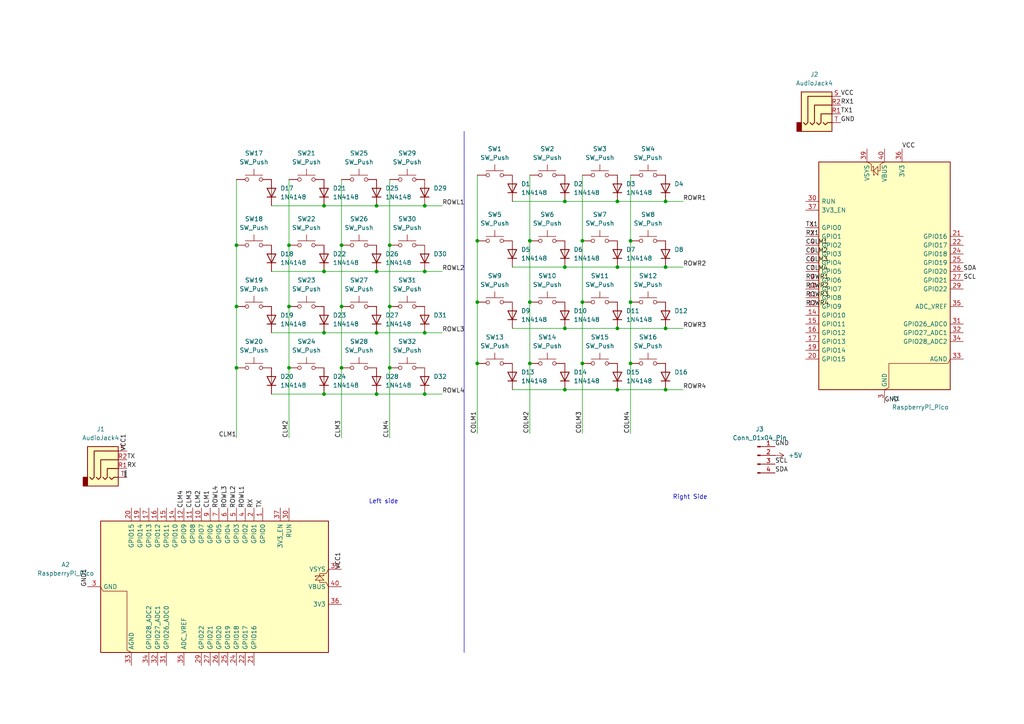
<source format=kicad_sch>
(kicad_sch
	(version 20250114)
	(generator "eeschema")
	(generator_version "9.0")
	(uuid "be9901b0-77fc-4945-9cf1-ef8b8ece417a")
	(paper "A4")
	(lib_symbols
		(symbol "Connector:Conn_01x04_Pin"
			(pin_names
				(offset 1.016)
				(hide yes)
			)
			(exclude_from_sim no)
			(in_bom yes)
			(on_board yes)
			(property "Reference" "J"
				(at 0 5.08 0)
				(effects
					(font
						(size 1.27 1.27)
					)
				)
			)
			(property "Value" "Conn_01x04_Pin"
				(at 0 -7.62 0)
				(effects
					(font
						(size 1.27 1.27)
					)
				)
			)
			(property "Footprint" ""
				(at 0 0 0)
				(effects
					(font
						(size 1.27 1.27)
					)
					(hide yes)
				)
			)
			(property "Datasheet" "~"
				(at 0 0 0)
				(effects
					(font
						(size 1.27 1.27)
					)
					(hide yes)
				)
			)
			(property "Description" "Generic connector, single row, 01x04, script generated"
				(at 0 0 0)
				(effects
					(font
						(size 1.27 1.27)
					)
					(hide yes)
				)
			)
			(property "ki_locked" ""
				(at 0 0 0)
				(effects
					(font
						(size 1.27 1.27)
					)
				)
			)
			(property "ki_keywords" "connector"
				(at 0 0 0)
				(effects
					(font
						(size 1.27 1.27)
					)
					(hide yes)
				)
			)
			(property "ki_fp_filters" "Connector*:*_1x??_*"
				(at 0 0 0)
				(effects
					(font
						(size 1.27 1.27)
					)
					(hide yes)
				)
			)
			(symbol "Conn_01x04_Pin_1_1"
				(rectangle
					(start 0.8636 2.667)
					(end 0 2.413)
					(stroke
						(width 0.1524)
						(type default)
					)
					(fill
						(type outline)
					)
				)
				(rectangle
					(start 0.8636 0.127)
					(end 0 -0.127)
					(stroke
						(width 0.1524)
						(type default)
					)
					(fill
						(type outline)
					)
				)
				(rectangle
					(start 0.8636 -2.413)
					(end 0 -2.667)
					(stroke
						(width 0.1524)
						(type default)
					)
					(fill
						(type outline)
					)
				)
				(rectangle
					(start 0.8636 -4.953)
					(end 0 -5.207)
					(stroke
						(width 0.1524)
						(type default)
					)
					(fill
						(type outline)
					)
				)
				(polyline
					(pts
						(xy 1.27 2.54) (xy 0.8636 2.54)
					)
					(stroke
						(width 0.1524)
						(type default)
					)
					(fill
						(type none)
					)
				)
				(polyline
					(pts
						(xy 1.27 0) (xy 0.8636 0)
					)
					(stroke
						(width 0.1524)
						(type default)
					)
					(fill
						(type none)
					)
				)
				(polyline
					(pts
						(xy 1.27 -2.54) (xy 0.8636 -2.54)
					)
					(stroke
						(width 0.1524)
						(type default)
					)
					(fill
						(type none)
					)
				)
				(polyline
					(pts
						(xy 1.27 -5.08) (xy 0.8636 -5.08)
					)
					(stroke
						(width 0.1524)
						(type default)
					)
					(fill
						(type none)
					)
				)
				(pin passive line
					(at 5.08 2.54 180)
					(length 3.81)
					(name "Pin_1"
						(effects
							(font
								(size 1.27 1.27)
							)
						)
					)
					(number "1"
						(effects
							(font
								(size 1.27 1.27)
							)
						)
					)
				)
				(pin passive line
					(at 5.08 0 180)
					(length 3.81)
					(name "Pin_2"
						(effects
							(font
								(size 1.27 1.27)
							)
						)
					)
					(number "2"
						(effects
							(font
								(size 1.27 1.27)
							)
						)
					)
				)
				(pin passive line
					(at 5.08 -2.54 180)
					(length 3.81)
					(name "Pin_3"
						(effects
							(font
								(size 1.27 1.27)
							)
						)
					)
					(number "3"
						(effects
							(font
								(size 1.27 1.27)
							)
						)
					)
				)
				(pin passive line
					(at 5.08 -5.08 180)
					(length 3.81)
					(name "Pin_4"
						(effects
							(font
								(size 1.27 1.27)
							)
						)
					)
					(number "4"
						(effects
							(font
								(size 1.27 1.27)
							)
						)
					)
				)
			)
			(embedded_fonts no)
		)
		(symbol "Connector_Audio:AudioJack4"
			(exclude_from_sim no)
			(in_bom yes)
			(on_board yes)
			(property "Reference" "J"
				(at 0 8.89 0)
				(effects
					(font
						(size 1.27 1.27)
					)
				)
			)
			(property "Value" "AudioJack4"
				(at 0 6.35 0)
				(effects
					(font
						(size 1.27 1.27)
					)
				)
			)
			(property "Footprint" ""
				(at 0 0 0)
				(effects
					(font
						(size 1.27 1.27)
					)
					(hide yes)
				)
			)
			(property "Datasheet" "~"
				(at 0 0 0)
				(effects
					(font
						(size 1.27 1.27)
					)
					(hide yes)
				)
			)
			(property "Description" "Audio Jack, 4 Poles (TRRS)"
				(at 0 0 0)
				(effects
					(font
						(size 1.27 1.27)
					)
					(hide yes)
				)
			)
			(property "ki_keywords" "audio jack receptacle stereo headphones TRRS connector"
				(at 0 0 0)
				(effects
					(font
						(size 1.27 1.27)
					)
					(hide yes)
				)
			)
			(property "ki_fp_filters" "Jack*"
				(at 0 0 0)
				(effects
					(font
						(size 1.27 1.27)
					)
					(hide yes)
				)
			)
			(symbol "AudioJack4_0_1"
				(rectangle
					(start -6.35 -5.08)
					(end -7.62 -7.62)
					(stroke
						(width 0.254)
						(type default)
					)
					(fill
						(type outline)
					)
				)
				(polyline
					(pts
						(xy -5.715 -5.08) (xy -5.08 -5.715) (xy -4.445 -5.08) (xy -4.445 2.54) (xy 2.54 2.54)
					)
					(stroke
						(width 0.254)
						(type default)
					)
					(fill
						(type none)
					)
				)
				(polyline
					(pts
						(xy -1.905 -5.08) (xy -1.27 -5.715) (xy -0.635 -5.08) (xy -0.635 -2.54) (xy 2.54 -2.54)
					)
					(stroke
						(width 0.254)
						(type default)
					)
					(fill
						(type none)
					)
				)
				(polyline
					(pts
						(xy 0 -5.08) (xy 0.635 -5.715) (xy 1.27 -5.08) (xy 2.54 -5.08)
					)
					(stroke
						(width 0.254)
						(type default)
					)
					(fill
						(type none)
					)
				)
				(rectangle
					(start 2.54 3.81)
					(end -6.35 -7.62)
					(stroke
						(width 0.254)
						(type default)
					)
					(fill
						(type background)
					)
				)
				(polyline
					(pts
						(xy 2.54 0) (xy -2.54 0) (xy -2.54 -5.08) (xy -3.175 -5.715) (xy -3.81 -5.08)
					)
					(stroke
						(width 0.254)
						(type default)
					)
					(fill
						(type none)
					)
				)
			)
			(symbol "AudioJack4_1_1"
				(pin passive line
					(at 5.08 2.54 180)
					(length 2.54)
					(name "~"
						(effects
							(font
								(size 1.27 1.27)
							)
						)
					)
					(number "S"
						(effects
							(font
								(size 1.27 1.27)
							)
						)
					)
				)
				(pin passive line
					(at 5.08 0 180)
					(length 2.54)
					(name "~"
						(effects
							(font
								(size 1.27 1.27)
							)
						)
					)
					(number "R2"
						(effects
							(font
								(size 1.27 1.27)
							)
						)
					)
				)
				(pin passive line
					(at 5.08 -2.54 180)
					(length 2.54)
					(name "~"
						(effects
							(font
								(size 1.27 1.27)
							)
						)
					)
					(number "R1"
						(effects
							(font
								(size 1.27 1.27)
							)
						)
					)
				)
				(pin passive line
					(at 5.08 -5.08 180)
					(length 2.54)
					(name "~"
						(effects
							(font
								(size 1.27 1.27)
							)
						)
					)
					(number "T"
						(effects
							(font
								(size 1.27 1.27)
							)
						)
					)
				)
			)
			(embedded_fonts no)
		)
		(symbol "Diode:1N4148"
			(pin_numbers
				(hide yes)
			)
			(pin_names
				(hide yes)
			)
			(exclude_from_sim no)
			(in_bom yes)
			(on_board yes)
			(property "Reference" "D"
				(at 0 2.54 0)
				(effects
					(font
						(size 1.27 1.27)
					)
				)
			)
			(property "Value" "1N4148"
				(at 0 -2.54 0)
				(effects
					(font
						(size 1.27 1.27)
					)
				)
			)
			(property "Footprint" "Diode_THT:D_DO-35_SOD27_P7.62mm_Horizontal"
				(at 0 0 0)
				(effects
					(font
						(size 1.27 1.27)
					)
					(hide yes)
				)
			)
			(property "Datasheet" "https://assets.nexperia.com/documents/data-sheet/1N4148_1N4448.pdf"
				(at 0 0 0)
				(effects
					(font
						(size 1.27 1.27)
					)
					(hide yes)
				)
			)
			(property "Description" "100V 0.15A standard switching diode, DO-35"
				(at 0 0 0)
				(effects
					(font
						(size 1.27 1.27)
					)
					(hide yes)
				)
			)
			(property "Sim.Device" "D"
				(at 0 0 0)
				(effects
					(font
						(size 1.27 1.27)
					)
					(hide yes)
				)
			)
			(property "Sim.Pins" "1=K 2=A"
				(at 0 0 0)
				(effects
					(font
						(size 1.27 1.27)
					)
					(hide yes)
				)
			)
			(property "ki_keywords" "diode"
				(at 0 0 0)
				(effects
					(font
						(size 1.27 1.27)
					)
					(hide yes)
				)
			)
			(property "ki_fp_filters" "D*DO?35*"
				(at 0 0 0)
				(effects
					(font
						(size 1.27 1.27)
					)
					(hide yes)
				)
			)
			(symbol "1N4148_0_1"
				(polyline
					(pts
						(xy -1.27 1.27) (xy -1.27 -1.27)
					)
					(stroke
						(width 0.254)
						(type default)
					)
					(fill
						(type none)
					)
				)
				(polyline
					(pts
						(xy 1.27 1.27) (xy 1.27 -1.27) (xy -1.27 0) (xy 1.27 1.27)
					)
					(stroke
						(width 0.254)
						(type default)
					)
					(fill
						(type none)
					)
				)
				(polyline
					(pts
						(xy 1.27 0) (xy -1.27 0)
					)
					(stroke
						(width 0)
						(type default)
					)
					(fill
						(type none)
					)
				)
			)
			(symbol "1N4148_1_1"
				(pin passive line
					(at -3.81 0 0)
					(length 2.54)
					(name "K"
						(effects
							(font
								(size 1.27 1.27)
							)
						)
					)
					(number "1"
						(effects
							(font
								(size 1.27 1.27)
							)
						)
					)
				)
				(pin passive line
					(at 3.81 0 180)
					(length 2.54)
					(name "A"
						(effects
							(font
								(size 1.27 1.27)
							)
						)
					)
					(number "2"
						(effects
							(font
								(size 1.27 1.27)
							)
						)
					)
				)
			)
			(embedded_fonts no)
		)
		(symbol "MCU_Module:RaspberryPi_Pico"
			(pin_names
				(offset 0.762)
			)
			(exclude_from_sim no)
			(in_bom yes)
			(on_board yes)
			(property "Reference" "A"
				(at -19.05 35.56 0)
				(effects
					(font
						(size 1.27 1.27)
					)
					(justify left)
				)
			)
			(property "Value" "RaspberryPi_Pico"
				(at 7.62 35.56 0)
				(effects
					(font
						(size 1.27 1.27)
					)
					(justify left)
				)
			)
			(property "Footprint" "Module:RaspberryPi_Pico_Common_Unspecified"
				(at 0 -46.99 0)
				(effects
					(font
						(size 1.27 1.27)
					)
					(hide yes)
				)
			)
			(property "Datasheet" "https://datasheets.raspberrypi.com/pico/pico-datasheet.pdf"
				(at 0 -49.53 0)
				(effects
					(font
						(size 1.27 1.27)
					)
					(hide yes)
				)
			)
			(property "Description" "Versatile and inexpensive microcontroller module powered by RP2040 dual-core Arm Cortex-M0+ processor up to 133 MHz, 264kB SRAM, 2MB QSPI flash; also supports Raspberry Pi Pico 2"
				(at 0 -52.07 0)
				(effects
					(font
						(size 1.27 1.27)
					)
					(hide yes)
				)
			)
			(property "ki_keywords" "RP2350A M33 RISC-V Hazard3 usb"
				(at 0 0 0)
				(effects
					(font
						(size 1.27 1.27)
					)
					(hide yes)
				)
			)
			(property "ki_fp_filters" "RaspberryPi?Pico?Common* RaspberryPi?Pico?SMD*"
				(at 0 0 0)
				(effects
					(font
						(size 1.27 1.27)
					)
					(hide yes)
				)
			)
			(symbol "RaspberryPi_Pico_0_1"
				(rectangle
					(start -19.05 34.29)
					(end 19.05 -31.75)
					(stroke
						(width 0.254)
						(type default)
					)
					(fill
						(type background)
					)
				)
				(polyline
					(pts
						(xy -5.08 34.29) (xy -3.81 33.655) (xy -3.81 31.75) (xy -3.175 31.75)
					)
					(stroke
						(width 0)
						(type default)
					)
					(fill
						(type none)
					)
				)
				(polyline
					(pts
						(xy -3.429 32.766) (xy -3.429 33.02) (xy -3.175 33.02) (xy -3.175 30.48) (xy -2.921 30.48) (xy -2.921 30.734)
					)
					(stroke
						(width 0)
						(type default)
					)
					(fill
						(type none)
					)
				)
				(polyline
					(pts
						(xy -3.175 31.75) (xy -1.905 33.02) (xy -1.905 30.48) (xy -3.175 31.75)
					)
					(stroke
						(width 0)
						(type default)
					)
					(fill
						(type none)
					)
				)
				(polyline
					(pts
						(xy 0 34.29) (xy -1.27 33.655) (xy -1.27 31.75) (xy -1.905 31.75)
					)
					(stroke
						(width 0)
						(type default)
					)
					(fill
						(type none)
					)
				)
				(polyline
					(pts
						(xy 0 -31.75) (xy 1.27 -31.115) (xy 1.27 -24.13) (xy 18.415 -24.13) (xy 19.05 -22.86)
					)
					(stroke
						(width 0)
						(type default)
					)
					(fill
						(type none)
					)
				)
			)
			(symbol "RaspberryPi_Pico_1_1"
				(pin passive line
					(at -22.86 22.86 0)
					(length 3.81)
					(name "RUN"
						(effects
							(font
								(size 1.27 1.27)
							)
						)
					)
					(number "30"
						(effects
							(font
								(size 1.27 1.27)
							)
						)
					)
					(alternate "~{RESET}" passive line)
				)
				(pin passive line
					(at -22.86 20.32 0)
					(length 3.81)
					(name "3V3_EN"
						(effects
							(font
								(size 1.27 1.27)
							)
						)
					)
					(number "37"
						(effects
							(font
								(size 1.27 1.27)
							)
						)
					)
					(alternate "~{3V3_DISABLE}" passive line)
				)
				(pin bidirectional line
					(at -22.86 15.24 0)
					(length 3.81)
					(name "GPIO0"
						(effects
							(font
								(size 1.27 1.27)
							)
						)
					)
					(number "1"
						(effects
							(font
								(size 1.27 1.27)
							)
						)
					)
					(alternate "I2C0_SDA" bidirectional line)
					(alternate "PWM0_A" output line)
					(alternate "SPI0_RX" input line)
					(alternate "UART0_TX" output line)
					(alternate "USB_OVCUR_DET" input line)
				)
				(pin bidirectional line
					(at -22.86 12.7 0)
					(length 3.81)
					(name "GPIO1"
						(effects
							(font
								(size 1.27 1.27)
							)
						)
					)
					(number "2"
						(effects
							(font
								(size 1.27 1.27)
							)
						)
					)
					(alternate "I2C0_SCL" bidirectional clock)
					(alternate "PWM0_B" bidirectional line)
					(alternate "UART0_RX" input line)
					(alternate "USB_VBUS_DET" passive line)
					(alternate "~{SPI0_CSn}" bidirectional line)
				)
				(pin bidirectional line
					(at -22.86 10.16 0)
					(length 3.81)
					(name "GPIO2"
						(effects
							(font
								(size 1.27 1.27)
							)
						)
					)
					(number "4"
						(effects
							(font
								(size 1.27 1.27)
							)
						)
					)
					(alternate "I2C1_SDA" bidirectional line)
					(alternate "PWM1_A" output line)
					(alternate "SPI0_SCK" bidirectional clock)
					(alternate "UART0_CTS" input line)
					(alternate "USB_VBUS_EN" output line)
				)
				(pin bidirectional line
					(at -22.86 7.62 0)
					(length 3.81)
					(name "GPIO3"
						(effects
							(font
								(size 1.27 1.27)
							)
						)
					)
					(number "5"
						(effects
							(font
								(size 1.27 1.27)
							)
						)
					)
					(alternate "I2C1_SCL" bidirectional clock)
					(alternate "PWM1_B" bidirectional line)
					(alternate "SPI0_TX" output line)
					(alternate "UART0_RTS" output line)
					(alternate "USB_OVCUR_DET" input line)
				)
				(pin bidirectional line
					(at -22.86 5.08 0)
					(length 3.81)
					(name "GPIO4"
						(effects
							(font
								(size 1.27 1.27)
							)
						)
					)
					(number "6"
						(effects
							(font
								(size 1.27 1.27)
							)
						)
					)
					(alternate "I2C0_SDA" bidirectional line)
					(alternate "PWM2_A" output line)
					(alternate "SPI0_RX" input line)
					(alternate "UART1_TX" output line)
					(alternate "USB_VBUS_DET" input line)
				)
				(pin bidirectional line
					(at -22.86 2.54 0)
					(length 3.81)
					(name "GPIO5"
						(effects
							(font
								(size 1.27 1.27)
							)
						)
					)
					(number "7"
						(effects
							(font
								(size 1.27 1.27)
							)
						)
					)
					(alternate "I2C0_SCL" bidirectional clock)
					(alternate "PWM2_B" bidirectional line)
					(alternate "UART1_RX" input line)
					(alternate "USB_VBUS_EN" output line)
					(alternate "~{SPI0_CSn}" bidirectional line)
				)
				(pin bidirectional line
					(at -22.86 0 0)
					(length 3.81)
					(name "GPIO6"
						(effects
							(font
								(size 1.27 1.27)
							)
						)
					)
					(number "9"
						(effects
							(font
								(size 1.27 1.27)
							)
						)
					)
					(alternate "I2C1_SDA" bidirectional line)
					(alternate "PWM3_A" output line)
					(alternate "SPI0_SCK" bidirectional clock)
					(alternate "UART1_CTS" input line)
					(alternate "USB_OVCUR_DET" input line)
				)
				(pin bidirectional line
					(at -22.86 -2.54 0)
					(length 3.81)
					(name "GPIO7"
						(effects
							(font
								(size 1.27 1.27)
							)
						)
					)
					(number "10"
						(effects
							(font
								(size 1.27 1.27)
							)
						)
					)
					(alternate "I2C1_SCL" bidirectional clock)
					(alternate "PWM3_B" bidirectional line)
					(alternate "SPI0_TX" output line)
					(alternate "UART1_RTS" output line)
					(alternate "USB_VBUS_DET" input line)
				)
				(pin bidirectional line
					(at -22.86 -5.08 0)
					(length 3.81)
					(name "GPIO8"
						(effects
							(font
								(size 1.27 1.27)
							)
						)
					)
					(number "11"
						(effects
							(font
								(size 1.27 1.27)
							)
						)
					)
					(alternate "I2C0_SDA" bidirectional line)
					(alternate "PWM4_A" output line)
					(alternate "SPI1_RX" input line)
					(alternate "UART1_TX" output line)
					(alternate "USB_VBUS_EN" output line)
				)
				(pin bidirectional line
					(at -22.86 -7.62 0)
					(length 3.81)
					(name "GPIO9"
						(effects
							(font
								(size 1.27 1.27)
							)
						)
					)
					(number "12"
						(effects
							(font
								(size 1.27 1.27)
							)
						)
					)
					(alternate "I2C0_SCL" bidirectional clock)
					(alternate "PWM4_B" bidirectional line)
					(alternate "UART1_RX" input line)
					(alternate "USB_OVCUR_DET" input line)
					(alternate "~{SPI1_CSn}" bidirectional line)
				)
				(pin bidirectional line
					(at -22.86 -10.16 0)
					(length 3.81)
					(name "GPIO10"
						(effects
							(font
								(size 1.27 1.27)
							)
						)
					)
					(number "14"
						(effects
							(font
								(size 1.27 1.27)
							)
						)
					)
					(alternate "I2C1_SDA" bidirectional line)
					(alternate "PWM5_A" output line)
					(alternate "SPI1_SCK" bidirectional clock)
					(alternate "UART1_CTS" input line)
					(alternate "USB_VBUS_DET" input line)
				)
				(pin bidirectional line
					(at -22.86 -12.7 0)
					(length 3.81)
					(name "GPIO11"
						(effects
							(font
								(size 1.27 1.27)
							)
						)
					)
					(number "15"
						(effects
							(font
								(size 1.27 1.27)
							)
						)
					)
					(alternate "I2C1_SCL" bidirectional clock)
					(alternate "PWM5_B" bidirectional line)
					(alternate "SPI1_TX" output line)
					(alternate "UART1_RTS" output line)
					(alternate "USB_VBUS_EN" output line)
				)
				(pin bidirectional line
					(at -22.86 -15.24 0)
					(length 3.81)
					(name "GPIO12"
						(effects
							(font
								(size 1.27 1.27)
							)
						)
					)
					(number "16"
						(effects
							(font
								(size 1.27 1.27)
							)
						)
					)
					(alternate "I2C0_SDA" bidirectional line)
					(alternate "PWM6_A" output line)
					(alternate "SPI1_RX" input line)
					(alternate "UART0_TX" output line)
					(alternate "USB_OVCUR_DET" input line)
				)
				(pin bidirectional line
					(at -22.86 -17.78 0)
					(length 3.81)
					(name "GPIO13"
						(effects
							(font
								(size 1.27 1.27)
							)
						)
					)
					(number "17"
						(effects
							(font
								(size 1.27 1.27)
							)
						)
					)
					(alternate "I2C0_SCL" bidirectional clock)
					(alternate "PWM6_B" bidirectional line)
					(alternate "UART0_RX" input line)
					(alternate "USB_VBUS_DET" input line)
					(alternate "~{SPI1_CSn}" bidirectional line)
				)
				(pin bidirectional line
					(at -22.86 -20.32 0)
					(length 3.81)
					(name "GPIO14"
						(effects
							(font
								(size 1.27 1.27)
							)
						)
					)
					(number "19"
						(effects
							(font
								(size 1.27 1.27)
							)
						)
					)
					(alternate "I2C1_SDA" bidirectional line)
					(alternate "PWM7_A" output line)
					(alternate "SPI1_SCK" bidirectional clock)
					(alternate "UART0_CTS" input line)
					(alternate "USB_VBUS_EN" output line)
				)
				(pin bidirectional line
					(at -22.86 -22.86 0)
					(length 3.81)
					(name "GPIO15"
						(effects
							(font
								(size 1.27 1.27)
							)
						)
					)
					(number "20"
						(effects
							(font
								(size 1.27 1.27)
							)
						)
					)
					(alternate "I2C1_SCL" bidirectional clock)
					(alternate "PWM7_B" bidirectional line)
					(alternate "SPI1_TX" output line)
					(alternate "UART0_RTS" output line)
					(alternate "USB_OVCUR_DET" input line)
				)
				(pin power_in line
					(at -5.08 38.1 270)
					(length 3.81)
					(name "VSYS"
						(effects
							(font
								(size 1.27 1.27)
							)
						)
					)
					(number "39"
						(effects
							(font
								(size 1.27 1.27)
							)
						)
					)
					(alternate "VSYS_OUT" power_out line)
				)
				(pin power_out line
					(at 0 38.1 270)
					(length 3.81)
					(name "VBUS"
						(effects
							(font
								(size 1.27 1.27)
							)
						)
					)
					(number "40"
						(effects
							(font
								(size 1.27 1.27)
							)
						)
					)
					(alternate "VBUS_IN" power_in line)
				)
				(pin passive line
					(at 0 -35.56 90)
					(length 3.81)
					(hide yes)
					(name "GND"
						(effects
							(font
								(size 1.27 1.27)
							)
						)
					)
					(number "13"
						(effects
							(font
								(size 1.27 1.27)
							)
						)
					)
				)
				(pin passive line
					(at 0 -35.56 90)
					(length 3.81)
					(hide yes)
					(name "GND"
						(effects
							(font
								(size 1.27 1.27)
							)
						)
					)
					(number "18"
						(effects
							(font
								(size 1.27 1.27)
							)
						)
					)
				)
				(pin passive line
					(at 0 -35.56 90)
					(length 3.81)
					(hide yes)
					(name "GND"
						(effects
							(font
								(size 1.27 1.27)
							)
						)
					)
					(number "23"
						(effects
							(font
								(size 1.27 1.27)
							)
						)
					)
				)
				(pin passive line
					(at 0 -35.56 90)
					(length 3.81)
					(hide yes)
					(name "GND"
						(effects
							(font
								(size 1.27 1.27)
							)
						)
					)
					(number "28"
						(effects
							(font
								(size 1.27 1.27)
							)
						)
					)
				)
				(pin power_out line
					(at 0 -35.56 90)
					(length 3.81)
					(name "GND"
						(effects
							(font
								(size 1.27 1.27)
							)
						)
					)
					(number "3"
						(effects
							(font
								(size 1.27 1.27)
							)
						)
					)
					(alternate "GND_IN" power_in line)
				)
				(pin passive line
					(at 0 -35.56 90)
					(length 3.81)
					(hide yes)
					(name "GND"
						(effects
							(font
								(size 1.27 1.27)
							)
						)
					)
					(number "38"
						(effects
							(font
								(size 1.27 1.27)
							)
						)
					)
				)
				(pin passive line
					(at 0 -35.56 90)
					(length 3.81)
					(hide yes)
					(name "GND"
						(effects
							(font
								(size 1.27 1.27)
							)
						)
					)
					(number "8"
						(effects
							(font
								(size 1.27 1.27)
							)
						)
					)
				)
				(pin power_out line
					(at 5.08 38.1 270)
					(length 3.81)
					(name "3V3"
						(effects
							(font
								(size 1.27 1.27)
							)
						)
					)
					(number "36"
						(effects
							(font
								(size 1.27 1.27)
							)
						)
					)
				)
				(pin bidirectional line
					(at 22.86 12.7 180)
					(length 3.81)
					(name "GPIO16"
						(effects
							(font
								(size 1.27 1.27)
							)
						)
					)
					(number "21"
						(effects
							(font
								(size 1.27 1.27)
							)
						)
					)
					(alternate "I2C0_SDA" bidirectional line)
					(alternate "PWM0_A" output line)
					(alternate "SPI0_RX" input line)
					(alternate "UART0_TX" output line)
					(alternate "USB_VBUS_DET" input line)
				)
				(pin bidirectional line
					(at 22.86 10.16 180)
					(length 3.81)
					(name "GPIO17"
						(effects
							(font
								(size 1.27 1.27)
							)
						)
					)
					(number "22"
						(effects
							(font
								(size 1.27 1.27)
							)
						)
					)
					(alternate "I2C0_SCL" bidirectional clock)
					(alternate "PWM0_B" bidirectional line)
					(alternate "UART0_RX" input line)
					(alternate "USB_VBUS_EN" output line)
					(alternate "~{SPI0_CSn}" bidirectional line)
				)
				(pin bidirectional line
					(at 22.86 7.62 180)
					(length 3.81)
					(name "GPIO18"
						(effects
							(font
								(size 1.27 1.27)
							)
						)
					)
					(number "24"
						(effects
							(font
								(size 1.27 1.27)
							)
						)
					)
					(alternate "I2C1_SDA" bidirectional line)
					(alternate "PWM1_A" output line)
					(alternate "SPI0_SCK" bidirectional clock)
					(alternate "UART0_CTS" input line)
					(alternate "USB_OVCUR_DET" input line)
				)
				(pin bidirectional line
					(at 22.86 5.08 180)
					(length 3.81)
					(name "GPIO19"
						(effects
							(font
								(size 1.27 1.27)
							)
						)
					)
					(number "25"
						(effects
							(font
								(size 1.27 1.27)
							)
						)
					)
					(alternate "I2C1_SCL" bidirectional clock)
					(alternate "PWM1_B" bidirectional line)
					(alternate "SPI0_TX" output line)
					(alternate "UART0_RTS" output line)
					(alternate "USB_VBUS_DET" input line)
				)
				(pin bidirectional line
					(at 22.86 2.54 180)
					(length 3.81)
					(name "GPIO20"
						(effects
							(font
								(size 1.27 1.27)
							)
						)
					)
					(number "26"
						(effects
							(font
								(size 1.27 1.27)
							)
						)
					)
					(alternate "CLOCK_GPIN0" input clock)
					(alternate "I2C0_SDA" bidirectional line)
					(alternate "PWM2_A" output line)
					(alternate "SPI0_RX" input line)
					(alternate "UART1_TX" output line)
					(alternate "USB_VBUS_EN" output line)
				)
				(pin bidirectional line
					(at 22.86 0 180)
					(length 3.81)
					(name "GPIO21"
						(effects
							(font
								(size 1.27 1.27)
							)
						)
					)
					(number "27"
						(effects
							(font
								(size 1.27 1.27)
							)
						)
					)
					(alternate "CLOCK_GPOUT0" output clock)
					(alternate "I2C0_SCL" bidirectional clock)
					(alternate "PWM2_B" bidirectional line)
					(alternate "UART1_RX" input line)
					(alternate "USB_OVCUR_DET" input line)
					(alternate "~{SPI0_CSn}" bidirectional line)
				)
				(pin bidirectional line
					(at 22.86 -2.54 180)
					(length 3.81)
					(name "GPIO22"
						(effects
							(font
								(size 1.27 1.27)
							)
						)
					)
					(number "29"
						(effects
							(font
								(size 1.27 1.27)
							)
						)
					)
					(alternate "CLOCK_GPIN1" input clock)
					(alternate "I2C1_SDA" bidirectional line)
					(alternate "PWM3_A" output line)
					(alternate "SPI0_SCK" bidirectional clock)
					(alternate "UART1_CTS" input line)
					(alternate "USB_VBUS_DET" input line)
				)
				(pin power_in line
					(at 22.86 -7.62 180)
					(length 3.81)
					(name "ADC_VREF"
						(effects
							(font
								(size 1.27 1.27)
							)
						)
					)
					(number "35"
						(effects
							(font
								(size 1.27 1.27)
							)
						)
					)
				)
				(pin bidirectional line
					(at 22.86 -12.7 180)
					(length 3.81)
					(name "GPIO26_ADC0"
						(effects
							(font
								(size 1.27 1.27)
							)
						)
					)
					(number "31"
						(effects
							(font
								(size 1.27 1.27)
							)
						)
					)
					(alternate "ADC0" input line)
					(alternate "GPIO26" bidirectional line)
					(alternate "I2C1_SDA" bidirectional line)
					(alternate "PWM5_A" output line)
					(alternate "SPI1_SCK" bidirectional clock)
					(alternate "UART1_CTS" input line)
					(alternate "USB_VBUS_EN" output line)
				)
				(pin bidirectional line
					(at 22.86 -15.24 180)
					(length 3.81)
					(name "GPIO27_ADC1"
						(effects
							(font
								(size 1.27 1.27)
							)
						)
					)
					(number "32"
						(effects
							(font
								(size 1.27 1.27)
							)
						)
					)
					(alternate "ADC1" input line)
					(alternate "GPIO27" bidirectional line)
					(alternate "I2C1_SCL" bidirectional clock)
					(alternate "PWM5_B" bidirectional line)
					(alternate "SPI1_TX" output line)
					(alternate "UART1_RTS" output line)
					(alternate "USB_OVCUR_DET" input line)
				)
				(pin bidirectional line
					(at 22.86 -17.78 180)
					(length 3.81)
					(name "GPIO28_ADC2"
						(effects
							(font
								(size 1.27 1.27)
							)
						)
					)
					(number "34"
						(effects
							(font
								(size 1.27 1.27)
							)
						)
					)
					(alternate "ADC2" input line)
					(alternate "GPIO28" bidirectional line)
					(alternate "I2C0_SDA" bidirectional line)
					(alternate "PWM6_A" output line)
					(alternate "SPI1_RX" input line)
					(alternate "UART0_TX" output line)
					(alternate "USB_VBUS_DET" input line)
				)
				(pin power_out line
					(at 22.86 -22.86 180)
					(length 3.81)
					(name "AGND"
						(effects
							(font
								(size 1.27 1.27)
							)
						)
					)
					(number "33"
						(effects
							(font
								(size 1.27 1.27)
							)
						)
					)
					(alternate "GND" passive line)
				)
			)
			(embedded_fonts no)
		)
		(symbol "Switch:SW_Push"
			(pin_numbers
				(hide yes)
			)
			(pin_names
				(offset 1.016)
				(hide yes)
			)
			(exclude_from_sim no)
			(in_bom yes)
			(on_board yes)
			(property "Reference" "SW"
				(at 1.27 2.54 0)
				(effects
					(font
						(size 1.27 1.27)
					)
					(justify left)
				)
			)
			(property "Value" "SW_Push"
				(at 0 -1.524 0)
				(effects
					(font
						(size 1.27 1.27)
					)
				)
			)
			(property "Footprint" ""
				(at 0 5.08 0)
				(effects
					(font
						(size 1.27 1.27)
					)
					(hide yes)
				)
			)
			(property "Datasheet" "~"
				(at 0 5.08 0)
				(effects
					(font
						(size 1.27 1.27)
					)
					(hide yes)
				)
			)
			(property "Description" "Push button switch, generic, two pins"
				(at 0 0 0)
				(effects
					(font
						(size 1.27 1.27)
					)
					(hide yes)
				)
			)
			(property "ki_keywords" "switch normally-open pushbutton push-button"
				(at 0 0 0)
				(effects
					(font
						(size 1.27 1.27)
					)
					(hide yes)
				)
			)
			(symbol "SW_Push_0_1"
				(circle
					(center -2.032 0)
					(radius 0.508)
					(stroke
						(width 0)
						(type default)
					)
					(fill
						(type none)
					)
				)
				(polyline
					(pts
						(xy 0 1.27) (xy 0 3.048)
					)
					(stroke
						(width 0)
						(type default)
					)
					(fill
						(type none)
					)
				)
				(circle
					(center 2.032 0)
					(radius 0.508)
					(stroke
						(width 0)
						(type default)
					)
					(fill
						(type none)
					)
				)
				(polyline
					(pts
						(xy 2.54 1.27) (xy -2.54 1.27)
					)
					(stroke
						(width 0)
						(type default)
					)
					(fill
						(type none)
					)
				)
				(pin passive line
					(at -5.08 0 0)
					(length 2.54)
					(name "1"
						(effects
							(font
								(size 1.27 1.27)
							)
						)
					)
					(number "1"
						(effects
							(font
								(size 1.27 1.27)
							)
						)
					)
				)
				(pin passive line
					(at 5.08 0 180)
					(length 2.54)
					(name "2"
						(effects
							(font
								(size 1.27 1.27)
							)
						)
					)
					(number "2"
						(effects
							(font
								(size 1.27 1.27)
							)
						)
					)
				)
			)
			(embedded_fonts no)
		)
		(symbol "power:+5V"
			(power)
			(pin_numbers
				(hide yes)
			)
			(pin_names
				(offset 0)
				(hide yes)
			)
			(exclude_from_sim no)
			(in_bom yes)
			(on_board yes)
			(property "Reference" "#PWR"
				(at 0 -3.81 0)
				(effects
					(font
						(size 1.27 1.27)
					)
					(hide yes)
				)
			)
			(property "Value" "+5V"
				(at 0 3.556 0)
				(effects
					(font
						(size 1.27 1.27)
					)
				)
			)
			(property "Footprint" ""
				(at 0 0 0)
				(effects
					(font
						(size 1.27 1.27)
					)
					(hide yes)
				)
			)
			(property "Datasheet" ""
				(at 0 0 0)
				(effects
					(font
						(size 1.27 1.27)
					)
					(hide yes)
				)
			)
			(property "Description" "Power symbol creates a global label with name \"+5V\""
				(at 0 0 0)
				(effects
					(font
						(size 1.27 1.27)
					)
					(hide yes)
				)
			)
			(property "ki_keywords" "global power"
				(at 0 0 0)
				(effects
					(font
						(size 1.27 1.27)
					)
					(hide yes)
				)
			)
			(symbol "+5V_0_1"
				(polyline
					(pts
						(xy -0.762 1.27) (xy 0 2.54)
					)
					(stroke
						(width 0)
						(type default)
					)
					(fill
						(type none)
					)
				)
				(polyline
					(pts
						(xy 0 2.54) (xy 0.762 1.27)
					)
					(stroke
						(width 0)
						(type default)
					)
					(fill
						(type none)
					)
				)
				(polyline
					(pts
						(xy 0 0) (xy 0 2.54)
					)
					(stroke
						(width 0)
						(type default)
					)
					(fill
						(type none)
					)
				)
			)
			(symbol "+5V_1_1"
				(pin power_in line
					(at 0 0 90)
					(length 0)
					(name "~"
						(effects
							(font
								(size 1.27 1.27)
							)
						)
					)
					(number "1"
						(effects
							(font
								(size 1.27 1.27)
							)
						)
					)
				)
			)
			(embedded_fonts no)
		)
	)
	(text "Left side\n"
		(exclude_from_sim no)
		(at 111.252 145.542 0)
		(effects
			(font
				(size 1.27 1.27)
			)
		)
		(uuid "10388749-6837-47f6-83e1-cae43ddc60b8")
	)
	(text "Right Side\n"
		(exclude_from_sim no)
		(at 200.152 144.272 0)
		(effects
			(font
				(size 1.27 1.27)
			)
		)
		(uuid "9c62a616-e33f-4f2e-9596-013d28957dbf")
	)
	(junction
		(at 68.58 88.9)
		(diameter 0)
		(color 0 0 0 0)
		(uuid "00cc4deb-b04a-46c9-baeb-f758fc5392e7")
	)
	(junction
		(at 113.03 88.9)
		(diameter 0)
		(color 0 0 0 0)
		(uuid "05b5b0fe-26fc-4351-a003-7bed6bfb199d")
	)
	(junction
		(at 109.22 59.69)
		(diameter 0)
		(color 0 0 0 0)
		(uuid "07b487a6-c264-4fd6-89cd-1a08b2b64ede")
	)
	(junction
		(at 93.98 114.3)
		(diameter 0)
		(color 0 0 0 0)
		(uuid "07e5f6fe-025f-4cdc-90ca-884871fd5e40")
	)
	(junction
		(at 109.22 78.74)
		(diameter 0)
		(color 0 0 0 0)
		(uuid "0bd69dc1-7fb1-42f5-b1df-085a27fa5abc")
	)
	(junction
		(at 153.67 105.41)
		(diameter 0)
		(color 0 0 0 0)
		(uuid "18c3e58e-b2bf-44e1-ad74-5e68e0998a18")
	)
	(junction
		(at 99.06 71.12)
		(diameter 0)
		(color 0 0 0 0)
		(uuid "2a4283d6-acde-4562-8d95-f06755fc0406")
	)
	(junction
		(at 168.91 87.63)
		(diameter 0)
		(color 0 0 0 0)
		(uuid "3050afe9-f755-4beb-8bf6-34a269c093a9")
	)
	(junction
		(at 153.67 87.63)
		(diameter 0)
		(color 0 0 0 0)
		(uuid "313e202d-f777-49c3-9496-c57568ce3201")
	)
	(junction
		(at 179.07 58.42)
		(diameter 0)
		(color 0 0 0 0)
		(uuid "3aa0d7ff-270e-4670-8a9a-d70d3261fc4e")
	)
	(junction
		(at 113.03 106.68)
		(diameter 0)
		(color 0 0 0 0)
		(uuid "3ae455fc-9119-4c1e-baa5-3765252f7ca6")
	)
	(junction
		(at 182.88 69.85)
		(diameter 0)
		(color 0 0 0 0)
		(uuid "3e1bc12f-4aa0-4bd5-9e37-bcebe50fbd10")
	)
	(junction
		(at 83.82 106.68)
		(diameter 0)
		(color 0 0 0 0)
		(uuid "4f403193-731a-44b6-a246-4e3116e45f93")
	)
	(junction
		(at 182.88 87.63)
		(diameter 0)
		(color 0 0 0 0)
		(uuid "54dfba99-401c-41e4-a584-fbd1a1525330")
	)
	(junction
		(at 138.43 87.63)
		(diameter 0)
		(color 0 0 0 0)
		(uuid "55abda0e-7b30-4f0e-922e-b2a3ff336d61")
	)
	(junction
		(at 123.19 59.69)
		(diameter 0)
		(color 0 0 0 0)
		(uuid "5abb3d88-56fe-4352-8b57-ff2884d636f2")
	)
	(junction
		(at 109.22 114.3)
		(diameter 0)
		(color 0 0 0 0)
		(uuid "5efeaa56-04ba-4d4a-a8cb-b22913140a32")
	)
	(junction
		(at 193.04 113.03)
		(diameter 0)
		(color 0 0 0 0)
		(uuid "67fecaec-b7fd-4a0d-b22a-678949e3ef47")
	)
	(junction
		(at 123.19 96.52)
		(diameter 0)
		(color 0 0 0 0)
		(uuid "6e30c233-8910-4dfd-b550-06d0d53088ca")
	)
	(junction
		(at 99.06 88.9)
		(diameter 0)
		(color 0 0 0 0)
		(uuid "6e311224-a2f3-493d-b06a-68ae62cdbe6b")
	)
	(junction
		(at 113.03 71.12)
		(diameter 0)
		(color 0 0 0 0)
		(uuid "7b18b1c4-33e6-4e31-be96-e05e51ab7a88")
	)
	(junction
		(at 68.58 106.68)
		(diameter 0)
		(color 0 0 0 0)
		(uuid "7dfea75f-c17b-42f2-995c-6a1c25ef389b")
	)
	(junction
		(at 93.98 78.74)
		(diameter 0)
		(color 0 0 0 0)
		(uuid "880b6dac-e9c3-4a19-bbcc-296b2590c8d2")
	)
	(junction
		(at 123.19 78.74)
		(diameter 0)
		(color 0 0 0 0)
		(uuid "8970049b-3a53-4556-a0c0-bb97cb078be6")
	)
	(junction
		(at 179.07 95.25)
		(diameter 0)
		(color 0 0 0 0)
		(uuid "8ed706cc-c78c-4e9b-a969-68d4f1a7ebf2")
	)
	(junction
		(at 193.04 95.25)
		(diameter 0)
		(color 0 0 0 0)
		(uuid "91513dbe-0e6f-40db-b787-36df3627e2eb")
	)
	(junction
		(at 138.43 69.85)
		(diameter 0)
		(color 0 0 0 0)
		(uuid "9596b04c-16f1-42e2-9af2-c0a100a07aa9")
	)
	(junction
		(at 179.07 77.47)
		(diameter 0)
		(color 0 0 0 0)
		(uuid "9d46ee3f-5374-4525-a75d-9d8c34d6bd30")
	)
	(junction
		(at 168.91 69.85)
		(diameter 0)
		(color 0 0 0 0)
		(uuid "9e1f3b70-4b1d-4a71-b628-786f522b4e15")
	)
	(junction
		(at 182.88 105.41)
		(diameter 0)
		(color 0 0 0 0)
		(uuid "ab8791cf-22d2-4389-83f4-f1fcff04ceaa")
	)
	(junction
		(at 153.67 69.85)
		(diameter 0)
		(color 0 0 0 0)
		(uuid "ad6b8229-eaa3-42e0-b368-1e88b9062350")
	)
	(junction
		(at 163.83 113.03)
		(diameter 0)
		(color 0 0 0 0)
		(uuid "b714b5c9-c072-47a8-a51d-2179d0015d11")
	)
	(junction
		(at 179.07 113.03)
		(diameter 0)
		(color 0 0 0 0)
		(uuid "bb594239-0a26-47e0-8038-f76b4348eaa3")
	)
	(junction
		(at 93.98 59.69)
		(diameter 0)
		(color 0 0 0 0)
		(uuid "c1dcef13-98e3-4901-bd76-08c5a1307df1")
	)
	(junction
		(at 93.98 96.52)
		(diameter 0)
		(color 0 0 0 0)
		(uuid "c7de4b88-86ca-48b1-864d-45fd91643271")
	)
	(junction
		(at 83.82 88.9)
		(diameter 0)
		(color 0 0 0 0)
		(uuid "d057c2e2-c2aa-4664-b6d0-967f7b1ea95d")
	)
	(junction
		(at 163.83 77.47)
		(diameter 0)
		(color 0 0 0 0)
		(uuid "d1a36ebf-75f4-4929-93da-9997cf9042e5")
	)
	(junction
		(at 163.83 58.42)
		(diameter 0)
		(color 0 0 0 0)
		(uuid "dbc77245-6018-4572-9eb2-79ea45a28457")
	)
	(junction
		(at 138.43 105.41)
		(diameter 0)
		(color 0 0 0 0)
		(uuid "e2dc7058-39bb-421f-ad71-54a07193d866")
	)
	(junction
		(at 193.04 77.47)
		(diameter 0)
		(color 0 0 0 0)
		(uuid "e3a8d93f-a29b-484f-aac1-f0a2564c06db")
	)
	(junction
		(at 109.22 96.52)
		(diameter 0)
		(color 0 0 0 0)
		(uuid "e4e72ee5-f7c0-4215-8de4-7f1429b61f0a")
	)
	(junction
		(at 193.04 58.42)
		(diameter 0)
		(color 0 0 0 0)
		(uuid "e79ebdbb-0081-422d-806c-f9864d4c9db1")
	)
	(junction
		(at 83.82 71.12)
		(diameter 0)
		(color 0 0 0 0)
		(uuid "e9efdf69-3e19-473d-b92e-1167e210f935")
	)
	(junction
		(at 168.91 105.41)
		(diameter 0)
		(color 0 0 0 0)
		(uuid "ea187a97-0fbd-4dc0-9caf-07b96e92a25e")
	)
	(junction
		(at 99.06 106.68)
		(diameter 0)
		(color 0 0 0 0)
		(uuid "f26b0012-2dac-4fca-9340-fc97fc1ef9df")
	)
	(junction
		(at 68.58 71.12)
		(diameter 0)
		(color 0 0 0 0)
		(uuid "fb4f14e3-1b3b-4201-a06d-fbaf1db5451f")
	)
	(junction
		(at 163.83 95.25)
		(diameter 0)
		(color 0 0 0 0)
		(uuid "fc3267b7-6de6-4c29-9821-b84028c991ee")
	)
	(junction
		(at 123.19 114.3)
		(diameter 0)
		(color 0 0 0 0)
		(uuid "fee35625-c500-49c0-bd81-e01695758ae3")
	)
	(wire
		(pts
			(xy 168.91 50.8) (xy 168.91 69.85)
		)
		(stroke
			(width 0)
			(type default)
		)
		(uuid "00043afc-3565-4eaa-82b2-ac55df1866ab")
	)
	(wire
		(pts
			(xy 138.43 69.85) (xy 138.43 87.63)
		)
		(stroke
			(width 0)
			(type default)
		)
		(uuid "0440dc29-17c4-43da-878c-6a4589f3fa71")
	)
	(wire
		(pts
			(xy 179.07 77.47) (xy 193.04 77.47)
		)
		(stroke
			(width 0)
			(type default)
		)
		(uuid "0b20399c-3219-40cb-8d68-2f3183f9907e")
	)
	(wire
		(pts
			(xy 78.74 78.74) (xy 93.98 78.74)
		)
		(stroke
			(width 0)
			(type default)
		)
		(uuid "0e9220fb-f015-4948-90ce-3abea946adfc")
	)
	(wire
		(pts
			(xy 179.07 113.03) (xy 193.04 113.03)
		)
		(stroke
			(width 0)
			(type default)
		)
		(uuid "12763119-8ece-4707-b6f8-bf1ce9ccab62")
	)
	(wire
		(pts
			(xy 193.04 95.25) (xy 198.12 95.25)
		)
		(stroke
			(width 0)
			(type default)
		)
		(uuid "13235c66-a873-4bda-a4fa-709396a0e09e")
	)
	(wire
		(pts
			(xy 148.59 58.42) (xy 163.83 58.42)
		)
		(stroke
			(width 0)
			(type default)
		)
		(uuid "1679503c-8e2b-4e45-adb4-8efe5d36cdcc")
	)
	(wire
		(pts
			(xy 163.83 113.03) (xy 179.07 113.03)
		)
		(stroke
			(width 0)
			(type default)
		)
		(uuid "18c6d630-a89a-4cd4-9d4a-47343913243c")
	)
	(wire
		(pts
			(xy 113.03 71.12) (xy 113.03 88.9)
		)
		(stroke
			(width 0)
			(type default)
		)
		(uuid "1c2b9a7d-987e-470b-8c22-10cc2a3c3015")
	)
	(wire
		(pts
			(xy 93.98 78.74) (xy 109.22 78.74)
		)
		(stroke
			(width 0)
			(type default)
		)
		(uuid "1c6fcb30-0e59-4479-bab9-fd4de73de36a")
	)
	(wire
		(pts
			(xy 153.67 105.41) (xy 153.67 125.73)
		)
		(stroke
			(width 0)
			(type default)
		)
		(uuid "1df79637-055e-4dfe-a273-4d1bf653c31c")
	)
	(wire
		(pts
			(xy 153.67 87.63) (xy 153.67 105.41)
		)
		(stroke
			(width 0)
			(type default)
		)
		(uuid "2567a544-32a5-48b5-a0b0-8caa44c6621c")
	)
	(wire
		(pts
			(xy 93.98 96.52) (xy 109.22 96.52)
		)
		(stroke
			(width 0)
			(type default)
		)
		(uuid "2c68d963-bd95-4a02-b712-a19e38de7475")
	)
	(polyline
		(pts
			(xy 134.62 38.1) (xy 134.62 189.23)
		)
		(stroke
			(width 0)
			(type default)
		)
		(uuid "2d6a03f9-285b-4868-8f7c-a3fe185f0bb7")
	)
	(wire
		(pts
			(xy 109.22 96.52) (xy 123.19 96.52)
		)
		(stroke
			(width 0)
			(type default)
		)
		(uuid "315db321-6660-4d1f-b234-d65f030af2d5")
	)
	(wire
		(pts
			(xy 99.06 52.07) (xy 99.06 71.12)
		)
		(stroke
			(width 0)
			(type default)
		)
		(uuid "37293513-538a-44cd-9d83-97ff833f1a53")
	)
	(wire
		(pts
			(xy 68.58 71.12) (xy 68.58 88.9)
		)
		(stroke
			(width 0)
			(type default)
		)
		(uuid "3edf2668-6649-4d0a-9301-915ce43327ae")
	)
	(wire
		(pts
			(xy 99.06 71.12) (xy 99.06 88.9)
		)
		(stroke
			(width 0)
			(type default)
		)
		(uuid "4330be24-cecf-418d-ba9c-70240525e368")
	)
	(wire
		(pts
			(xy 182.88 50.8) (xy 182.88 69.85)
		)
		(stroke
			(width 0)
			(type default)
		)
		(uuid "4871870d-a6bc-467e-a967-471a08ac9b43")
	)
	(wire
		(pts
			(xy 109.22 114.3) (xy 123.19 114.3)
		)
		(stroke
			(width 0)
			(type default)
		)
		(uuid "48c673b3-fbfa-41aa-a86c-bbcc55d6785c")
	)
	(wire
		(pts
			(xy 163.83 95.25) (xy 179.07 95.25)
		)
		(stroke
			(width 0)
			(type default)
		)
		(uuid "4f6e8f76-ed87-479c-9863-32710b8d6eea")
	)
	(wire
		(pts
			(xy 168.91 105.41) (xy 168.91 125.73)
		)
		(stroke
			(width 0)
			(type default)
		)
		(uuid "51a64faa-5484-4efa-9536-bded8cc48fb9")
	)
	(wire
		(pts
			(xy 179.07 58.42) (xy 193.04 58.42)
		)
		(stroke
			(width 0)
			(type default)
		)
		(uuid "51abac8e-c86d-4c10-b1cc-21774d88fdc7")
	)
	(wire
		(pts
			(xy 153.67 69.85) (xy 153.67 87.63)
		)
		(stroke
			(width 0)
			(type default)
		)
		(uuid "51dbb94e-9a6c-495b-bde2-3c6aeaa72c6c")
	)
	(wire
		(pts
			(xy 78.74 114.3) (xy 93.98 114.3)
		)
		(stroke
			(width 0)
			(type default)
		)
		(uuid "54b3fbb9-c9be-46c4-a693-028f84b5f01e")
	)
	(wire
		(pts
			(xy 148.59 113.03) (xy 163.83 113.03)
		)
		(stroke
			(width 0)
			(type default)
		)
		(uuid "606c8010-a331-4745-81af-30a613b39c66")
	)
	(wire
		(pts
			(xy 68.58 52.07) (xy 68.58 71.12)
		)
		(stroke
			(width 0)
			(type default)
		)
		(uuid "670a38a4-b0c6-4464-b219-f2c38010664d")
	)
	(wire
		(pts
			(xy 148.59 95.25) (xy 163.83 95.25)
		)
		(stroke
			(width 0)
			(type default)
		)
		(uuid "68242692-7b62-49a6-ab95-b9d23e8b0e38")
	)
	(wire
		(pts
			(xy 123.19 114.3) (xy 128.27 114.3)
		)
		(stroke
			(width 0)
			(type default)
		)
		(uuid "6cac00f8-1efa-4984-912b-c4346a7ebddf")
	)
	(wire
		(pts
			(xy 182.88 87.63) (xy 182.88 105.41)
		)
		(stroke
			(width 0)
			(type default)
		)
		(uuid "74a8009a-98a7-469b-94cc-46ea5700d512")
	)
	(wire
		(pts
			(xy 182.88 69.85) (xy 182.88 87.63)
		)
		(stroke
			(width 0)
			(type default)
		)
		(uuid "751cf140-c58c-4ad0-8742-18f47bc499b8")
	)
	(wire
		(pts
			(xy 153.67 50.8) (xy 153.67 69.85)
		)
		(stroke
			(width 0)
			(type default)
		)
		(uuid "78c3125f-998d-480f-aae6-d93fd399a672")
	)
	(wire
		(pts
			(xy 99.06 106.68) (xy 99.06 127)
		)
		(stroke
			(width 0)
			(type default)
		)
		(uuid "85b4bfa8-a4a2-4c85-9e15-c61fdafe5e5b")
	)
	(wire
		(pts
			(xy 193.04 77.47) (xy 198.12 77.47)
		)
		(stroke
			(width 0)
			(type default)
		)
		(uuid "8774d5e3-4690-4c46-aac6-a3e286105d6e")
	)
	(wire
		(pts
			(xy 123.19 59.69) (xy 128.27 59.69)
		)
		(stroke
			(width 0)
			(type default)
		)
		(uuid "8b80d679-c918-4ea8-99a5-da48bd792a39")
	)
	(wire
		(pts
			(xy 83.82 71.12) (xy 83.82 88.9)
		)
		(stroke
			(width 0)
			(type default)
		)
		(uuid "93534355-9836-427d-a83b-89bc78a7fc62")
	)
	(wire
		(pts
			(xy 193.04 113.03) (xy 198.12 113.03)
		)
		(stroke
			(width 0)
			(type default)
		)
		(uuid "94f498e3-d08b-4559-8d54-c47f5910d2f5")
	)
	(wire
		(pts
			(xy 78.74 59.69) (xy 93.98 59.69)
		)
		(stroke
			(width 0)
			(type default)
		)
		(uuid "97a63c6b-1e64-4680-9408-fe39663d2f39")
	)
	(wire
		(pts
			(xy 93.98 114.3) (xy 109.22 114.3)
		)
		(stroke
			(width 0)
			(type default)
		)
		(uuid "9b0e035f-ffa9-4825-89f0-b2b9f5414e44")
	)
	(wire
		(pts
			(xy 99.06 88.9) (xy 99.06 106.68)
		)
		(stroke
			(width 0)
			(type default)
		)
		(uuid "a4a15d47-4e0f-484f-85be-c54af2dd3c89")
	)
	(wire
		(pts
			(xy 138.43 105.41) (xy 138.43 125.73)
		)
		(stroke
			(width 0)
			(type default)
		)
		(uuid "a5214b1c-10dc-4f4d-9a48-35a4720915ae")
	)
	(wire
		(pts
			(xy 138.43 50.8) (xy 138.43 69.85)
		)
		(stroke
			(width 0)
			(type default)
		)
		(uuid "a82ffc04-892a-469f-bafe-d274f99ab2d2")
	)
	(wire
		(pts
			(xy 123.19 96.52) (xy 128.27 96.52)
		)
		(stroke
			(width 0)
			(type default)
		)
		(uuid "aa11cadc-15e9-4fb0-8811-dd7515e66482")
	)
	(wire
		(pts
			(xy 138.43 87.63) (xy 138.43 105.41)
		)
		(stroke
			(width 0)
			(type default)
		)
		(uuid "acfc3abb-8caa-41d5-abb9-c5d23d5b80b3")
	)
	(wire
		(pts
			(xy 163.83 77.47) (xy 179.07 77.47)
		)
		(stroke
			(width 0)
			(type default)
		)
		(uuid "adbc2b35-7225-49c6-a21e-a30696d41244")
	)
	(wire
		(pts
			(xy 113.03 52.07) (xy 113.03 71.12)
		)
		(stroke
			(width 0)
			(type default)
		)
		(uuid "b3d408ca-7734-4abd-87a5-7ff4a24e95ae")
	)
	(wire
		(pts
			(xy 83.82 88.9) (xy 83.82 106.68)
		)
		(stroke
			(width 0)
			(type default)
		)
		(uuid "b5e2317c-5a5f-4229-af81-c058d68cc771")
	)
	(wire
		(pts
			(xy 68.58 106.68) (xy 68.58 127)
		)
		(stroke
			(width 0)
			(type default)
		)
		(uuid "b755060e-2103-49ed-b916-1435bb63e59c")
	)
	(wire
		(pts
			(xy 83.82 52.07) (xy 83.82 71.12)
		)
		(stroke
			(width 0)
			(type default)
		)
		(uuid "b75bcc93-6adc-48e0-93f5-59afd34c72a7")
	)
	(wire
		(pts
			(xy 123.19 78.74) (xy 128.27 78.74)
		)
		(stroke
			(width 0)
			(type default)
		)
		(uuid "b89625ee-35da-4e41-8d72-dfd9d4fa4e24")
	)
	(wire
		(pts
			(xy 182.88 105.41) (xy 182.88 125.73)
		)
		(stroke
			(width 0)
			(type default)
		)
		(uuid "bf522d47-b60a-4e22-a2db-87acdb6bf0c5")
	)
	(wire
		(pts
			(xy 93.98 59.69) (xy 109.22 59.69)
		)
		(stroke
			(width 0)
			(type default)
		)
		(uuid "c1b33106-88d9-46ba-8c67-d779387a4227")
	)
	(wire
		(pts
			(xy 168.91 69.85) (xy 168.91 87.63)
		)
		(stroke
			(width 0)
			(type default)
		)
		(uuid "c30d050c-8e3a-45a2-95c0-aadc0d962215")
	)
	(wire
		(pts
			(xy 68.58 88.9) (xy 68.58 106.68)
		)
		(stroke
			(width 0)
			(type default)
		)
		(uuid "c8ff2554-99ab-487a-b8f4-4c156d0cff11")
	)
	(wire
		(pts
			(xy 109.22 59.69) (xy 123.19 59.69)
		)
		(stroke
			(width 0)
			(type default)
		)
		(uuid "c99b68e0-45fa-4e26-90cb-64e43132f501")
	)
	(wire
		(pts
			(xy 163.83 58.42) (xy 179.07 58.42)
		)
		(stroke
			(width 0)
			(type default)
		)
		(uuid "cbad19c9-88e7-4e11-ad71-c289747ce4e4")
	)
	(wire
		(pts
			(xy 113.03 106.68) (xy 113.03 127)
		)
		(stroke
			(width 0)
			(type default)
		)
		(uuid "d1679d66-01e7-4585-8d6f-d130eeb5e631")
	)
	(wire
		(pts
			(xy 193.04 58.42) (xy 198.12 58.42)
		)
		(stroke
			(width 0)
			(type default)
		)
		(uuid "db09fb38-4f9a-45ef-af8d-692c35db4fa8")
	)
	(wire
		(pts
			(xy 179.07 95.25) (xy 193.04 95.25)
		)
		(stroke
			(width 0)
			(type default)
		)
		(uuid "dee542d4-1098-42a5-b220-ac0e57e7603d")
	)
	(wire
		(pts
			(xy 78.74 96.52) (xy 93.98 96.52)
		)
		(stroke
			(width 0)
			(type default)
		)
		(uuid "e06b2e37-714a-411a-8690-7ff591a42b3b")
	)
	(wire
		(pts
			(xy 168.91 87.63) (xy 168.91 105.41)
		)
		(stroke
			(width 0)
			(type default)
		)
		(uuid "e961fb24-8c70-41a7-942a-966bae67c230")
	)
	(wire
		(pts
			(xy 148.59 77.47) (xy 163.83 77.47)
		)
		(stroke
			(width 0)
			(type default)
		)
		(uuid "eb7a0892-ef9e-4982-9013-3f9ed905f887")
	)
	(wire
		(pts
			(xy 109.22 78.74) (xy 123.19 78.74)
		)
		(stroke
			(width 0)
			(type default)
		)
		(uuid "eeab97c3-f132-432e-af1b-a26a5e07536a")
	)
	(wire
		(pts
			(xy 83.82 106.68) (xy 83.82 127)
		)
		(stroke
			(width 0)
			(type default)
		)
		(uuid "f4ca1f64-9e5b-488e-99fd-406335915f90")
	)
	(wire
		(pts
			(xy 113.03 88.9) (xy 113.03 106.68)
		)
		(stroke
			(width 0)
			(type default)
		)
		(uuid "f6b35650-c735-4ed2-8f60-902de2d0fa66")
	)
	(label "COLM4"
		(at 233.68 78.74 0)
		(effects
			(font
				(size 1.27 1.27)
			)
			(justify left bottom)
		)
		(uuid "0d78fdb0-c642-4cc9-a9f6-d0ca0d5317b1")
	)
	(label "ROWL4"
		(at 63.5 147.32 90)
		(effects
			(font
				(size 1.27 1.27)
			)
			(justify left bottom)
		)
		(uuid "142cf3e6-d7d3-46d9-b08d-2953b12263cd")
	)
	(label "ROWR3"
		(at 233.68 86.36 0)
		(effects
			(font
				(size 1.27 1.27)
			)
			(justify left bottom)
		)
		(uuid "14946cc8-d16c-49c7-8ec1-a9497633671e")
	)
	(label "COLM2"
		(at 153.67 125.73 90)
		(effects
			(font
				(size 1.27 1.27)
			)
			(justify left bottom)
		)
		(uuid "1f8dd987-31d2-4c74-a3a3-8068d6bdba19")
	)
	(label "COLM1"
		(at 138.43 125.73 90)
		(effects
			(font
				(size 1.27 1.27)
			)
			(justify left bottom)
		)
		(uuid "2535b74a-0cf0-41ad-90cf-486dcb51e66c")
	)
	(label "ROWL3"
		(at 66.04 147.32 90)
		(effects
			(font
				(size 1.27 1.27)
			)
			(justify left bottom)
		)
		(uuid "260813cd-29a1-4d97-9b2b-e146f7f1c477")
	)
	(label "ROWR1"
		(at 198.12 58.42 0)
		(effects
			(font
				(size 1.27 1.27)
			)
			(justify left bottom)
		)
		(uuid "2e09c809-1c82-491b-b686-5cb27dd7f729")
	)
	(label "SDA"
		(at 224.79 137.16 0)
		(effects
			(font
				(size 1.27 1.27)
			)
			(justify left bottom)
		)
		(uuid "2e94ab53-af0b-48b5-a381-f1dc9a40ee37")
	)
	(label "CLM3"
		(at 99.06 127 90)
		(effects
			(font
				(size 1.27 1.27)
			)
			(justify left bottom)
		)
		(uuid "2fcce27e-0820-45bc-b419-a5daca41b62a")
	)
	(label "ROWL4"
		(at 128.27 114.3 0)
		(effects
			(font
				(size 1.27 1.27)
			)
			(justify left bottom)
		)
		(uuid "31783efd-53a1-44bf-8693-1ed21ab6e40b")
	)
	(label "GND"
		(at 256.54 116.84 0)
		(effects
			(font
				(size 1.27 1.27)
			)
			(justify left bottom)
		)
		(uuid "343add37-1d48-40bb-89c1-d3b5b5ab2c48")
	)
	(label "ROWL1"
		(at 71.12 147.32 90)
		(effects
			(font
				(size 1.27 1.27)
			)
			(justify left bottom)
		)
		(uuid "3db5d84d-2d52-44e1-8af3-3c00b6e56bbe")
	)
	(label "TX"
		(at 36.83 133.35 0)
		(effects
			(font
				(size 1.27 1.27)
			)
			(justify left bottom)
		)
		(uuid "44506a46-1105-4913-9836-fd2a63396c3d")
	)
	(label "CLM4"
		(at 113.03 127 90)
		(effects
			(font
				(size 1.27 1.27)
			)
			(justify left bottom)
		)
		(uuid "477228b5-31d0-450a-b972-a51365a02447")
	)
	(label "ROWL2"
		(at 128.27 78.74 0)
		(effects
			(font
				(size 1.27 1.27)
			)
			(justify left bottom)
		)
		(uuid "4ae931c5-d38d-401e-b3ee-61c96e247099")
	)
	(label "COLM1"
		(at 233.68 71.12 0)
		(effects
			(font
				(size 1.27 1.27)
			)
			(justify left bottom)
		)
		(uuid "4cdb244a-4837-47a5-8f14-6cdeb2807e9d")
	)
	(label "VCC1"
		(at 99.06 165.1 90)
		(effects
			(font
				(size 1.27 1.27)
			)
			(justify left bottom)
		)
		(uuid "4f0f99a1-477c-4be4-827e-5eca97268da9")
	)
	(label "TX1"
		(at 243.84 33.02 0)
		(effects
			(font
				(size 1.27 1.27)
			)
			(justify left bottom)
		)
		(uuid "55ab2438-d6ab-4988-8626-98615a9d9a30")
	)
	(label "SCL"
		(at 224.79 134.62 0)
		(effects
			(font
				(size 1.27 1.27)
			)
			(justify left bottom)
		)
		(uuid "5653ab17-6c31-43d7-b74d-12974f3bdfde")
	)
	(label "CLM1"
		(at 60.96 147.32 90)
		(effects
			(font
				(size 1.27 1.27)
			)
			(justify left bottom)
		)
		(uuid "5858b271-43dd-4fb6-a372-a00f4c0e8bc0")
	)
	(label "TX"
		(at 76.2 147.32 90)
		(effects
			(font
				(size 1.27 1.27)
			)
			(justify left bottom)
		)
		(uuid "5e6515c5-987b-456e-a9c4-31e108f9e90b")
	)
	(label "COLM4"
		(at 182.88 125.73 90)
		(effects
			(font
				(size 1.27 1.27)
			)
			(justify left bottom)
		)
		(uuid "646f3c1b-deb6-4e08-9269-5476014cde9f")
	)
	(label "ROWR1"
		(at 233.68 81.28 0)
		(effects
			(font
				(size 1.27 1.27)
			)
			(justify left bottom)
		)
		(uuid "7540a0c3-754f-40da-a0b4-f35c348dc681")
	)
	(label "ROWL3"
		(at 128.27 96.52 0)
		(effects
			(font
				(size 1.27 1.27)
			)
			(justify left bottom)
		)
		(uuid "7d8765e1-f63b-40c1-881a-9e8ac91d0c8b")
	)
	(label "VCC"
		(at 261.62 43.18 0)
		(effects
			(font
				(size 1.27 1.27)
			)
			(justify left bottom)
		)
		(uuid "8656321a-b4ab-43f9-97ca-19bf3675d2c4")
	)
	(label "RX"
		(at 36.83 135.89 0)
		(effects
			(font
				(size 1.27 1.27)
			)
			(justify left bottom)
		)
		(uuid "89ee1dc3-aa19-4007-8350-892f1af2f1ce")
	)
	(label "ROWL2"
		(at 68.58 147.32 90)
		(effects
			(font
				(size 1.27 1.27)
			)
			(justify left bottom)
		)
		(uuid "8c3ab809-ee26-4173-8dc9-b743fff59812")
	)
	(label "TX1"
		(at 233.68 66.04 0)
		(effects
			(font
				(size 1.27 1.27)
			)
			(justify left bottom)
		)
		(uuid "93aa5fcb-0d06-4e11-a4a3-057a7842b5fa")
	)
	(label "ROWR3"
		(at 198.12 95.25 0)
		(effects
			(font
				(size 1.27 1.27)
			)
			(justify left bottom)
		)
		(uuid "976996bb-7fa7-42c7-a3bf-4d629f17303c")
	)
	(label "ROWR4"
		(at 198.12 113.03 0)
		(effects
			(font
				(size 1.27 1.27)
			)
			(justify left bottom)
		)
		(uuid "977f82b1-4c7d-4f74-9b0c-70d78c5dec57")
	)
	(label "GND1"
		(at 25.4 170.18 90)
		(effects
			(font
				(size 1.27 1.27)
			)
			(justify left bottom)
		)
		(uuid "9e334e44-b4ee-4741-97a0-45c2a56a88cd")
	)
	(label "SCL"
		(at 279.4 81.28 0)
		(effects
			(font
				(size 1.27 1.27)
			)
			(justify left bottom)
		)
		(uuid "a17b4a40-e89a-4609-b326-e5985ff0a52e")
	)
	(label "RX1"
		(at 233.68 68.58 0)
		(effects
			(font
				(size 1.27 1.27)
			)
			(justify left bottom)
		)
		(uuid "a34d8d3d-cac7-48c6-8288-7a44b4411327")
	)
	(label "VCC1"
		(at 36.83 130.81 90)
		(effects
			(font
				(size 1.27 1.27)
			)
			(justify left bottom)
		)
		(uuid "aa48d096-a072-480d-bbbf-dce229d910c1")
	)
	(label "ROWR2"
		(at 233.68 83.82 0)
		(effects
			(font
				(size 1.27 1.27)
			)
			(justify left bottom)
		)
		(uuid "abf95f86-ebad-4180-a0c0-638bc21c7dc1")
	)
	(label "GND"
		(at 224.79 129.54 0)
		(effects
			(font
				(size 1.27 1.27)
			)
			(justify left bottom)
		)
		(uuid "ae1959f1-dc52-4578-8e94-df0b8f043d7d")
	)
	(label "ROWR4"
		(at 233.68 88.9 0)
		(effects
			(font
				(size 1.27 1.27)
			)
			(justify left bottom)
		)
		(uuid "b1e58e23-012e-417e-b38b-6590c292558a")
	)
	(label "RX1"
		(at 243.84 30.48 0)
		(effects
			(font
				(size 1.27 1.27)
			)
			(justify left bottom)
		)
		(uuid "b30b39f0-072e-44af-8076-58ff00620e71")
	)
	(label "CLM1"
		(at 68.58 127 180)
		(effects
			(font
				(size 1.27 1.27)
			)
			(justify right bottom)
		)
		(uuid "b3c27b74-dfdb-46df-8c32-f3d083deef78")
	)
	(label "COLM3"
		(at 233.68 76.2 0)
		(effects
			(font
				(size 1.27 1.27)
			)
			(justify left bottom)
		)
		(uuid "c156bf69-e8af-4397-b5ed-98fdae5234b6")
	)
	(label "CLM4"
		(at 53.34 147.32 90)
		(effects
			(font
				(size 1.27 1.27)
			)
			(justify left bottom)
		)
		(uuid "c393ebc0-8f85-406a-99e1-496a88980971")
	)
	(label "COLM2"
		(at 233.68 73.66 0)
		(effects
			(font
				(size 1.27 1.27)
			)
			(justify left bottom)
		)
		(uuid "d1181b7b-4225-4fdb-9ff4-4727bbfb4343")
	)
	(label "RX"
		(at 73.66 147.32 90)
		(effects
			(font
				(size 1.27 1.27)
			)
			(justify left bottom)
		)
		(uuid "d1c05e84-6dbe-4e2f-be1b-86e7e7c32d76")
	)
	(label "GND1"
		(at 36.83 138.43 90)
		(effects
			(font
				(size 0.508 0.508)
			)
			(justify left bottom)
		)
		(uuid "d1fdba25-617c-497e-8051-3c2b9cd0d198")
	)
	(label "SDA"
		(at 279.4 78.74 0)
		(effects
			(font
				(size 1.27 1.27)
			)
			(justify left bottom)
		)
		(uuid "daf71859-c034-4a5e-88ca-80bc53e4e328")
	)
	(label "VCC"
		(at 243.84 27.94 0)
		(effects
			(font
				(size 1.27 1.27)
			)
			(justify left bottom)
		)
		(uuid "e97eddb3-0bbe-4a43-9cd5-87d21db4a19d")
	)
	(label "CLM2"
		(at 58.42 147.32 90)
		(effects
			(font
				(size 1.27 1.27)
			)
			(justify left bottom)
		)
		(uuid "ea133010-743f-4c39-97c6-200cc4c62796")
	)
	(label "CLM2"
		(at 83.82 127 90)
		(effects
			(font
				(size 1.27 1.27)
			)
			(justify left bottom)
		)
		(uuid "eeff154d-8dfb-4e8b-bb02-a303531b2f45")
	)
	(label "ROWR2"
		(at 198.12 77.47 0)
		(effects
			(font
				(size 1.27 1.27)
			)
			(justify left bottom)
		)
		(uuid "f1da0f4f-4b23-4136-8e03-55ee7fae6c2f")
	)
	(label "GND"
		(at 243.84 35.56 0)
		(effects
			(font
				(size 1.27 1.27)
			)
			(justify left bottom)
		)
		(uuid "f44d4428-6a52-46b8-b6b0-47c272213a09")
	)
	(label "COLM3"
		(at 168.91 125.73 90)
		(effects
			(font
				(size 1.27 1.27)
			)
			(justify left bottom)
		)
		(uuid "f66816c3-d203-4365-9230-94733211fa7d")
	)
	(label "CLM3"
		(at 55.88 147.32 90)
		(effects
			(font
				(size 1.27 1.27)
			)
			(justify left bottom)
		)
		(uuid "fc94b812-8e7f-4fe8-8b2b-823a54d697f3")
	)
	(label "ROWL1"
		(at 128.27 59.69 0)
		(effects
			(font
				(size 1.27 1.27)
			)
			(justify left bottom)
		)
		(uuid "ffd85561-cee3-46ec-b9cf-6350aec5cd9b")
	)
	(symbol
		(lib_id "Switch:SW_Push")
		(at 118.11 106.68 0)
		(unit 1)
		(exclude_from_sim no)
		(in_bom yes)
		(on_board yes)
		(dnp no)
		(fields_autoplaced yes)
		(uuid "02afbd9e-3ae4-4e3e-a8a2-9311cb7bccc9")
		(property "Reference" "SW32"
			(at 118.11 99.06 0)
			(effects
				(font
					(size 1.27 1.27)
				)
			)
		)
		(property "Value" "SW_Push"
			(at 118.11 101.6 0)
			(effects
				(font
					(size 1.27 1.27)
				)
			)
		)
		(property "Footprint" "Button_Switch_Keyboard:SW_Cherry_MX_1.50u_PCB"
			(at 118.11 101.6 0)
			(effects
				(font
					(size 1.27 1.27)
				)
				(hide yes)
			)
		)
		(property "Datasheet" "~"
			(at 118.11 101.6 0)
			(effects
				(font
					(size 1.27 1.27)
				)
				(hide yes)
			)
		)
		(property "Description" "Push button switch, generic, two pins"
			(at 118.11 106.68 0)
			(effects
				(font
					(size 1.27 1.27)
				)
				(hide yes)
			)
		)
		(pin "1"
			(uuid "c5c937dd-8406-4cd8-91e7-ab23b075a4ab")
		)
		(pin "2"
			(uuid "829a3101-defa-4d49-ae8c-2f0851e5d11e")
		)
		(instances
			(project "Hackboard"
				(path "/be9901b0-77fc-4945-9cf1-ef8b8ece417a"
					(reference "SW32")
					(unit 1)
				)
			)
		)
	)
	(symbol
		(lib_id "Connector:Conn_01x04_Pin")
		(at 219.71 132.08 0)
		(unit 1)
		(exclude_from_sim no)
		(in_bom yes)
		(on_board yes)
		(dnp no)
		(fields_autoplaced yes)
		(uuid "036f088a-12c1-4b5f-9940-07a11dd27efa")
		(property "Reference" "J3"
			(at 220.345 124.46 0)
			(effects
				(font
					(size 1.27 1.27)
				)
			)
		)
		(property "Value" "Conn_01x04_Pin"
			(at 220.345 127 0)
			(effects
				(font
					(size 1.27 1.27)
				)
			)
		)
		(property "Footprint" "OLED:SSD1306-0.91-OLED-4pin-128x32"
			(at 219.71 132.08 0)
			(effects
				(font
					(size 1.27 1.27)
				)
				(hide yes)
			)
		)
		(property "Datasheet" "~"
			(at 219.71 132.08 0)
			(effects
				(font
					(size 1.27 1.27)
				)
				(hide yes)
			)
		)
		(property "Description" "Generic connector, single row, 01x04, script generated"
			(at 219.71 132.08 0)
			(effects
				(font
					(size 1.27 1.27)
				)
				(hide yes)
			)
		)
		(pin "2"
			(uuid "70ea11ac-fa46-4645-8a2d-be980731723a")
		)
		(pin "1"
			(uuid "a29123a4-1252-4f76-bcb0-5baa8b95a554")
		)
		(pin "3"
			(uuid "8dd30159-b010-486f-975a-bb517eee1c0c")
		)
		(pin "4"
			(uuid "89da2e7f-a58c-428b-af7f-2311fdfb8271")
		)
		(instances
			(project ""
				(path "/be9901b0-77fc-4945-9cf1-ef8b8ece417a"
					(reference "J3")
					(unit 1)
				)
			)
		)
	)
	(symbol
		(lib_id "Connector_Audio:AudioJack4")
		(at 31.75 133.35 0)
		(unit 1)
		(exclude_from_sim no)
		(in_bom yes)
		(on_board yes)
		(dnp no)
		(fields_autoplaced yes)
		(uuid "039e087a-9db1-48f3-a7e7-744be623e354")
		(property "Reference" "J1"
			(at 29.21 124.46 0)
			(effects
				(font
					(size 1.27 1.27)
				)
			)
		)
		(property "Value" "AudioJack4"
			(at 29.21 127 0)
			(effects
				(font
					(size 1.27 1.27)
				)
			)
		)
		(property "Footprint" "Connector_Audio:Plug_3.5mm_CUI_SP-3541"
			(at 31.75 133.35 0)
			(effects
				(font
					(size 1.27 1.27)
				)
				(hide yes)
			)
		)
		(property "Datasheet" "~"
			(at 31.75 133.35 0)
			(effects
				(font
					(size 1.27 1.27)
				)
				(hide yes)
			)
		)
		(property "Description" "Audio Jack, 4 Poles (TRRS)"
			(at 31.75 133.35 0)
			(effects
				(font
					(size 1.27 1.27)
				)
				(hide yes)
			)
		)
		(pin "T"
			(uuid "dbdae08a-75a6-46f8-8ef5-18c050c80d32")
		)
		(pin "R1"
			(uuid "f1d403c3-528b-4977-95a2-3145da77096b")
		)
		(pin "R2"
			(uuid "c45be3b6-532e-496b-802b-8cc224f36226")
		)
		(pin "S"
			(uuid "2c40d78d-e378-476d-9fde-08bc139934ec")
		)
		(instances
			(project ""
				(path "/be9901b0-77fc-4945-9cf1-ef8b8ece417a"
					(reference "J1")
					(unit 1)
				)
			)
		)
	)
	(symbol
		(lib_id "Diode:1N4148")
		(at 148.59 73.66 90)
		(unit 1)
		(exclude_from_sim no)
		(in_bom yes)
		(on_board yes)
		(dnp no)
		(fields_autoplaced yes)
		(uuid "07a201d6-2d7d-4be6-a743-0cf4b606e930")
		(property "Reference" "D5"
			(at 151.13 72.3899 90)
			(effects
				(font
					(size 1.27 1.27)
				)
				(justify right)
			)
		)
		(property "Value" "1N4148"
			(at 151.13 74.9299 90)
			(effects
				(font
					(size 1.27 1.27)
				)
				(justify right)
			)
		)
		(property "Footprint" "Diode_THT:D_DO-35_SOD27_P7.62mm_Horizontal"
			(at 148.59 73.66 0)
			(effects
				(font
					(size 1.27 1.27)
				)
				(hide yes)
			)
		)
		(property "Datasheet" "https://assets.nexperia.com/documents/data-sheet/1N4148_1N4448.pdf"
			(at 148.59 73.66 0)
			(effects
				(font
					(size 1.27 1.27)
				)
				(hide yes)
			)
		)
		(property "Description" "100V 0.15A standard switching diode, DO-35"
			(at 148.59 73.66 0)
			(effects
				(font
					(size 1.27 1.27)
				)
				(hide yes)
			)
		)
		(property "Sim.Device" "D"
			(at 148.59 73.66 0)
			(effects
				(font
					(size 1.27 1.27)
				)
				(hide yes)
			)
		)
		(property "Sim.Pins" "1=K 2=A"
			(at 148.59 73.66 0)
			(effects
				(font
					(size 1.27 1.27)
				)
				(hide yes)
			)
		)
		(pin "1"
			(uuid "f094f15e-5be1-4134-bb64-125a8b55d0f5")
		)
		(pin "2"
			(uuid "3b3f1297-c04d-4425-9d36-ada6c65469e2")
		)
		(instances
			(project "Hackboard"
				(path "/be9901b0-77fc-4945-9cf1-ef8b8ece417a"
					(reference "D5")
					(unit 1)
				)
			)
		)
	)
	(symbol
		(lib_id "Switch:SW_Push")
		(at 158.75 87.63 0)
		(unit 1)
		(exclude_from_sim no)
		(in_bom yes)
		(on_board yes)
		(dnp no)
		(fields_autoplaced yes)
		(uuid "0d8d20ec-a63b-469d-8b60-d7bda082dfed")
		(property "Reference" "SW10"
			(at 158.75 80.01 0)
			(effects
				(font
					(size 1.27 1.27)
				)
			)
		)
		(property "Value" "SW_Push"
			(at 158.75 82.55 0)
			(effects
				(font
					(size 1.27 1.27)
				)
			)
		)
		(property "Footprint" "Button_Switch_Keyboard:SW_Cherry_MX_1.00u_PCB"
			(at 158.75 82.55 0)
			(effects
				(font
					(size 1.27 1.27)
				)
				(hide yes)
			)
		)
		(property "Datasheet" "~"
			(at 158.75 82.55 0)
			(effects
				(font
					(size 1.27 1.27)
				)
				(hide yes)
			)
		)
		(property "Description" "Push button switch, generic, two pins"
			(at 158.75 87.63 0)
			(effects
				(font
					(size 1.27 1.27)
				)
				(hide yes)
			)
		)
		(pin "1"
			(uuid "e94e7eb8-adc8-45b2-91dd-18244ef1775f")
		)
		(pin "2"
			(uuid "a9681039-148a-439a-a2bf-87cfd1b6d63f")
		)
		(instances
			(project "Hackboard"
				(path "/be9901b0-77fc-4945-9cf1-ef8b8ece417a"
					(reference "SW10")
					(unit 1)
				)
			)
		)
	)
	(symbol
		(lib_id "Diode:1N4148")
		(at 123.19 74.93 90)
		(unit 1)
		(exclude_from_sim no)
		(in_bom yes)
		(on_board yes)
		(dnp no)
		(fields_autoplaced yes)
		(uuid "0dbcda20-17d1-4e34-95ed-beb8edd579d2")
		(property "Reference" "D30"
			(at 125.73 73.6599 90)
			(effects
				(font
					(size 1.27 1.27)
				)
				(justify right)
			)
		)
		(property "Value" "1N4148"
			(at 125.73 76.1999 90)
			(effects
				(font
					(size 1.27 1.27)
				)
				(justify right)
				(hide yes)
			)
		)
		(property "Footprint" "Diode_THT:D_DO-35_SOD27_P7.62mm_Horizontal"
			(at 123.19 74.93 0)
			(effects
				(font
					(size 1.27 1.27)
				)
				(hide yes)
			)
		)
		(property "Datasheet" "https://assets.nexperia.com/documents/data-sheet/1N4148_1N4448.pdf"
			(at 123.19 74.93 0)
			(effects
				(font
					(size 1.27 1.27)
				)
				(hide yes)
			)
		)
		(property "Description" "100V 0.15A standard switching diode, DO-35"
			(at 123.19 74.93 0)
			(effects
				(font
					(size 1.27 1.27)
				)
				(hide yes)
			)
		)
		(property "Sim.Device" "D"
			(at 123.19 74.93 0)
			(effects
				(font
					(size 1.27 1.27)
				)
				(hide yes)
			)
		)
		(property "Sim.Pins" "1=K 2=A"
			(at 123.19 74.93 0)
			(effects
				(font
					(size 1.27 1.27)
				)
				(hide yes)
			)
		)
		(pin "1"
			(uuid "f473de29-3541-4b3b-b215-00822d3684ef")
		)
		(pin "2"
			(uuid "1d77a18b-b5b4-483b-9b73-3786196b7b39")
		)
		(instances
			(project "Hackboard"
				(path "/be9901b0-77fc-4945-9cf1-ef8b8ece417a"
					(reference "D30")
					(unit 1)
				)
			)
		)
	)
	(symbol
		(lib_id "Diode:1N4148")
		(at 109.22 55.88 90)
		(unit 1)
		(exclude_from_sim no)
		(in_bom yes)
		(on_board yes)
		(dnp no)
		(fields_autoplaced yes)
		(uuid "0f6e342b-238b-4ceb-a0ea-48b25e97c6cc")
		(property "Reference" "D25"
			(at 111.76 54.6099 90)
			(effects
				(font
					(size 1.27 1.27)
				)
				(justify right)
			)
		)
		(property "Value" "1N4148"
			(at 111.76 57.1499 90)
			(effects
				(font
					(size 1.27 1.27)
				)
				(justify right)
			)
		)
		(property "Footprint" "Diode_THT:D_DO-35_SOD27_P7.62mm_Horizontal"
			(at 109.22 55.88 0)
			(effects
				(font
					(size 1.27 1.27)
				)
				(hide yes)
			)
		)
		(property "Datasheet" "https://assets.nexperia.com/documents/data-sheet/1N4148_1N4448.pdf"
			(at 109.22 55.88 0)
			(effects
				(font
					(size 1.27 1.27)
				)
				(hide yes)
			)
		)
		(property "Description" "100V 0.15A standard switching diode, DO-35"
			(at 109.22 55.88 0)
			(effects
				(font
					(size 1.27 1.27)
				)
				(hide yes)
			)
		)
		(property "Sim.Device" "D"
			(at 109.22 55.88 0)
			(effects
				(font
					(size 1.27 1.27)
				)
				(hide yes)
			)
		)
		(property "Sim.Pins" "1=K 2=A"
			(at 109.22 55.88 0)
			(effects
				(font
					(size 1.27 1.27)
				)
				(hide yes)
			)
		)
		(pin "1"
			(uuid "65b516c6-28a2-46c1-a13e-1993ff44bcbb")
		)
		(pin "2"
			(uuid "d0091ed9-c1e4-4ee6-b751-26ab02201bb0")
		)
		(instances
			(project "Hackboard"
				(path "/be9901b0-77fc-4945-9cf1-ef8b8ece417a"
					(reference "D25")
					(unit 1)
				)
			)
		)
	)
	(symbol
		(lib_id "Switch:SW_Push")
		(at 143.51 87.63 0)
		(unit 1)
		(exclude_from_sim no)
		(in_bom yes)
		(on_board yes)
		(dnp no)
		(fields_autoplaced yes)
		(uuid "117adec9-a28d-4be9-badd-e07294e81e12")
		(property "Reference" "SW9"
			(at 143.51 80.01 0)
			(effects
				(font
					(size 1.27 1.27)
				)
			)
		)
		(property "Value" "SW_Push"
			(at 143.51 82.55 0)
			(effects
				(font
					(size 1.27 1.27)
				)
			)
		)
		(property "Footprint" "Button_Switch_Keyboard:SW_Cherry_MX_1.00u_PCB"
			(at 143.51 82.55 0)
			(effects
				(font
					(size 1.27 1.27)
				)
				(hide yes)
			)
		)
		(property "Datasheet" "~"
			(at 143.51 82.55 0)
			(effects
				(font
					(size 1.27 1.27)
				)
				(hide yes)
			)
		)
		(property "Description" "Push button switch, generic, two pins"
			(at 143.51 87.63 0)
			(effects
				(font
					(size 1.27 1.27)
				)
				(hide yes)
			)
		)
		(pin "1"
			(uuid "0afa0cd0-b1c6-40a2-8075-3eae9bf16316")
		)
		(pin "2"
			(uuid "a9b18a68-de07-415f-a4d4-f37c24cf3788")
		)
		(instances
			(project "Hackboard"
				(path "/be9901b0-77fc-4945-9cf1-ef8b8ece417a"
					(reference "SW9")
					(unit 1)
				)
			)
		)
	)
	(symbol
		(lib_id "Diode:1N4148")
		(at 123.19 110.49 90)
		(unit 1)
		(exclude_from_sim no)
		(in_bom yes)
		(on_board yes)
		(dnp no)
		(fields_autoplaced yes)
		(uuid "165ccdc3-e500-4cd8-8fba-b79d7575abc0")
		(property "Reference" "D32"
			(at 125.73 109.2199 90)
			(effects
				(font
					(size 1.27 1.27)
				)
				(justify right)
			)
		)
		(property "Value" "1N4148"
			(at 125.73 111.7599 90)
			(effects
				(font
					(size 1.27 1.27)
				)
				(justify right)
				(hide yes)
			)
		)
		(property "Footprint" "Diode_THT:D_DO-35_SOD27_P7.62mm_Horizontal"
			(at 123.19 110.49 0)
			(effects
				(font
					(size 1.27 1.27)
				)
				(hide yes)
			)
		)
		(property "Datasheet" "https://assets.nexperia.com/documents/data-sheet/1N4148_1N4448.pdf"
			(at 123.19 110.49 0)
			(effects
				(font
					(size 1.27 1.27)
				)
				(hide yes)
			)
		)
		(property "Description" "100V 0.15A standard switching diode, DO-35"
			(at 123.19 110.49 0)
			(effects
				(font
					(size 1.27 1.27)
				)
				(hide yes)
			)
		)
		(property "Sim.Device" "D"
			(at 123.19 110.49 0)
			(effects
				(font
					(size 1.27 1.27)
				)
				(hide yes)
			)
		)
		(property "Sim.Pins" "1=K 2=A"
			(at 123.19 110.49 0)
			(effects
				(font
					(size 1.27 1.27)
				)
				(hide yes)
			)
		)
		(pin "1"
			(uuid "6e7c92d3-59b1-4bad-9bf1-491deec55265")
		)
		(pin "2"
			(uuid "6034c9e9-595d-4f81-954e-40824ead5dda")
		)
		(instances
			(project "Hackboard"
				(path "/be9901b0-77fc-4945-9cf1-ef8b8ece417a"
					(reference "D32")
					(unit 1)
				)
			)
		)
	)
	(symbol
		(lib_id "Switch:SW_Push")
		(at 173.99 69.85 0)
		(unit 1)
		(exclude_from_sim no)
		(in_bom yes)
		(on_board yes)
		(dnp no)
		(fields_autoplaced yes)
		(uuid "17c1ecbb-a15b-481f-acb0-728073658681")
		(property "Reference" "SW7"
			(at 173.99 62.23 0)
			(effects
				(font
					(size 1.27 1.27)
				)
			)
		)
		(property "Value" "SW_Push"
			(at 173.99 64.77 0)
			(effects
				(font
					(size 1.27 1.27)
				)
			)
		)
		(property "Footprint" "Button_Switch_Keyboard:SW_Cherry_MX_1.00u_PCB"
			(at 173.99 64.77 0)
			(effects
				(font
					(size 1.27 1.27)
				)
				(hide yes)
			)
		)
		(property "Datasheet" "~"
			(at 173.99 64.77 0)
			(effects
				(font
					(size 1.27 1.27)
				)
				(hide yes)
			)
		)
		(property "Description" "Push button switch, generic, two pins"
			(at 173.99 69.85 0)
			(effects
				(font
					(size 1.27 1.27)
				)
				(hide yes)
			)
		)
		(pin "1"
			(uuid "6b68323f-fc21-4f13-b832-9ae827663dee")
		)
		(pin "2"
			(uuid "39bb7077-1c4f-4a3c-90d4-32d53548ea8b")
		)
		(instances
			(project "Hackboard"
				(path "/be9901b0-77fc-4945-9cf1-ef8b8ece417a"
					(reference "SW7")
					(unit 1)
				)
			)
		)
	)
	(symbol
		(lib_id "Switch:SW_Push")
		(at 158.75 69.85 0)
		(unit 1)
		(exclude_from_sim no)
		(in_bom yes)
		(on_board yes)
		(dnp no)
		(fields_autoplaced yes)
		(uuid "1c660327-85eb-4c5d-a503-d8117c09ea6d")
		(property "Reference" "SW6"
			(at 158.75 62.23 0)
			(effects
				(font
					(size 1.27 1.27)
				)
			)
		)
		(property "Value" "SW_Push"
			(at 158.75 64.77 0)
			(effects
				(font
					(size 1.27 1.27)
				)
			)
		)
		(property "Footprint" "Button_Switch_Keyboard:SW_Cherry_MX_1.00u_PCB"
			(at 158.75 64.77 0)
			(effects
				(font
					(size 1.27 1.27)
				)
				(hide yes)
			)
		)
		(property "Datasheet" "~"
			(at 158.75 64.77 0)
			(effects
				(font
					(size 1.27 1.27)
				)
				(hide yes)
			)
		)
		(property "Description" "Push button switch, generic, two pins"
			(at 158.75 69.85 0)
			(effects
				(font
					(size 1.27 1.27)
				)
				(hide yes)
			)
		)
		(pin "1"
			(uuid "36bcd37a-f3ca-4bff-a2bf-a5f3e7c035e7")
		)
		(pin "2"
			(uuid "a8d125c9-e558-407b-8e63-632044c9d6b1")
		)
		(instances
			(project "Hackboard"
				(path "/be9901b0-77fc-4945-9cf1-ef8b8ece417a"
					(reference "SW6")
					(unit 1)
				)
			)
		)
	)
	(symbol
		(lib_id "Switch:SW_Push")
		(at 104.14 52.07 0)
		(unit 1)
		(exclude_from_sim no)
		(in_bom yes)
		(on_board yes)
		(dnp no)
		(fields_autoplaced yes)
		(uuid "1e262cd0-dd6e-434c-9826-8656e243314c")
		(property "Reference" "SW25"
			(at 104.14 44.45 0)
			(effects
				(font
					(size 1.27 1.27)
				)
			)
		)
		(property "Value" "SW_Push"
			(at 104.14 46.99 0)
			(effects
				(font
					(size 1.27 1.27)
				)
			)
		)
		(property "Footprint" "Button_Switch_Keyboard:SW_Cherry_MX_1.00u_PCB"
			(at 104.14 46.99 0)
			(effects
				(font
					(size 1.27 1.27)
				)
				(hide yes)
			)
		)
		(property "Datasheet" "~"
			(at 104.14 46.99 0)
			(effects
				(font
					(size 1.27 1.27)
				)
				(hide yes)
			)
		)
		(property "Description" "Push button switch, generic, two pins"
			(at 104.14 52.07 0)
			(effects
				(font
					(size 1.27 1.27)
				)
				(hide yes)
			)
		)
		(pin "1"
			(uuid "97aa7771-647d-444b-98a7-709c6fd7026c")
		)
		(pin "2"
			(uuid "d14d2ed0-9fba-4bbf-a9e0-ff4fa0a2df88")
		)
		(instances
			(project "Hackboard"
				(path "/be9901b0-77fc-4945-9cf1-ef8b8ece417a"
					(reference "SW25")
					(unit 1)
				)
			)
		)
	)
	(symbol
		(lib_id "Switch:SW_Push")
		(at 158.75 50.8 0)
		(unit 1)
		(exclude_from_sim no)
		(in_bom yes)
		(on_board yes)
		(dnp no)
		(fields_autoplaced yes)
		(uuid "230d9a8c-22fb-4e4a-9319-f95863e57783")
		(property "Reference" "SW2"
			(at 158.75 43.18 0)
			(effects
				(font
					(size 1.27 1.27)
				)
			)
		)
		(property "Value" "SW_Push"
			(at 158.75 45.72 0)
			(effects
				(font
					(size 1.27 1.27)
				)
			)
		)
		(property "Footprint" "Button_Switch_Keyboard:SW_Cherry_MX_1.00u_PCB"
			(at 158.75 45.72 0)
			(effects
				(font
					(size 1.27 1.27)
				)
				(hide yes)
			)
		)
		(property "Datasheet" "~"
			(at 158.75 45.72 0)
			(effects
				(font
					(size 1.27 1.27)
				)
				(hide yes)
			)
		)
		(property "Description" "Push button switch, generic, two pins"
			(at 158.75 50.8 0)
			(effects
				(font
					(size 1.27 1.27)
				)
				(hide yes)
			)
		)
		(pin "1"
			(uuid "013fc276-b0ac-4f24-a895-7555aa07ed01")
		)
		(pin "2"
			(uuid "bbbaf89a-ab8f-4d37-849a-048cf3f7e05f")
		)
		(instances
			(project "Hackboard"
				(path "/be9901b0-77fc-4945-9cf1-ef8b8ece417a"
					(reference "SW2")
					(unit 1)
				)
			)
		)
	)
	(symbol
		(lib_id "Diode:1N4148")
		(at 109.22 110.49 90)
		(unit 1)
		(exclude_from_sim no)
		(in_bom yes)
		(on_board yes)
		(dnp no)
		(fields_autoplaced yes)
		(uuid "236fe883-3046-4d56-94ef-027df159dcab")
		(property "Reference" "D28"
			(at 111.76 109.2199 90)
			(effects
				(font
					(size 1.27 1.27)
				)
				(justify right)
			)
		)
		(property "Value" "1N4148"
			(at 111.76 111.7599 90)
			(effects
				(font
					(size 1.27 1.27)
				)
				(justify right)
			)
		)
		(property "Footprint" "Diode_THT:D_DO-35_SOD27_P7.62mm_Horizontal"
			(at 109.22 110.49 0)
			(effects
				(font
					(size 1.27 1.27)
				)
				(hide yes)
			)
		)
		(property "Datasheet" "https://assets.nexperia.com/documents/data-sheet/1N4148_1N4448.pdf"
			(at 109.22 110.49 0)
			(effects
				(font
					(size 1.27 1.27)
				)
				(hide yes)
			)
		)
		(property "Description" "100V 0.15A standard switching diode, DO-35"
			(at 109.22 110.49 0)
			(effects
				(font
					(size 1.27 1.27)
				)
				(hide yes)
			)
		)
		(property "Sim.Device" "D"
			(at 109.22 110.49 0)
			(effects
				(font
					(size 1.27 1.27)
				)
				(hide yes)
			)
		)
		(property "Sim.Pins" "1=K 2=A"
			(at 109.22 110.49 0)
			(effects
				(font
					(size 1.27 1.27)
				)
				(hide yes)
			)
		)
		(pin "1"
			(uuid "bb1a46b8-6b52-42b0-9974-922c6e6b6879")
		)
		(pin "2"
			(uuid "e384fe88-12c8-48c3-bb3e-244a3aac02ad")
		)
		(instances
			(project "Hackboard"
				(path "/be9901b0-77fc-4945-9cf1-ef8b8ece417a"
					(reference "D28")
					(unit 1)
				)
			)
		)
	)
	(symbol
		(lib_id "Connector_Audio:AudioJack4")
		(at 238.76 30.48 0)
		(unit 1)
		(exclude_from_sim no)
		(in_bom yes)
		(on_board yes)
		(dnp no)
		(fields_autoplaced yes)
		(uuid "23cb2d34-7924-47a3-a54c-10ce0140be81")
		(property "Reference" "J2"
			(at 236.22 21.59 0)
			(effects
				(font
					(size 1.27 1.27)
				)
			)
		)
		(property "Value" "AudioJack4"
			(at 236.22 24.13 0)
			(effects
				(font
					(size 1.27 1.27)
				)
			)
		)
		(property "Footprint" "Connector_Audio:Plug_3.5mm_CUI_SP-3541"
			(at 238.76 30.48 0)
			(effects
				(font
					(size 1.27 1.27)
				)
				(hide yes)
			)
		)
		(property "Datasheet" "~"
			(at 238.76 30.48 0)
			(effects
				(font
					(size 1.27 1.27)
				)
				(hide yes)
			)
		)
		(property "Description" "Audio Jack, 4 Poles (TRRS)"
			(at 238.76 30.48 0)
			(effects
				(font
					(size 1.27 1.27)
				)
				(hide yes)
			)
		)
		(pin "R2"
			(uuid "f9eb3fa5-87d9-47ac-942b-f4427e713549")
		)
		(pin "R1"
			(uuid "b5bfff04-b0b8-4288-a921-1bf0de980f4a")
		)
		(pin "S"
			(uuid "8cc94f19-9f19-4413-8581-f419008b9d50")
		)
		(pin "T"
			(uuid "8fae41b2-de1a-4806-ae8b-18882b7304cc")
		)
		(instances
			(project ""
				(path "/be9901b0-77fc-4945-9cf1-ef8b8ece417a"
					(reference "J2")
					(unit 1)
				)
			)
		)
	)
	(symbol
		(lib_id "Diode:1N4148")
		(at 78.74 110.49 90)
		(unit 1)
		(exclude_from_sim no)
		(in_bom yes)
		(on_board yes)
		(dnp no)
		(fields_autoplaced yes)
		(uuid "25935be2-e722-42db-99f0-4434a4f62884")
		(property "Reference" "D20"
			(at 81.28 109.2199 90)
			(effects
				(font
					(size 1.27 1.27)
				)
				(justify right)
			)
		)
		(property "Value" "1N4148"
			(at 81.28 111.7599 90)
			(effects
				(font
					(size 1.27 1.27)
				)
				(justify right)
			)
		)
		(property "Footprint" "Diode_THT:D_DO-35_SOD27_P7.62mm_Horizontal"
			(at 78.74 110.49 0)
			(effects
				(font
					(size 1.27 1.27)
				)
				(hide yes)
			)
		)
		(property "Datasheet" "https://assets.nexperia.com/documents/data-sheet/1N4148_1N4448.pdf"
			(at 78.74 110.49 0)
			(effects
				(font
					(size 1.27 1.27)
				)
				(hide yes)
			)
		)
		(property "Description" "100V 0.15A standard switching diode, DO-35"
			(at 78.74 110.49 0)
			(effects
				(font
					(size 1.27 1.27)
				)
				(hide yes)
			)
		)
		(property "Sim.Device" "D"
			(at 78.74 110.49 0)
			(effects
				(font
					(size 1.27 1.27)
				)
				(hide yes)
			)
		)
		(property "Sim.Pins" "1=K 2=A"
			(at 78.74 110.49 0)
			(effects
				(font
					(size 1.27 1.27)
				)
				(hide yes)
			)
		)
		(pin "1"
			(uuid "d880d8c2-9555-400c-ac65-0175de779141")
		)
		(pin "2"
			(uuid "d5870952-7907-4027-961d-f19158d01d35")
		)
		(instances
			(project "Hackboard"
				(path "/be9901b0-77fc-4945-9cf1-ef8b8ece417a"
					(reference "D20")
					(unit 1)
				)
			)
		)
	)
	(symbol
		(lib_id "Diode:1N4148")
		(at 93.98 55.88 90)
		(unit 1)
		(exclude_from_sim no)
		(in_bom yes)
		(on_board yes)
		(dnp no)
		(fields_autoplaced yes)
		(uuid "2ddc2f4e-a93b-4157-a03b-621ec05e5240")
		(property "Reference" "D21"
			(at 96.52 54.6099 90)
			(effects
				(font
					(size 1.27 1.27)
				)
				(justify right)
			)
		)
		(property "Value" "1N4148"
			(at 96.52 57.1499 90)
			(effects
				(font
					(size 1.27 1.27)
				)
				(justify right)
			)
		)
		(property "Footprint" "Diode_THT:D_DO-35_SOD27_P7.62mm_Horizontal"
			(at 93.98 55.88 0)
			(effects
				(font
					(size 1.27 1.27)
				)
				(hide yes)
			)
		)
		(property "Datasheet" "https://assets.nexperia.com/documents/data-sheet/1N4148_1N4448.pdf"
			(at 93.98 55.88 0)
			(effects
				(font
					(size 1.27 1.27)
				)
				(hide yes)
			)
		)
		(property "Description" "100V 0.15A standard switching diode, DO-35"
			(at 93.98 55.88 0)
			(effects
				(font
					(size 1.27 1.27)
				)
				(hide yes)
			)
		)
		(property "Sim.Device" "D"
			(at 93.98 55.88 0)
			(effects
				(font
					(size 1.27 1.27)
				)
				(hide yes)
			)
		)
		(property "Sim.Pins" "1=K 2=A"
			(at 93.98 55.88 0)
			(effects
				(font
					(size 1.27 1.27)
				)
				(hide yes)
			)
		)
		(pin "1"
			(uuid "c970b553-5b40-46ac-8b07-ee1c1135b268")
		)
		(pin "2"
			(uuid "3eecdb58-7f47-40c1-baec-7caec0470348")
		)
		(instances
			(project "Hackboard"
				(path "/be9901b0-77fc-4945-9cf1-ef8b8ece417a"
					(reference "D21")
					(unit 1)
				)
			)
		)
	)
	(symbol
		(lib_id "Switch:SW_Push")
		(at 104.14 106.68 0)
		(unit 1)
		(exclude_from_sim no)
		(in_bom yes)
		(on_board yes)
		(dnp no)
		(fields_autoplaced yes)
		(uuid "34e558a8-a763-43d3-83cd-1137fde1d5b2")
		(property "Reference" "SW28"
			(at 104.14 99.06 0)
			(effects
				(font
					(size 1.27 1.27)
				)
			)
		)
		(property "Value" "SW_Push"
			(at 104.14 101.6 0)
			(effects
				(font
					(size 1.27 1.27)
				)
			)
		)
		(property "Footprint" "Button_Switch_Keyboard:SW_Cherry_MX_1.00u_PCB"
			(at 104.14 101.6 0)
			(effects
				(font
					(size 1.27 1.27)
				)
				(hide yes)
			)
		)
		(property "Datasheet" "~"
			(at 104.14 101.6 0)
			(effects
				(font
					(size 1.27 1.27)
				)
				(hide yes)
			)
		)
		(property "Description" "Push button switch, generic, two pins"
			(at 104.14 106.68 0)
			(effects
				(font
					(size 1.27 1.27)
				)
				(hide yes)
			)
		)
		(pin "1"
			(uuid "7cd7d0e2-5bdf-4a9a-a9b5-c1796dba5161")
		)
		(pin "2"
			(uuid "ba042270-a9d2-4a41-b00a-ec5a4ea90f88")
		)
		(instances
			(project "Hackboard"
				(path "/be9901b0-77fc-4945-9cf1-ef8b8ece417a"
					(reference "SW28")
					(unit 1)
				)
			)
		)
	)
	(symbol
		(lib_id "Switch:SW_Push")
		(at 173.99 105.41 0)
		(unit 1)
		(exclude_from_sim no)
		(in_bom yes)
		(on_board yes)
		(dnp no)
		(fields_autoplaced yes)
		(uuid "4175c2dd-6172-4c8d-b181-f4353227820e")
		(property "Reference" "SW15"
			(at 173.99 97.79 0)
			(effects
				(font
					(size 1.27 1.27)
				)
			)
		)
		(property "Value" "SW_Push"
			(at 173.99 100.33 0)
			(effects
				(font
					(size 1.27 1.27)
				)
			)
		)
		(property "Footprint" "Button_Switch_Keyboard:SW_Cherry_MX_1.50u_PCB"
			(at 173.99 100.33 0)
			(effects
				(font
					(size 1.27 1.27)
				)
				(hide yes)
			)
		)
		(property "Datasheet" "~"
			(at 173.99 100.33 0)
			(effects
				(font
					(size 1.27 1.27)
				)
				(hide yes)
			)
		)
		(property "Description" "Push button switch, generic, two pins"
			(at 173.99 105.41 0)
			(effects
				(font
					(size 1.27 1.27)
				)
				(hide yes)
			)
		)
		(pin "1"
			(uuid "083b1410-7ced-4b5e-8678-c1834d343080")
		)
		(pin "2"
			(uuid "c5d2ff93-fb9d-4564-a724-9739f7399292")
		)
		(instances
			(project "Hackboard"
				(path "/be9901b0-77fc-4945-9cf1-ef8b8ece417a"
					(reference "SW15")
					(unit 1)
				)
			)
		)
	)
	(symbol
		(lib_id "Switch:SW_Push")
		(at 73.66 88.9 0)
		(unit 1)
		(exclude_from_sim no)
		(in_bom yes)
		(on_board yes)
		(dnp no)
		(fields_autoplaced yes)
		(uuid "418569f3-0319-4d37-9263-0dbce71f92f4")
		(property "Reference" "SW19"
			(at 73.66 81.28 0)
			(effects
				(font
					(size 1.27 1.27)
				)
			)
		)
		(property "Value" "SW_Push"
			(at 73.66 83.82 0)
			(effects
				(font
					(size 1.27 1.27)
				)
			)
		)
		(property "Footprint" "Button_Switch_Keyboard:SW_Cherry_MX_1.00u_PCB"
			(at 73.66 83.82 0)
			(effects
				(font
					(size 1.27 1.27)
				)
				(hide yes)
			)
		)
		(property "Datasheet" "~"
			(at 73.66 83.82 0)
			(effects
				(font
					(size 1.27 1.27)
				)
				(hide yes)
			)
		)
		(property "Description" "Push button switch, generic, two pins"
			(at 73.66 88.9 0)
			(effects
				(font
					(size 1.27 1.27)
				)
				(hide yes)
			)
		)
		(pin "1"
			(uuid "52acbedf-95b0-4dc5-829d-cada4eee659a")
		)
		(pin "2"
			(uuid "e316135a-1dfb-4a0a-946e-48dac761bc89")
		)
		(instances
			(project "Hackboard"
				(path "/be9901b0-77fc-4945-9cf1-ef8b8ece417a"
					(reference "SW19")
					(unit 1)
				)
			)
		)
	)
	(symbol
		(lib_id "Switch:SW_Push")
		(at 143.51 69.85 0)
		(unit 1)
		(exclude_from_sim no)
		(in_bom yes)
		(on_board yes)
		(dnp no)
		(fields_autoplaced yes)
		(uuid "437fbb3c-e2b7-408f-881c-495f024dbfa2")
		(property "Reference" "SW5"
			(at 143.51 62.23 0)
			(effects
				(font
					(size 1.27 1.27)
				)
			)
		)
		(property "Value" "SW_Push"
			(at 143.51 64.77 0)
			(effects
				(font
					(size 1.27 1.27)
				)
			)
		)
		(property "Footprint" "Button_Switch_Keyboard:SW_Cherry_MX_1.00u_PCB"
			(at 143.51 64.77 0)
			(effects
				(font
					(size 1.27 1.27)
				)
				(hide yes)
			)
		)
		(property "Datasheet" "~"
			(at 143.51 64.77 0)
			(effects
				(font
					(size 1.27 1.27)
				)
				(hide yes)
			)
		)
		(property "Description" "Push button switch, generic, two pins"
			(at 143.51 69.85 0)
			(effects
				(font
					(size 1.27 1.27)
				)
				(hide yes)
			)
		)
		(pin "1"
			(uuid "ef753be2-1576-48e3-9b3a-659a37b3716f")
		)
		(pin "2"
			(uuid "2c13981a-4aa9-4b3d-9f8a-3742a2312025")
		)
		(instances
			(project "Hackboard"
				(path "/be9901b0-77fc-4945-9cf1-ef8b8ece417a"
					(reference "SW5")
					(unit 1)
				)
			)
		)
	)
	(symbol
		(lib_id "Diode:1N4148")
		(at 78.74 92.71 90)
		(unit 1)
		(exclude_from_sim no)
		(in_bom yes)
		(on_board yes)
		(dnp no)
		(fields_autoplaced yes)
		(uuid "4773cb34-972d-41c7-88f1-318cab46f54d")
		(property "Reference" "D19"
			(at 81.28 91.4399 90)
			(effects
				(font
					(size 1.27 1.27)
				)
				(justify right)
			)
		)
		(property "Value" "1N4148"
			(at 81.28 93.9799 90)
			(effects
				(font
					(size 1.27 1.27)
				)
				(justify right)
			)
		)
		(property "Footprint" "Diode_THT:D_DO-35_SOD27_P7.62mm_Horizontal"
			(at 78.74 92.71 0)
			(effects
				(font
					(size 1.27 1.27)
				)
				(hide yes)
			)
		)
		(property "Datasheet" "https://assets.nexperia.com/documents/data-sheet/1N4148_1N4448.pdf"
			(at 78.74 92.71 0)
			(effects
				(font
					(size 1.27 1.27)
				)
				(hide yes)
			)
		)
		(property "Description" "100V 0.15A standard switching diode, DO-35"
			(at 78.74 92.71 0)
			(effects
				(font
					(size 1.27 1.27)
				)
				(hide yes)
			)
		)
		(property "Sim.Device" "D"
			(at 78.74 92.71 0)
			(effects
				(font
					(size 1.27 1.27)
				)
				(hide yes)
			)
		)
		(property "Sim.Pins" "1=K 2=A"
			(at 78.74 92.71 0)
			(effects
				(font
					(size 1.27 1.27)
				)
				(hide yes)
			)
		)
		(pin "1"
			(uuid "c8de9bd9-9491-4da1-b0c2-bb96b27bc7c6")
		)
		(pin "2"
			(uuid "3e19c5ba-d086-467d-b553-703b91ffa01a")
		)
		(instances
			(project "Hackboard"
				(path "/be9901b0-77fc-4945-9cf1-ef8b8ece417a"
					(reference "D19")
					(unit 1)
				)
			)
		)
	)
	(symbol
		(lib_id "Switch:SW_Push")
		(at 143.51 105.41 0)
		(unit 1)
		(exclude_from_sim no)
		(in_bom yes)
		(on_board yes)
		(dnp no)
		(fields_autoplaced yes)
		(uuid "4a4a81cd-5c54-4faa-b6ad-5acc8734bb95")
		(property "Reference" "SW13"
			(at 143.51 97.79 0)
			(effects
				(font
					(size 1.27 1.27)
				)
			)
		)
		(property "Value" "SW_Push"
			(at 143.51 100.33 0)
			(effects
				(font
					(size 1.27 1.27)
				)
			)
		)
		(property "Footprint" "Button_Switch_Keyboard:SW_Cherry_MX_1.00u_PCB"
			(at 143.51 100.33 0)
			(effects
				(font
					(size 1.27 1.27)
				)
				(hide yes)
			)
		)
		(property "Datasheet" "~"
			(at 143.51 100.33 0)
			(effects
				(font
					(size 1.27 1.27)
				)
				(hide yes)
			)
		)
		(property "Description" "Push button switch, generic, two pins"
			(at 143.51 105.41 0)
			(effects
				(font
					(size 1.27 1.27)
				)
				(hide yes)
			)
		)
		(pin "1"
			(uuid "c6141ebf-aefb-4eaa-bf1e-9374dd7ff264")
		)
		(pin "2"
			(uuid "5571bf56-319a-4bdd-8cd3-70b256e9dafa")
		)
		(instances
			(project "Hackboard"
				(path "/be9901b0-77fc-4945-9cf1-ef8b8ece417a"
					(reference "SW13")
					(unit 1)
				)
			)
		)
	)
	(symbol
		(lib_id "Diode:1N4148")
		(at 179.07 54.61 90)
		(unit 1)
		(exclude_from_sim no)
		(in_bom yes)
		(on_board yes)
		(dnp no)
		(fields_autoplaced yes)
		(uuid "4eed6cc9-7eaa-4236-a5bb-ce2b9fd1f6fd")
		(property "Reference" "D3"
			(at 181.61 53.3399 90)
			(effects
				(font
					(size 1.27 1.27)
				)
				(justify right)
			)
		)
		(property "Value" "1N4148"
			(at 181.61 55.8799 90)
			(effects
				(font
					(size 1.27 1.27)
				)
				(justify right)
			)
		)
		(property "Footprint" "Diode_THT:D_DO-35_SOD27_P7.62mm_Horizontal"
			(at 179.07 54.61 0)
			(effects
				(font
					(size 1.27 1.27)
				)
				(hide yes)
			)
		)
		(property "Datasheet" "https://assets.nexperia.com/documents/data-sheet/1N4148_1N4448.pdf"
			(at 179.07 54.61 0)
			(effects
				(font
					(size 1.27 1.27)
				)
				(hide yes)
			)
		)
		(property "Description" "100V 0.15A standard switching diode, DO-35"
			(at 179.07 54.61 0)
			(effects
				(font
					(size 1.27 1.27)
				)
				(hide yes)
			)
		)
		(property "Sim.Device" "D"
			(at 179.07 54.61 0)
			(effects
				(font
					(size 1.27 1.27)
				)
				(hide yes)
			)
		)
		(property "Sim.Pins" "1=K 2=A"
			(at 179.07 54.61 0)
			(effects
				(font
					(size 1.27 1.27)
				)
				(hide yes)
			)
		)
		(pin "1"
			(uuid "c1df9078-33e0-4848-b5f7-003f569fafd5")
		)
		(pin "2"
			(uuid "6e2a66b1-e0d5-46e9-b29f-ae76f87b4939")
		)
		(instances
			(project "Hackboard"
				(path "/be9901b0-77fc-4945-9cf1-ef8b8ece417a"
					(reference "D3")
					(unit 1)
				)
			)
		)
	)
	(symbol
		(lib_id "Switch:SW_Push")
		(at 173.99 87.63 0)
		(unit 1)
		(exclude_from_sim no)
		(in_bom yes)
		(on_board yes)
		(dnp no)
		(fields_autoplaced yes)
		(uuid "57500add-93a6-41e8-a8f9-e11316446430")
		(property "Reference" "SW11"
			(at 173.99 80.01 0)
			(effects
				(font
					(size 1.27 1.27)
				)
			)
		)
		(property "Value" "SW_Push"
			(at 173.99 82.55 0)
			(effects
				(font
					(size 1.27 1.27)
				)
			)
		)
		(property "Footprint" "Button_Switch_Keyboard:SW_Cherry_MX_1.00u_PCB"
			(at 173.99 82.55 0)
			(effects
				(font
					(size 1.27 1.27)
				)
				(hide yes)
			)
		)
		(property "Datasheet" "~"
			(at 173.99 82.55 0)
			(effects
				(font
					(size 1.27 1.27)
				)
				(hide yes)
			)
		)
		(property "Description" "Push button switch, generic, two pins"
			(at 173.99 87.63 0)
			(effects
				(font
					(size 1.27 1.27)
				)
				(hide yes)
			)
		)
		(pin "1"
			(uuid "7c8979d0-d020-417b-83d5-f427bd404446")
		)
		(pin "2"
			(uuid "c59849d2-f503-416b-815b-8d7754370290")
		)
		(instances
			(project "Hackboard"
				(path "/be9901b0-77fc-4945-9cf1-ef8b8ece417a"
					(reference "SW11")
					(unit 1)
				)
			)
		)
	)
	(symbol
		(lib_id "Diode:1N4148")
		(at 163.83 109.22 90)
		(unit 1)
		(exclude_from_sim no)
		(in_bom yes)
		(on_board yes)
		(dnp no)
		(fields_autoplaced yes)
		(uuid "58928342-8f0f-4860-b3a5-bf9061b57142")
		(property "Reference" "D14"
			(at 166.37 107.9499 90)
			(effects
				(font
					(size 1.27 1.27)
				)
				(justify right)
			)
		)
		(property "Value" "1N4148"
			(at 166.37 110.4899 90)
			(effects
				(font
					(size 1.27 1.27)
				)
				(justify right)
			)
		)
		(property "Footprint" "Diode_THT:D_DO-35_SOD27_P7.62mm_Horizontal"
			(at 163.83 109.22 0)
			(effects
				(font
					(size 1.27 1.27)
				)
				(hide yes)
			)
		)
		(property "Datasheet" "https://assets.nexperia.com/documents/data-sheet/1N4148_1N4448.pdf"
			(at 163.83 109.22 0)
			(effects
				(font
					(size 1.27 1.27)
				)
				(hide yes)
			)
		)
		(property "Description" "100V 0.15A standard switching diode, DO-35"
			(at 163.83 109.22 0)
			(effects
				(font
					(size 1.27 1.27)
				)
				(hide yes)
			)
		)
		(property "Sim.Device" "D"
			(at 163.83 109.22 0)
			(effects
				(font
					(size 1.27 1.27)
				)
				(hide yes)
			)
		)
		(property "Sim.Pins" "1=K 2=A"
			(at 163.83 109.22 0)
			(effects
				(font
					(size 1.27 1.27)
				)
				(hide yes)
			)
		)
		(pin "1"
			(uuid "bbb6963a-646c-4dbc-879b-cb6ef399a36d")
		)
		(pin "2"
			(uuid "9520e0d8-5dc7-46d8-9b4a-56ece878f61f")
		)
		(instances
			(project "Hackboard"
				(path "/be9901b0-77fc-4945-9cf1-ef8b8ece417a"
					(reference "D14")
					(unit 1)
				)
			)
		)
	)
	(symbol
		(lib_id "Diode:1N4148")
		(at 93.98 74.93 90)
		(unit 1)
		(exclude_from_sim no)
		(in_bom yes)
		(on_board yes)
		(dnp no)
		(fields_autoplaced yes)
		(uuid "5df7a996-1fb3-456c-8e70-1bb72d53d37a")
		(property "Reference" "D22"
			(at 96.52 73.6599 90)
			(effects
				(font
					(size 1.27 1.27)
				)
				(justify right)
			)
		)
		(property "Value" "1N4148"
			(at 96.52 76.1999 90)
			(effects
				(font
					(size 1.27 1.27)
				)
				(justify right)
			)
		)
		(property "Footprint" "Diode_THT:D_DO-35_SOD27_P7.62mm_Horizontal"
			(at 93.98 74.93 0)
			(effects
				(font
					(size 1.27 1.27)
				)
				(hide yes)
			)
		)
		(property "Datasheet" "https://assets.nexperia.com/documents/data-sheet/1N4148_1N4448.pdf"
			(at 93.98 74.93 0)
			(effects
				(font
					(size 1.27 1.27)
				)
				(hide yes)
			)
		)
		(property "Description" "100V 0.15A standard switching diode, DO-35"
			(at 93.98 74.93 0)
			(effects
				(font
					(size 1.27 1.27)
				)
				(hide yes)
			)
		)
		(property "Sim.Device" "D"
			(at 93.98 74.93 0)
			(effects
				(font
					(size 1.27 1.27)
				)
				(hide yes)
			)
		)
		(property "Sim.Pins" "1=K 2=A"
			(at 93.98 74.93 0)
			(effects
				(font
					(size 1.27 1.27)
				)
				(hide yes)
			)
		)
		(pin "1"
			(uuid "42599776-8cc6-4784-b8c5-85e7aa8ee79e")
		)
		(pin "2"
			(uuid "475ba2aa-59e6-48eb-92dd-69c2af19b1e0")
		)
		(instances
			(project "Hackboard"
				(path "/be9901b0-77fc-4945-9cf1-ef8b8ece417a"
					(reference "D22")
					(unit 1)
				)
			)
		)
	)
	(symbol
		(lib_id "Switch:SW_Push")
		(at 73.66 52.07 0)
		(unit 1)
		(exclude_from_sim no)
		(in_bom yes)
		(on_board yes)
		(dnp no)
		(fields_autoplaced yes)
		(uuid "61aa215b-adea-4aee-b001-92c914674958")
		(property "Reference" "SW17"
			(at 73.66 44.45 0)
			(effects
				(font
					(size 1.27 1.27)
				)
			)
		)
		(property "Value" "SW_Push"
			(at 73.66 46.99 0)
			(effects
				(font
					(size 1.27 1.27)
				)
			)
		)
		(property "Footprint" "Button_Switch_Keyboard:SW_Cherry_MX_1.00u_PCB"
			(at 73.66 46.99 0)
			(effects
				(font
					(size 1.27 1.27)
				)
				(hide yes)
			)
		)
		(property "Datasheet" "~"
			(at 73.66 46.99 0)
			(effects
				(font
					(size 1.27 1.27)
				)
				(hide yes)
			)
		)
		(property "Description" "Push button switch, generic, two pins"
			(at 73.66 52.07 0)
			(effects
				(font
					(size 1.27 1.27)
				)
				(hide yes)
			)
		)
		(pin "1"
			(uuid "1b340911-8b7b-4aae-9280-4c7ecbceb0fd")
		)
		(pin "2"
			(uuid "68c757f3-0c1a-4d54-a11c-3c83cbd0b2cf")
		)
		(instances
			(project "Hackboard"
				(path "/be9901b0-77fc-4945-9cf1-ef8b8ece417a"
					(reference "SW17")
					(unit 1)
				)
			)
		)
	)
	(symbol
		(lib_id "Switch:SW_Push")
		(at 173.99 50.8 0)
		(unit 1)
		(exclude_from_sim no)
		(in_bom yes)
		(on_board yes)
		(dnp no)
		(fields_autoplaced yes)
		(uuid "629c33fe-66aa-4b86-89b9-63610e6c3417")
		(property "Reference" "SW3"
			(at 173.99 43.18 0)
			(effects
				(font
					(size 1.27 1.27)
				)
			)
		)
		(property "Value" "SW_Push"
			(at 173.99 45.72 0)
			(effects
				(font
					(size 1.27 1.27)
				)
			)
		)
		(property "Footprint" "Button_Switch_Keyboard:SW_Cherry_MX_1.00u_PCB"
			(at 173.99 45.72 0)
			(effects
				(font
					(size 1.27 1.27)
				)
				(hide yes)
			)
		)
		(property "Datasheet" "~"
			(at 173.99 45.72 0)
			(effects
				(font
					(size 1.27 1.27)
				)
				(hide yes)
			)
		)
		(property "Description" "Push button switch, generic, two pins"
			(at 173.99 50.8 0)
			(effects
				(font
					(size 1.27 1.27)
				)
				(hide yes)
			)
		)
		(pin "1"
			(uuid "de335874-4b1f-476a-babd-a1d1da94b534")
		)
		(pin "2"
			(uuid "09aad303-b9b1-44d8-899b-de26ba5ec40a")
		)
		(instances
			(project "Hackboard"
				(path "/be9901b0-77fc-4945-9cf1-ef8b8ece417a"
					(reference "SW3")
					(unit 1)
				)
			)
		)
	)
	(symbol
		(lib_id "Diode:1N4148")
		(at 148.59 91.44 90)
		(unit 1)
		(exclude_from_sim no)
		(in_bom yes)
		(on_board yes)
		(dnp no)
		(fields_autoplaced yes)
		(uuid "64e8cdcc-9e86-4d6b-aefd-d4f0bc48cf4a")
		(property "Reference" "D9"
			(at 151.13 90.1699 90)
			(effects
				(font
					(size 1.27 1.27)
				)
				(justify right)
			)
		)
		(property "Value" "1N4148"
			(at 151.13 92.7099 90)
			(effects
				(font
					(size 1.27 1.27)
				)
				(justify right)
			)
		)
		(property "Footprint" "Diode_THT:D_DO-35_SOD27_P7.62mm_Horizontal"
			(at 148.59 91.44 0)
			(effects
				(font
					(size 1.27 1.27)
				)
				(hide yes)
			)
		)
		(property "Datasheet" "https://assets.nexperia.com/documents/data-sheet/1N4148_1N4448.pdf"
			(at 148.59 91.44 0)
			(effects
				(font
					(size 1.27 1.27)
				)
				(hide yes)
			)
		)
		(property "Description" "100V 0.15A standard switching diode, DO-35"
			(at 148.59 91.44 0)
			(effects
				(font
					(size 1.27 1.27)
				)
				(hide yes)
			)
		)
		(property "Sim.Device" "D"
			(at 148.59 91.44 0)
			(effects
				(font
					(size 1.27 1.27)
				)
				(hide yes)
			)
		)
		(property "Sim.Pins" "1=K 2=A"
			(at 148.59 91.44 0)
			(effects
				(font
					(size 1.27 1.27)
				)
				(hide yes)
			)
		)
		(pin "1"
			(uuid "4d602f43-c653-430b-8df8-f5013e65ed9d")
		)
		(pin "2"
			(uuid "61689273-852f-4bb9-9f37-fa7aee62f3b8")
		)
		(instances
			(project "Hackboard"
				(path "/be9901b0-77fc-4945-9cf1-ef8b8ece417a"
					(reference "D9")
					(unit 1)
				)
			)
		)
	)
	(symbol
		(lib_id "MCU_Module:RaspberryPi_Pico")
		(at 60.96 170.18 270)
		(unit 1)
		(exclude_from_sim no)
		(in_bom yes)
		(on_board yes)
		(dnp no)
		(fields_autoplaced yes)
		(uuid "6d1a9341-ed56-4003-918c-8064cf50f9dd")
		(property "Reference" "A2"
			(at 19.05 163.7598 90)
			(effects
				(font
					(size 1.27 1.27)
				)
			)
		)
		(property "Value" "RaspberryPi_Pico"
			(at 19.05 166.2998 90)
			(effects
				(font
					(size 1.27 1.27)
				)
			)
		)
		(property "Footprint" "Module:RaspberryPi_Pico_Common_Unspecified"
			(at 13.97 170.18 0)
			(effects
				(font
					(size 1.27 1.27)
				)
				(hide yes)
			)
		)
		(property "Datasheet" "https://datasheets.raspberrypi.com/pico/pico-datasheet.pdf"
			(at 11.43 170.18 0)
			(effects
				(font
					(size 1.27 1.27)
				)
				(hide yes)
			)
		)
		(property "Description" "Versatile and inexpensive microcontroller module powered by RP2040 dual-core Arm Cortex-M0+ processor up to 133 MHz, 264kB SRAM, 2MB QSPI flash; also supports Raspberry Pi Pico 2"
			(at 8.89 170.18 0)
			(effects
				(font
					(size 1.27 1.27)
				)
				(hide yes)
			)
		)
		(pin "16"
			(uuid "3fe140c3-1161-4f9d-9077-b807a31dbdc6")
		)
		(pin "18"
			(uuid "6bfd7a23-d83c-4297-bb7c-1630fdf5f8b7")
		)
		(pin "8"
			(uuid "384f13f5-8ded-4049-a659-0d786a0e958c")
		)
		(pin "29"
			(uuid "48d9c281-f90b-4666-9ad0-9c2496a5e1da")
		)
		(pin "38"
			(uuid "bccc91df-6f9a-4ba0-a0b6-ef5b2cc70755")
		)
		(pin "21"
			(uuid "63366ba0-d4d9-492a-802f-c83b05e1b09d")
		)
		(pin "13"
			(uuid "86f0bd0c-0d2c-483a-bbc3-18c7866302d9")
		)
		(pin "30"
			(uuid "bb3058b8-3c2f-4fcc-a2e1-62485a1cc2b8")
		)
		(pin "37"
			(uuid "0713e18a-452a-47de-ab08-db058a94ba24")
		)
		(pin "33"
			(uuid "a9db0309-18fb-47ef-8b92-33b040e392bc")
		)
		(pin "5"
			(uuid "3560854e-db22-4b84-bd42-9e0006c56eb9")
		)
		(pin "10"
			(uuid "7d7c7221-5161-4543-959e-885325a3412d")
		)
		(pin "12"
			(uuid "e7fefee8-8019-44ba-997d-7ef26decec5c")
		)
		(pin "9"
			(uuid "58d098fe-72e5-4952-9573-3d361856474e")
		)
		(pin "40"
			(uuid "91673573-64a2-454e-aeee-87f12338ce16")
		)
		(pin "22"
			(uuid "c4e0953b-47ae-4d53-b9e5-7c902d2bc258")
		)
		(pin "27"
			(uuid "f17f1cfc-bb4c-4fce-8d91-66a31ea5d512")
		)
		(pin "35"
			(uuid "4d8aa9a5-59e1-496e-a085-9b353e1b9d59")
		)
		(pin "2"
			(uuid "11ef7d23-8c47-4449-93e6-8c0691020205")
		)
		(pin "6"
			(uuid "630abf77-297f-4986-8201-771d90122479")
		)
		(pin "1"
			(uuid "238c1e76-21b8-40c4-843b-db7bbeede675")
		)
		(pin "19"
			(uuid "cd3865f9-a3ad-4c3a-adf3-3781bcf7abcf")
		)
		(pin "25"
			(uuid "9be4c457-a761-4d98-88b0-9011c00c0396")
		)
		(pin "7"
			(uuid "f835cf50-611e-4bd6-bbcb-121d76ba9814")
		)
		(pin "11"
			(uuid "717dbac8-9211-41f3-94c7-114dcb9877a2")
		)
		(pin "14"
			(uuid "5271ddd9-4bec-40e8-ac4d-69fa4a2d393d")
		)
		(pin "15"
			(uuid "b5dcd9be-6ed4-4dee-a746-5f5ed4524b57")
		)
		(pin "17"
			(uuid "ad2d25d7-a605-4fbb-9328-143180f14a0e")
		)
		(pin "23"
			(uuid "f86f09c9-43ac-4ad1-b5b7-2063e50cd0f8")
		)
		(pin "39"
			(uuid "0c38e652-b1b7-4202-9645-86060ecf7c2e")
		)
		(pin "36"
			(uuid "de1936b1-baaa-4bc9-9aa0-2232c805880c")
		)
		(pin "3"
			(uuid "6bed6f2c-88fd-47e8-bb99-fc3215bdd379")
		)
		(pin "24"
			(uuid "ab71ac50-cb28-48a1-aad7-bcf429186aa5")
		)
		(pin "4"
			(uuid "77758d84-6c47-4acb-95c3-bb1f79443282")
		)
		(pin "20"
			(uuid "71c4d63b-545b-4318-ba1c-71d196acbb2c")
		)
		(pin "28"
			(uuid "3449cfb2-89e8-4ef4-8cb8-81cb075e6b10")
		)
		(pin "26"
			(uuid "95de32d4-2c62-4e8d-928f-1a17f782ab74")
		)
		(pin "31"
			(uuid "4fccd9bc-f110-4dfd-b204-04565904d327")
		)
		(pin "34"
			(uuid "30d14b1a-8d8f-499b-bc71-43ed6c5ff3a5")
		)
		(pin "32"
			(uuid "2838c512-b7d8-4a7b-bad2-19facbbcbd17")
		)
		(instances
			(project "Hackboard"
				(path "/be9901b0-77fc-4945-9cf1-ef8b8ece417a"
					(reference "A2")
					(unit 1)
				)
			)
		)
	)
	(symbol
		(lib_id "Diode:1N4148")
		(at 179.07 91.44 90)
		(unit 1)
		(exclude_from_sim no)
		(in_bom yes)
		(on_board yes)
		(dnp no)
		(fields_autoplaced yes)
		(uuid "74c78fd4-ed13-477b-b159-fbecfc6a0764")
		(property "Reference" "D11"
			(at 181.61 90.1699 90)
			(effects
				(font
					(size 1.27 1.27)
				)
				(justify right)
			)
		)
		(property "Value" "1N4148"
			(at 181.61 92.7099 90)
			(effects
				(font
					(size 1.27 1.27)
				)
				(justify right)
			)
		)
		(property "Footprint" "Diode_THT:D_DO-35_SOD27_P7.62mm_Horizontal"
			(at 179.07 91.44 0)
			(effects
				(font
					(size 1.27 1.27)
				)
				(hide yes)
			)
		)
		(property "Datasheet" "https://assets.nexperia.com/documents/data-sheet/1N4148_1N4448.pdf"
			(at 179.07 91.44 0)
			(effects
				(font
					(size 1.27 1.27)
				)
				(hide yes)
			)
		)
		(property "Description" "100V 0.15A standard switching diode, DO-35"
			(at 179.07 91.44 0)
			(effects
				(font
					(size 1.27 1.27)
				)
				(hide yes)
			)
		)
		(property "Sim.Device" "D"
			(at 179.07 91.44 0)
			(effects
				(font
					(size 1.27 1.27)
				)
				(hide yes)
			)
		)
		(property "Sim.Pins" "1=K 2=A"
			(at 179.07 91.44 0)
			(effects
				(font
					(size 1.27 1.27)
				)
				(hide yes)
			)
		)
		(pin "1"
			(uuid "5d842276-73b5-4613-b957-d4ca9e7a6a33")
		)
		(pin "2"
			(uuid "1e972747-8a9a-48ce-a884-8ca765e489b0")
		)
		(instances
			(project "Hackboard"
				(path "/be9901b0-77fc-4945-9cf1-ef8b8ece417a"
					(reference "D11")
					(unit 1)
				)
			)
		)
	)
	(symbol
		(lib_id "Switch:SW_Push")
		(at 104.14 88.9 0)
		(unit 1)
		(exclude_from_sim no)
		(in_bom yes)
		(on_board yes)
		(dnp no)
		(fields_autoplaced yes)
		(uuid "767f880f-251d-4825-9d86-ed4f6776d0d2")
		(property "Reference" "SW27"
			(at 104.14 81.28 0)
			(effects
				(font
					(size 1.27 1.27)
				)
			)
		)
		(property "Value" "SW_Push"
			(at 104.14 83.82 0)
			(effects
				(font
					(size 1.27 1.27)
				)
			)
		)
		(property "Footprint" "Button_Switch_Keyboard:SW_Cherry_MX_1.00u_PCB"
			(at 104.14 83.82 0)
			(effects
				(font
					(size 1.27 1.27)
				)
				(hide yes)
			)
		)
		(property "Datasheet" "~"
			(at 104.14 83.82 0)
			(effects
				(font
					(size 1.27 1.27)
				)
				(hide yes)
			)
		)
		(property "Description" "Push button switch, generic, two pins"
			(at 104.14 88.9 0)
			(effects
				(font
					(size 1.27 1.27)
				)
				(hide yes)
			)
		)
		(pin "1"
			(uuid "74dceb25-a1ce-4bd2-815f-0af0ed7df671")
		)
		(pin "2"
			(uuid "67b5cb13-bdf0-4960-bf82-50cf7c9b373d")
		)
		(instances
			(project "Hackboard"
				(path "/be9901b0-77fc-4945-9cf1-ef8b8ece417a"
					(reference "SW27")
					(unit 1)
				)
			)
		)
	)
	(symbol
		(lib_id "Switch:SW_Push")
		(at 88.9 52.07 0)
		(unit 1)
		(exclude_from_sim no)
		(in_bom yes)
		(on_board yes)
		(dnp no)
		(fields_autoplaced yes)
		(uuid "7a5ac887-3b18-4bb4-bce1-21b922382342")
		(property "Reference" "SW21"
			(at 88.9 44.45 0)
			(effects
				(font
					(size 1.27 1.27)
				)
			)
		)
		(property "Value" "SW_Push"
			(at 88.9 46.99 0)
			(effects
				(font
					(size 1.27 1.27)
				)
			)
		)
		(property "Footprint" "Button_Switch_Keyboard:SW_Cherry_MX_1.00u_PCB"
			(at 88.9 46.99 0)
			(effects
				(font
					(size 1.27 1.27)
				)
				(hide yes)
			)
		)
		(property "Datasheet" "~"
			(at 88.9 46.99 0)
			(effects
				(font
					(size 1.27 1.27)
				)
				(hide yes)
			)
		)
		(property "Description" "Push button switch, generic, two pins"
			(at 88.9 52.07 0)
			(effects
				(font
					(size 1.27 1.27)
				)
				(hide yes)
			)
		)
		(pin "1"
			(uuid "c8be3afc-09f9-47b1-b254-15af6e67876f")
		)
		(pin "2"
			(uuid "32aa30ef-afef-4f55-bcdb-14b77f7d1b4e")
		)
		(instances
			(project "Hackboard"
				(path "/be9901b0-77fc-4945-9cf1-ef8b8ece417a"
					(reference "SW21")
					(unit 1)
				)
			)
		)
	)
	(symbol
		(lib_id "Diode:1N4148")
		(at 93.98 92.71 90)
		(unit 1)
		(exclude_from_sim no)
		(in_bom yes)
		(on_board yes)
		(dnp no)
		(fields_autoplaced yes)
		(uuid "84775153-0965-44d0-ae65-3bcef686aae5")
		(property "Reference" "D23"
			(at 96.52 91.4399 90)
			(effects
				(font
					(size 1.27 1.27)
				)
				(justify right)
			)
		)
		(property "Value" "1N4148"
			(at 96.52 93.9799 90)
			(effects
				(font
					(size 1.27 1.27)
				)
				(justify right)
			)
		)
		(property "Footprint" "Diode_THT:D_DO-35_SOD27_P7.62mm_Horizontal"
			(at 93.98 92.71 0)
			(effects
				(font
					(size 1.27 1.27)
				)
				(hide yes)
			)
		)
		(property "Datasheet" "https://assets.nexperia.com/documents/data-sheet/1N4148_1N4448.pdf"
			(at 93.98 92.71 0)
			(effects
				(font
					(size 1.27 1.27)
				)
				(hide yes)
			)
		)
		(property "Description" "100V 0.15A standard switching diode, DO-35"
			(at 93.98 92.71 0)
			(effects
				(font
					(size 1.27 1.27)
				)
				(hide yes)
			)
		)
		(property "Sim.Device" "D"
			(at 93.98 92.71 0)
			(effects
				(font
					(size 1.27 1.27)
				)
				(hide yes)
			)
		)
		(property "Sim.Pins" "1=K 2=A"
			(at 93.98 92.71 0)
			(effects
				(font
					(size 1.27 1.27)
				)
				(hide yes)
			)
		)
		(pin "1"
			(uuid "2ba6e64c-18aa-43da-8197-302f94cbb74e")
		)
		(pin "2"
			(uuid "55abc9c2-90b4-4129-afe2-a1bc84a4e0f8")
		)
		(instances
			(project "Hackboard"
				(path "/be9901b0-77fc-4945-9cf1-ef8b8ece417a"
					(reference "D23")
					(unit 1)
				)
			)
		)
	)
	(symbol
		(lib_id "Switch:SW_Push")
		(at 88.9 106.68 0)
		(unit 1)
		(exclude_from_sim no)
		(in_bom yes)
		(on_board yes)
		(dnp no)
		(fields_autoplaced yes)
		(uuid "8590c90c-adf1-4fad-b281-d121f7cdf09c")
		(property "Reference" "SW24"
			(at 88.9 99.06 0)
			(effects
				(font
					(size 1.27 1.27)
				)
			)
		)
		(property "Value" "SW_Push"
			(at 88.9 101.6 0)
			(effects
				(font
					(size 1.27 1.27)
				)
			)
		)
		(property "Footprint" "Button_Switch_Keyboard:SW_Cherry_MX_1.00u_PCB"
			(at 88.9 101.6 0)
			(effects
				(font
					(size 1.27 1.27)
				)
				(hide yes)
			)
		)
		(property "Datasheet" "~"
			(at 88.9 101.6 0)
			(effects
				(font
					(size 1.27 1.27)
				)
				(hide yes)
			)
		)
		(property "Description" "Push button switch, generic, two pins"
			(at 88.9 106.68 0)
			(effects
				(font
					(size 1.27 1.27)
				)
				(hide yes)
			)
		)
		(pin "1"
			(uuid "36ee25af-ea7e-4d9c-a333-5cdc652ac020")
		)
		(pin "2"
			(uuid "f159a45b-3c19-4290-ad00-f1b374eddd31")
		)
		(instances
			(project "Hackboard"
				(path "/be9901b0-77fc-4945-9cf1-ef8b8ece417a"
					(reference "SW24")
					(unit 1)
				)
			)
		)
	)
	(symbol
		(lib_id "Switch:SW_Push")
		(at 143.51 50.8 0)
		(unit 1)
		(exclude_from_sim no)
		(in_bom yes)
		(on_board yes)
		(dnp no)
		(fields_autoplaced yes)
		(uuid "8e9bc61e-299e-40f1-84a4-f098df534b5f")
		(property "Reference" "SW1"
			(at 143.51 43.18 0)
			(effects
				(font
					(size 1.27 1.27)
				)
			)
		)
		(property "Value" "SW_Push"
			(at 143.51 45.72 0)
			(effects
				(font
					(size 1.27 1.27)
				)
			)
		)
		(property "Footprint" "Button_Switch_Keyboard:SW_Cherry_MX_1.00u_PCB"
			(at 143.51 45.72 0)
			(effects
				(font
					(size 1.27 1.27)
				)
				(hide yes)
			)
		)
		(property "Datasheet" "~"
			(at 143.51 45.72 0)
			(effects
				(font
					(size 1.27 1.27)
				)
				(hide yes)
			)
		)
		(property "Description" "Push button switch, generic, two pins"
			(at 143.51 50.8 0)
			(effects
				(font
					(size 1.27 1.27)
				)
				(hide yes)
			)
		)
		(pin "1"
			(uuid "30386e4b-0309-4971-bf79-d8d408aaf12a")
		)
		(pin "2"
			(uuid "9a1d7d64-a4ac-46fa-b55a-d8e4a77b96b9")
		)
		(instances
			(project ""
				(path "/be9901b0-77fc-4945-9cf1-ef8b8ece417a"
					(reference "SW1")
					(unit 1)
				)
			)
		)
	)
	(symbol
		(lib_id "Switch:SW_Push")
		(at 104.14 71.12 0)
		(unit 1)
		(exclude_from_sim no)
		(in_bom yes)
		(on_board yes)
		(dnp no)
		(fields_autoplaced yes)
		(uuid "941a0ee4-873c-45e0-a292-fd4114e2ea42")
		(property "Reference" "SW26"
			(at 104.14 63.5 0)
			(effects
				(font
					(size 1.27 1.27)
				)
			)
		)
		(property "Value" "SW_Push"
			(at 104.14 66.04 0)
			(effects
				(font
					(size 1.27 1.27)
				)
			)
		)
		(property "Footprint" "Button_Switch_Keyboard:SW_Cherry_MX_1.00u_PCB"
			(at 104.14 66.04 0)
			(effects
				(font
					(size 1.27 1.27)
				)
				(hide yes)
			)
		)
		(property "Datasheet" "~"
			(at 104.14 66.04 0)
			(effects
				(font
					(size 1.27 1.27)
				)
				(hide yes)
			)
		)
		(property "Description" "Push button switch, generic, two pins"
			(at 104.14 71.12 0)
			(effects
				(font
					(size 1.27 1.27)
				)
				(hide yes)
			)
		)
		(pin "1"
			(uuid "a25a1289-1ba3-454a-b233-b3aa666ca983")
		)
		(pin "2"
			(uuid "6268c6ae-3ff9-431a-90a6-c192962f007a")
		)
		(instances
			(project "Hackboard"
				(path "/be9901b0-77fc-4945-9cf1-ef8b8ece417a"
					(reference "SW26")
					(unit 1)
				)
			)
		)
	)
	(symbol
		(lib_id "Switch:SW_Push")
		(at 187.96 87.63 0)
		(unit 1)
		(exclude_from_sim no)
		(in_bom yes)
		(on_board yes)
		(dnp no)
		(fields_autoplaced yes)
		(uuid "9be86e33-0f2c-455c-956a-1afc5c105a0c")
		(property "Reference" "SW12"
			(at 187.96 80.01 0)
			(effects
				(font
					(size 1.27 1.27)
				)
			)
		)
		(property "Value" "SW_Push"
			(at 187.96 82.55 0)
			(effects
				(font
					(size 1.27 1.27)
				)
			)
		)
		(property "Footprint" "Button_Switch_Keyboard:SW_Cherry_MX_1.00u_PCB"
			(at 187.96 82.55 0)
			(effects
				(font
					(size 1.27 1.27)
				)
				(hide yes)
			)
		)
		(property "Datasheet" "~"
			(at 187.96 82.55 0)
			(effects
				(font
					(size 1.27 1.27)
				)
				(hide yes)
			)
		)
		(property "Description" "Push button switch, generic, two pins"
			(at 187.96 87.63 0)
			(effects
				(font
					(size 1.27 1.27)
				)
				(hide yes)
			)
		)
		(pin "1"
			(uuid "3635b73c-24e9-47fc-938a-3977621f08bf")
		)
		(pin "2"
			(uuid "ea8d7a25-e849-456c-bcf2-5fae62de6d5f")
		)
		(instances
			(project "Hackboard"
				(path "/be9901b0-77fc-4945-9cf1-ef8b8ece417a"
					(reference "SW12")
					(unit 1)
				)
			)
		)
	)
	(symbol
		(lib_id "power:+5V")
		(at 224.79 132.08 270)
		(unit 1)
		(exclude_from_sim no)
		(in_bom yes)
		(on_board yes)
		(dnp no)
		(fields_autoplaced yes)
		(uuid "a053efc6-9089-47ca-8f57-265f6d2a9cad")
		(property "Reference" "#PWR02"
			(at 220.98 132.08 0)
			(effects
				(font
					(size 1.27 1.27)
				)
				(hide yes)
			)
		)
		(property "Value" "+5V"
			(at 228.6 132.0799 90)
			(effects
				(font
					(size 1.27 1.27)
				)
				(justify left)
			)
		)
		(property "Footprint" ""
			(at 224.79 132.08 0)
			(effects
				(font
					(size 1.27 1.27)
				)
				(hide yes)
			)
		)
		(property "Datasheet" ""
			(at 224.79 132.08 0)
			(effects
				(font
					(size 1.27 1.27)
				)
				(hide yes)
			)
		)
		(property "Description" "Power symbol creates a global label with name \"+5V\""
			(at 224.79 132.08 0)
			(effects
				(font
					(size 1.27 1.27)
				)
				(hide yes)
			)
		)
		(pin "1"
			(uuid "613c1003-b3f8-4b02-b6db-f1ce73af31f4")
		)
		(instances
			(project ""
				(path "/be9901b0-77fc-4945-9cf1-ef8b8ece417a"
					(reference "#PWR02")
					(unit 1)
				)
			)
		)
	)
	(symbol
		(lib_id "Diode:1N4148")
		(at 179.07 109.22 90)
		(unit 1)
		(exclude_from_sim no)
		(in_bom yes)
		(on_board yes)
		(dnp no)
		(fields_autoplaced yes)
		(uuid "ab5ad11d-2b7e-4d71-b8a0-460e34ecd35c")
		(property "Reference" "D15"
			(at 181.61 107.9499 90)
			(effects
				(font
					(size 1.27 1.27)
				)
				(justify right)
			)
		)
		(property "Value" "1N4148"
			(at 181.61 110.4899 90)
			(effects
				(font
					(size 1.27 1.27)
				)
				(justify right)
			)
		)
		(property "Footprint" "Diode_THT:D_DO-35_SOD27_P7.62mm_Horizontal"
			(at 179.07 109.22 0)
			(effects
				(font
					(size 1.27 1.27)
				)
				(hide yes)
			)
		)
		(property "Datasheet" "https://assets.nexperia.com/documents/data-sheet/1N4148_1N4448.pdf"
			(at 179.07 109.22 0)
			(effects
				(font
					(size 1.27 1.27)
				)
				(hide yes)
			)
		)
		(property "Description" "100V 0.15A standard switching diode, DO-35"
			(at 179.07 109.22 0)
			(effects
				(font
					(size 1.27 1.27)
				)
				(hide yes)
			)
		)
		(property "Sim.Device" "D"
			(at 179.07 109.22 0)
			(effects
				(font
					(size 1.27 1.27)
				)
				(hide yes)
			)
		)
		(property "Sim.Pins" "1=K 2=A"
			(at 179.07 109.22 0)
			(effects
				(font
					(size 1.27 1.27)
				)
				(hide yes)
			)
		)
		(pin "1"
			(uuid "53ec01f6-5e3e-41c4-8824-a20bd7a128fa")
		)
		(pin "2"
			(uuid "b424a2ab-4957-4c74-aade-a2aff8e952ca")
		)
		(instances
			(project "Hackboard"
				(path "/be9901b0-77fc-4945-9cf1-ef8b8ece417a"
					(reference "D15")
					(unit 1)
				)
			)
		)
	)
	(symbol
		(lib_id "Switch:SW_Push")
		(at 88.9 71.12 0)
		(unit 1)
		(exclude_from_sim no)
		(in_bom yes)
		(on_board yes)
		(dnp no)
		(fields_autoplaced yes)
		(uuid "ac9ede1e-5bf5-4b5a-8b72-0f8e456a05d7")
		(property "Reference" "SW22"
			(at 88.9 63.5 0)
			(effects
				(font
					(size 1.27 1.27)
				)
			)
		)
		(property "Value" "SW_Push"
			(at 88.9 66.04 0)
			(effects
				(font
					(size 1.27 1.27)
				)
			)
		)
		(property "Footprint" "Button_Switch_Keyboard:SW_Cherry_MX_1.00u_PCB"
			(at 88.9 66.04 0)
			(effects
				(font
					(size 1.27 1.27)
				)
				(hide yes)
			)
		)
		(property "Datasheet" "~"
			(at 88.9 66.04 0)
			(effects
				(font
					(size 1.27 1.27)
				)
				(hide yes)
			)
		)
		(property "Description" "Push button switch, generic, two pins"
			(at 88.9 71.12 0)
			(effects
				(font
					(size 1.27 1.27)
				)
				(hide yes)
			)
		)
		(pin "1"
			(uuid "43d2f864-4a27-4951-a100-3a7fb59f244b")
		)
		(pin "2"
			(uuid "e943763b-2515-45d7-b400-83887154c5f3")
		)
		(instances
			(project "Hackboard"
				(path "/be9901b0-77fc-4945-9cf1-ef8b8ece417a"
					(reference "SW22")
					(unit 1)
				)
			)
		)
	)
	(symbol
		(lib_id "Switch:SW_Push")
		(at 187.96 50.8 0)
		(unit 1)
		(exclude_from_sim no)
		(in_bom yes)
		(on_board yes)
		(dnp no)
		(fields_autoplaced yes)
		(uuid "af5283a5-3a1e-4556-b45e-ac5097d27506")
		(property "Reference" "SW4"
			(at 187.96 43.18 0)
			(effects
				(font
					(size 1.27 1.27)
				)
			)
		)
		(property "Value" "SW_Push"
			(at 187.96 45.72 0)
			(effects
				(font
					(size 1.27 1.27)
				)
			)
		)
		(property "Footprint" "Button_Switch_Keyboard:SW_Cherry_MX_1.00u_PCB"
			(at 187.96 45.72 0)
			(effects
				(font
					(size 1.27 1.27)
				)
				(hide yes)
			)
		)
		(property "Datasheet" "~"
			(at 187.96 45.72 0)
			(effects
				(font
					(size 1.27 1.27)
				)
				(hide yes)
			)
		)
		(property "Description" "Push button switch, generic, two pins"
			(at 187.96 50.8 0)
			(effects
				(font
					(size 1.27 1.27)
				)
				(hide yes)
			)
		)
		(pin "1"
			(uuid "a0e64aea-d3ac-461a-ac89-6a78a2ffcafc")
		)
		(pin "2"
			(uuid "4ffe081b-68f9-4013-9ab3-e9152301ca6d")
		)
		(instances
			(project "Hackboard"
				(path "/be9901b0-77fc-4945-9cf1-ef8b8ece417a"
					(reference "SW4")
					(unit 1)
				)
			)
		)
	)
	(symbol
		(lib_id "Diode:1N4148")
		(at 179.07 73.66 90)
		(unit 1)
		(exclude_from_sim no)
		(in_bom yes)
		(on_board yes)
		(dnp no)
		(fields_autoplaced yes)
		(uuid "b8ed8285-484f-4ff0-a69d-58dfe7132845")
		(property "Reference" "D7"
			(at 181.61 72.3899 90)
			(effects
				(font
					(size 1.27 1.27)
				)
				(justify right)
			)
		)
		(property "Value" "1N4148"
			(at 181.61 74.9299 90)
			(effects
				(font
					(size 1.27 1.27)
				)
				(justify right)
			)
		)
		(property "Footprint" "Diode_THT:D_DO-35_SOD27_P7.62mm_Horizontal"
			(at 179.07 73.66 0)
			(effects
				(font
					(size 1.27 1.27)
				)
				(hide yes)
			)
		)
		(property "Datasheet" "https://assets.nexperia.com/documents/data-sheet/1N4148_1N4448.pdf"
			(at 179.07 73.66 0)
			(effects
				(font
					(size 1.27 1.27)
				)
				(hide yes)
			)
		)
		(property "Description" "100V 0.15A standard switching diode, DO-35"
			(at 179.07 73.66 0)
			(effects
				(font
					(size 1.27 1.27)
				)
				(hide yes)
			)
		)
		(property "Sim.Device" "D"
			(at 179.07 73.66 0)
			(effects
				(font
					(size 1.27 1.27)
				)
				(hide yes)
			)
		)
		(property "Sim.Pins" "1=K 2=A"
			(at 179.07 73.66 0)
			(effects
				(font
					(size 1.27 1.27)
				)
				(hide yes)
			)
		)
		(pin "1"
			(uuid "c0e98224-6cbc-49ef-8c4e-fccaa89fa5dc")
		)
		(pin "2"
			(uuid "0c037620-ce35-4eb6-9393-e4ec00558bbb")
		)
		(instances
			(project "Hackboard"
				(path "/be9901b0-77fc-4945-9cf1-ef8b8ece417a"
					(reference "D7")
					(unit 1)
				)
			)
		)
	)
	(symbol
		(lib_id "Switch:SW_Push")
		(at 187.96 105.41 0)
		(unit 1)
		(exclude_from_sim no)
		(in_bom yes)
		(on_board yes)
		(dnp no)
		(fields_autoplaced yes)
		(uuid "bc5a1b4c-a47f-4a15-83a4-5dfb33923d3d")
		(property "Reference" "SW16"
			(at 187.96 97.79 0)
			(effects
				(font
					(size 1.27 1.27)
				)
			)
		)
		(property "Value" "SW_Push"
			(at 187.96 100.33 0)
			(effects
				(font
					(size 1.27 1.27)
				)
			)
		)
		(property "Footprint" "Button_Switch_Keyboard:SW_Cherry_MX_1.50u_PCB"
			(at 187.96 100.33 0)
			(effects
				(font
					(size 1.27 1.27)
				)
				(hide yes)
			)
		)
		(property "Datasheet" "~"
			(at 187.96 100.33 0)
			(effects
				(font
					(size 1.27 1.27)
				)
				(hide yes)
			)
		)
		(property "Description" "Push button switch, generic, two pins"
			(at 187.96 105.41 0)
			(effects
				(font
					(size 1.27 1.27)
				)
				(hide yes)
			)
		)
		(pin "1"
			(uuid "fa7faf86-5b99-422d-a720-6c6a65393633")
		)
		(pin "2"
			(uuid "00bc83d0-2292-4daf-9f79-5d4f87b480da")
		)
		(instances
			(project "Hackboard"
				(path "/be9901b0-77fc-4945-9cf1-ef8b8ece417a"
					(reference "SW16")
					(unit 1)
				)
			)
		)
	)
	(symbol
		(lib_id "Switch:SW_Push")
		(at 73.66 106.68 0)
		(unit 1)
		(exclude_from_sim no)
		(in_bom yes)
		(on_board yes)
		(dnp no)
		(fields_autoplaced yes)
		(uuid "bd3c1584-9130-4bea-8cac-42db6b4af3c9")
		(property "Reference" "SW20"
			(at 73.66 99.06 0)
			(effects
				(font
					(size 1.27 1.27)
				)
			)
		)
		(property "Value" "SW_Push"
			(at 73.66 101.6 0)
			(effects
				(font
					(size 1.27 1.27)
				)
			)
		)
		(property "Footprint" "Button_Switch_Keyboard:SW_Cherry_MX_1.00u_PCB"
			(at 73.66 101.6 0)
			(effects
				(font
					(size 1.27 1.27)
				)
				(hide yes)
			)
		)
		(property "Datasheet" "~"
			(at 73.66 101.6 0)
			(effects
				(font
					(size 1.27 1.27)
				)
				(hide yes)
			)
		)
		(property "Description" "Push button switch, generic, two pins"
			(at 73.66 106.68 0)
			(effects
				(font
					(size 1.27 1.27)
				)
				(hide yes)
			)
		)
		(pin "1"
			(uuid "93a677c6-8fb8-443d-84ec-cda00fd9b599")
		)
		(pin "2"
			(uuid "995c38a3-db71-41e5-8632-041b01775edf")
		)
		(instances
			(project "Hackboard"
				(path "/be9901b0-77fc-4945-9cf1-ef8b8ece417a"
					(reference "SW20")
					(unit 1)
				)
			)
		)
	)
	(symbol
		(lib_id "Diode:1N4148")
		(at 78.74 74.93 90)
		(unit 1)
		(exclude_from_sim no)
		(in_bom yes)
		(on_board yes)
		(dnp no)
		(fields_autoplaced yes)
		(uuid "be267f54-fcfb-44cd-8c23-c4b2106fb90a")
		(property "Reference" "D18"
			(at 81.28 73.6599 90)
			(effects
				(font
					(size 1.27 1.27)
				)
				(justify right)
			)
		)
		(property "Value" "1N4148"
			(at 81.28 76.1999 90)
			(effects
				(font
					(size 1.27 1.27)
				)
				(justify right)
			)
		)
		(property "Footprint" "Diode_THT:D_DO-35_SOD27_P7.62mm_Horizontal"
			(at 78.74 74.93 0)
			(effects
				(font
					(size 1.27 1.27)
				)
				(hide yes)
			)
		)
		(property "Datasheet" "https://assets.nexperia.com/documents/data-sheet/1N4148_1N4448.pdf"
			(at 78.74 74.93 0)
			(effects
				(font
					(size 1.27 1.27)
				)
				(hide yes)
			)
		)
		(property "Description" "100V 0.15A standard switching diode, DO-35"
			(at 78.74 74.93 0)
			(effects
				(font
					(size 1.27 1.27)
				)
				(hide yes)
			)
		)
		(property "Sim.Device" "D"
			(at 78.74 74.93 0)
			(effects
				(font
					(size 1.27 1.27)
				)
				(hide yes)
			)
		)
		(property "Sim.Pins" "1=K 2=A"
			(at 78.74 74.93 0)
			(effects
				(font
					(size 1.27 1.27)
				)
				(hide yes)
			)
		)
		(pin "1"
			(uuid "33d97aab-3dea-4a18-bd27-b5578f757d7f")
		)
		(pin "2"
			(uuid "b6fe8fca-4b33-486e-84d0-85eb9932e5ef")
		)
		(instances
			(project "Hackboard"
				(path "/be9901b0-77fc-4945-9cf1-ef8b8ece417a"
					(reference "D18")
					(unit 1)
				)
			)
		)
	)
	(symbol
		(lib_id "Switch:SW_Push")
		(at 73.66 71.12 0)
		(unit 1)
		(exclude_from_sim no)
		(in_bom yes)
		(on_board yes)
		(dnp no)
		(fields_autoplaced yes)
		(uuid "c1621574-d7e9-4d8d-ad0a-8930764d2630")
		(property "Reference" "SW18"
			(at 73.66 63.5 0)
			(effects
				(font
					(size 1.27 1.27)
				)
			)
		)
		(property "Value" "SW_Push"
			(at 73.66 66.04 0)
			(effects
				(font
					(size 1.27 1.27)
				)
			)
		)
		(property "Footprint" "Button_Switch_Keyboard:SW_Cherry_MX_1.00u_PCB"
			(at 73.66 66.04 0)
			(effects
				(font
					(size 1.27 1.27)
				)
				(hide yes)
			)
		)
		(property "Datasheet" "~"
			(at 73.66 66.04 0)
			(effects
				(font
					(size 1.27 1.27)
				)
				(hide yes)
			)
		)
		(property "Description" "Push button switch, generic, two pins"
			(at 73.66 71.12 0)
			(effects
				(font
					(size 1.27 1.27)
				)
				(hide yes)
			)
		)
		(pin "1"
			(uuid "bb2eae99-96ad-4d3f-98fc-567e45ef48b7")
		)
		(pin "2"
			(uuid "e27b22b4-914c-44c2-b92f-0af60061ac3a")
		)
		(instances
			(project "Hackboard"
				(path "/be9901b0-77fc-4945-9cf1-ef8b8ece417a"
					(reference "SW18")
					(unit 1)
				)
			)
		)
	)
	(symbol
		(lib_id "Diode:1N4148")
		(at 123.19 92.71 90)
		(unit 1)
		(exclude_from_sim no)
		(in_bom yes)
		(on_board yes)
		(dnp no)
		(fields_autoplaced yes)
		(uuid "c8e3280b-c722-4d5f-b4f1-17ff0059845c")
		(property "Reference" "D31"
			(at 125.73 91.4399 90)
			(effects
				(font
					(size 1.27 1.27)
				)
				(justify right)
			)
		)
		(property "Value" "1N4148"
			(at 125.73 93.9799 90)
			(effects
				(font
					(size 1.27 1.27)
				)
				(justify right)
				(hide yes)
			)
		)
		(property "Footprint" "Diode_THT:D_DO-35_SOD27_P7.62mm_Horizontal"
			(at 123.19 92.71 0)
			(effects
				(font
					(size 1.27 1.27)
				)
				(hide yes)
			)
		)
		(property "Datasheet" "https://assets.nexperia.com/documents/data-sheet/1N4148_1N4448.pdf"
			(at 123.19 92.71 0)
			(effects
				(font
					(size 1.27 1.27)
				)
				(hide yes)
			)
		)
		(property "Description" "100V 0.15A standard switching diode, DO-35"
			(at 123.19 92.71 0)
			(effects
				(font
					(size 1.27 1.27)
				)
				(hide yes)
			)
		)
		(property "Sim.Device" "D"
			(at 123.19 92.71 0)
			(effects
				(font
					(size 1.27 1.27)
				)
				(hide yes)
			)
		)
		(property "Sim.Pins" "1=K 2=A"
			(at 123.19 92.71 0)
			(effects
				(font
					(size 1.27 1.27)
				)
				(hide yes)
			)
		)
		(pin "1"
			(uuid "06571fa8-2826-4c8c-9bf2-ee4eec39dd89")
		)
		(pin "2"
			(uuid "74aa8bdd-39b8-4283-8af4-c16526ab39d0")
		)
		(instances
			(project "Hackboard"
				(path "/be9901b0-77fc-4945-9cf1-ef8b8ece417a"
					(reference "D31")
					(unit 1)
				)
			)
		)
	)
	(symbol
		(lib_id "Diode:1N4148")
		(at 193.04 91.44 90)
		(unit 1)
		(exclude_from_sim no)
		(in_bom yes)
		(on_board yes)
		(dnp no)
		(fields_autoplaced yes)
		(uuid "cadba02a-838d-4148-a01d-4ce645b89d5a")
		(property "Reference" "D12"
			(at 195.58 90.1699 90)
			(effects
				(font
					(size 1.27 1.27)
				)
				(justify right)
			)
		)
		(property "Value" "1N4148"
			(at 195.58 92.7099 90)
			(effects
				(font
					(size 1.27 1.27)
				)
				(justify right)
				(hide yes)
			)
		)
		(property "Footprint" "Diode_THT:D_DO-35_SOD27_P7.62mm_Horizontal"
			(at 193.04 91.44 0)
			(effects
				(font
					(size 1.27 1.27)
				)
				(hide yes)
			)
		)
		(property "Datasheet" "https://assets.nexperia.com/documents/data-sheet/1N4148_1N4448.pdf"
			(at 193.04 91.44 0)
			(effects
				(font
					(size 1.27 1.27)
				)
				(hide yes)
			)
		)
		(property "Description" "100V 0.15A standard switching diode, DO-35"
			(at 193.04 91.44 0)
			(effects
				(font
					(size 1.27 1.27)
				)
				(hide yes)
			)
		)
		(property "Sim.Device" "D"
			(at 193.04 91.44 0)
			(effects
				(font
					(size 1.27 1.27)
				)
				(hide yes)
			)
		)
		(property "Sim.Pins" "1=K 2=A"
			(at 193.04 91.44 0)
			(effects
				(font
					(size 1.27 1.27)
				)
				(hide yes)
			)
		)
		(pin "1"
			(uuid "fdf14c5e-045a-4971-aa56-d42764a3c0b5")
		)
		(pin "2"
			(uuid "cede5895-5641-491d-9a78-a2eaa6414a35")
		)
		(instances
			(project "Hackboard"
				(path "/be9901b0-77fc-4945-9cf1-ef8b8ece417a"
					(reference "D12")
					(unit 1)
				)
			)
		)
	)
	(symbol
		(lib_id "Switch:SW_Push")
		(at 118.11 52.07 0)
		(unit 1)
		(exclude_from_sim no)
		(in_bom yes)
		(on_board yes)
		(dnp no)
		(fields_autoplaced yes)
		(uuid "cd57874c-e3af-47e4-88a4-63936391cb4a")
		(property "Reference" "SW29"
			(at 118.11 44.45 0)
			(effects
				(font
					(size 1.27 1.27)
				)
			)
		)
		(property "Value" "SW_Push"
			(at 118.11 46.99 0)
			(effects
				(font
					(size 1.27 1.27)
				)
			)
		)
		(property "Footprint" "Button_Switch_Keyboard:SW_Cherry_MX_1.00u_PCB"
			(at 118.11 46.99 0)
			(effects
				(font
					(size 1.27 1.27)
				)
				(hide yes)
			)
		)
		(property "Datasheet" "~"
			(at 118.11 46.99 0)
			(effects
				(font
					(size 1.27 1.27)
				)
				(hide yes)
			)
		)
		(property "Description" "Push button switch, generic, two pins"
			(at 118.11 52.07 0)
			(effects
				(font
					(size 1.27 1.27)
				)
				(hide yes)
			)
		)
		(pin "1"
			(uuid "41603435-3723-456d-ae14-a0230aa43f24")
		)
		(pin "2"
			(uuid "b023fd28-1206-4896-b4a5-c0e7f5258b81")
		)
		(instances
			(project "Hackboard"
				(path "/be9901b0-77fc-4945-9cf1-ef8b8ece417a"
					(reference "SW29")
					(unit 1)
				)
			)
		)
	)
	(symbol
		(lib_id "Diode:1N4148")
		(at 109.22 74.93 90)
		(unit 1)
		(exclude_from_sim no)
		(in_bom yes)
		(on_board yes)
		(dnp no)
		(fields_autoplaced yes)
		(uuid "ce17d856-31e0-406f-a310-ad104791cf8c")
		(property "Reference" "D26"
			(at 111.76 73.6599 90)
			(effects
				(font
					(size 1.27 1.27)
				)
				(justify right)
			)
		)
		(property "Value" "1N4148"
			(at 111.76 76.1999 90)
			(effects
				(font
					(size 1.27 1.27)
				)
				(justify right)
			)
		)
		(property "Footprint" "Diode_THT:D_DO-35_SOD27_P7.62mm_Horizontal"
			(at 109.22 74.93 0)
			(effects
				(font
					(size 1.27 1.27)
				)
				(hide yes)
			)
		)
		(property "Datasheet" "https://assets.nexperia.com/documents/data-sheet/1N4148_1N4448.pdf"
			(at 109.22 74.93 0)
			(effects
				(font
					(size 1.27 1.27)
				)
				(hide yes)
			)
		)
		(property "Description" "100V 0.15A standard switching diode, DO-35"
			(at 109.22 74.93 0)
			(effects
				(font
					(size 1.27 1.27)
				)
				(hide yes)
			)
		)
		(property "Sim.Device" "D"
			(at 109.22 74.93 0)
			(effects
				(font
					(size 1.27 1.27)
				)
				(hide yes)
			)
		)
		(property "Sim.Pins" "1=K 2=A"
			(at 109.22 74.93 0)
			(effects
				(font
					(size 1.27 1.27)
				)
				(hide yes)
			)
		)
		(pin "1"
			(uuid "f23efa63-d5e4-4d00-9687-b4e5ffe4d970")
		)
		(pin "2"
			(uuid "58da1fdc-21aa-4fcd-ae27-9b6e67be5081")
		)
		(instances
			(project "Hackboard"
				(path "/be9901b0-77fc-4945-9cf1-ef8b8ece417a"
					(reference "D26")
					(unit 1)
				)
			)
		)
	)
	(symbol
		(lib_id "Diode:1N4148")
		(at 163.83 73.66 90)
		(unit 1)
		(exclude_from_sim no)
		(in_bom yes)
		(on_board yes)
		(dnp no)
		(fields_autoplaced yes)
		(uuid "d11c954f-4649-4d60-bb77-3343270e301e")
		(property "Reference" "D6"
			(at 166.37 72.3899 90)
			(effects
				(font
					(size 1.27 1.27)
				)
				(justify right)
			)
		)
		(property "Value" "1N4148"
			(at 166.37 74.9299 90)
			(effects
				(font
					(size 1.27 1.27)
				)
				(justify right)
			)
		)
		(property "Footprint" "Diode_THT:D_DO-35_SOD27_P7.62mm_Horizontal"
			(at 163.83 73.66 0)
			(effects
				(font
					(size 1.27 1.27)
				)
				(hide yes)
			)
		)
		(property "Datasheet" "https://assets.nexperia.com/documents/data-sheet/1N4148_1N4448.pdf"
			(at 163.83 73.66 0)
			(effects
				(font
					(size 1.27 1.27)
				)
				(hide yes)
			)
		)
		(property "Description" "100V 0.15A standard switching diode, DO-35"
			(at 163.83 73.66 0)
			(effects
				(font
					(size 1.27 1.27)
				)
				(hide yes)
			)
		)
		(property "Sim.Device" "D"
			(at 163.83 73.66 0)
			(effects
				(font
					(size 1.27 1.27)
				)
				(hide yes)
			)
		)
		(property "Sim.Pins" "1=K 2=A"
			(at 163.83 73.66 0)
			(effects
				(font
					(size 1.27 1.27)
				)
				(hide yes)
			)
		)
		(pin "1"
			(uuid "323f71e1-c470-424c-baac-e0bd1b0f5e0a")
		)
		(pin "2"
			(uuid "e11bbb2c-447e-4fdb-8ffc-9369f6a787eb")
		)
		(instances
			(project "Hackboard"
				(path "/be9901b0-77fc-4945-9cf1-ef8b8ece417a"
					(reference "D6")
					(unit 1)
				)
			)
		)
	)
	(symbol
		(lib_id "Diode:1N4148")
		(at 109.22 92.71 90)
		(unit 1)
		(exclude_from_sim no)
		(in_bom yes)
		(on_board yes)
		(dnp no)
		(fields_autoplaced yes)
		(uuid "d26f1297-f9f3-4ebf-87ba-a534f94dcf1d")
		(property "Reference" "D27"
			(at 111.76 91.4399 90)
			(effects
				(font
					(size 1.27 1.27)
				)
				(justify right)
			)
		)
		(property "Value" "1N4148"
			(at 111.76 93.9799 90)
			(effects
				(font
					(size 1.27 1.27)
				)
				(justify right)
			)
		)
		(property "Footprint" "Diode_THT:D_DO-35_SOD27_P7.62mm_Horizontal"
			(at 109.22 92.71 0)
			(effects
				(font
					(size 1.27 1.27)
				)
				(hide yes)
			)
		)
		(property "Datasheet" "https://assets.nexperia.com/documents/data-sheet/1N4148_1N4448.pdf"
			(at 109.22 92.71 0)
			(effects
				(font
					(size 1.27 1.27)
				)
				(hide yes)
			)
		)
		(property "Description" "100V 0.15A standard switching diode, DO-35"
			(at 109.22 92.71 0)
			(effects
				(font
					(size 1.27 1.27)
				)
				(hide yes)
			)
		)
		(property "Sim.Device" "D"
			(at 109.22 92.71 0)
			(effects
				(font
					(size 1.27 1.27)
				)
				(hide yes)
			)
		)
		(property "Sim.Pins" "1=K 2=A"
			(at 109.22 92.71 0)
			(effects
				(font
					(size 1.27 1.27)
				)
				(hide yes)
			)
		)
		(pin "1"
			(uuid "e5a64a55-d3bc-414d-8f65-a7bdc18d878e")
		)
		(pin "2"
			(uuid "5bf2a029-d758-4469-b65c-8fe8cacdca14")
		)
		(instances
			(project "Hackboard"
				(path "/be9901b0-77fc-4945-9cf1-ef8b8ece417a"
					(reference "D27")
					(unit 1)
				)
			)
		)
	)
	(symbol
		(lib_id "Diode:1N4148")
		(at 163.83 91.44 90)
		(unit 1)
		(exclude_from_sim no)
		(in_bom yes)
		(on_board yes)
		(dnp no)
		(fields_autoplaced yes)
		(uuid "d42dd66d-3e45-4918-a292-314a4411a627")
		(property "Reference" "D10"
			(at 166.37 90.1699 90)
			(effects
				(font
					(size 1.27 1.27)
				)
				(justify right)
			)
		)
		(property "Value" "1N4148"
			(at 166.37 92.7099 90)
			(effects
				(font
					(size 1.27 1.27)
				)
				(justify right)
			)
		)
		(property "Footprint" "Diode_THT:D_DO-35_SOD27_P7.62mm_Horizontal"
			(at 163.83 91.44 0)
			(effects
				(font
					(size 1.27 1.27)
				)
				(hide yes)
			)
		)
		(property "Datasheet" "https://assets.nexperia.com/documents/data-sheet/1N4148_1N4448.pdf"
			(at 163.83 91.44 0)
			(effects
				(font
					(size 1.27 1.27)
				)
				(hide yes)
			)
		)
		(property "Description" "100V 0.15A standard switching diode, DO-35"
			(at 163.83 91.44 0)
			(effects
				(font
					(size 1.27 1.27)
				)
				(hide yes)
			)
		)
		(property "Sim.Device" "D"
			(at 163.83 91.44 0)
			(effects
				(font
					(size 1.27 1.27)
				)
				(hide yes)
			)
		)
		(property "Sim.Pins" "1=K 2=A"
			(at 163.83 91.44 0)
			(effects
				(font
					(size 1.27 1.27)
				)
				(hide yes)
			)
		)
		(pin "1"
			(uuid "8b4623c2-a325-420f-b999-224bc84fb4a8")
		)
		(pin "2"
			(uuid "08b5d776-7fec-4037-8046-c23caf518d04")
		)
		(instances
			(project "Hackboard"
				(path "/be9901b0-77fc-4945-9cf1-ef8b8ece417a"
					(reference "D10")
					(unit 1)
				)
			)
		)
	)
	(symbol
		(lib_id "Diode:1N4148")
		(at 123.19 55.88 90)
		(unit 1)
		(exclude_from_sim no)
		(in_bom yes)
		(on_board yes)
		(dnp no)
		(fields_autoplaced yes)
		(uuid "d5b74895-a2cb-48e1-bc11-d441687b3162")
		(property "Reference" "D29"
			(at 125.73 54.6099 90)
			(effects
				(font
					(size 1.27 1.27)
				)
				(justify right)
			)
		)
		(property "Value" "1N4148"
			(at 125.73 57.1499 90)
			(effects
				(font
					(size 1.27 1.27)
				)
				(justify right)
				(hide yes)
			)
		)
		(property "Footprint" "Diode_THT:D_DO-35_SOD27_P7.62mm_Horizontal"
			(at 123.19 55.88 0)
			(effects
				(font
					(size 1.27 1.27)
				)
				(hide yes)
			)
		)
		(property "Datasheet" "https://assets.nexperia.com/documents/data-sheet/1N4148_1N4448.pdf"
			(at 123.19 55.88 0)
			(effects
				(font
					(size 1.27 1.27)
				)
				(hide yes)
			)
		)
		(property "Description" "100V 0.15A standard switching diode, DO-35"
			(at 123.19 55.88 0)
			(effects
				(font
					(size 1.27 1.27)
				)
				(hide yes)
			)
		)
		(property "Sim.Device" "D"
			(at 123.19 55.88 0)
			(effects
				(font
					(size 1.27 1.27)
				)
				(hide yes)
			)
		)
		(property "Sim.Pins" "1=K 2=A"
			(at 123.19 55.88 0)
			(effects
				(font
					(size 1.27 1.27)
				)
				(hide yes)
			)
		)
		(pin "1"
			(uuid "4b928b0f-ab2f-4f1a-bbc4-78d951d73c70")
		)
		(pin "2"
			(uuid "293adc18-5582-4f28-b5e7-ea37a308d61b")
		)
		(instances
			(project "Hackboard"
				(path "/be9901b0-77fc-4945-9cf1-ef8b8ece417a"
					(reference "D29")
					(unit 1)
				)
			)
		)
	)
	(symbol
		(lib_id "Diode:1N4148")
		(at 93.98 110.49 90)
		(unit 1)
		(exclude_from_sim no)
		(in_bom yes)
		(on_board yes)
		(dnp no)
		(fields_autoplaced yes)
		(uuid "d9f01122-2da2-4d73-ad9b-a1c71e2b06f4")
		(property "Reference" "D24"
			(at 96.52 109.2199 90)
			(effects
				(font
					(size 1.27 1.27)
				)
				(justify right)
			)
		)
		(property "Value" "1N4148"
			(at 96.52 111.7599 90)
			(effects
				(font
					(size 1.27 1.27)
				)
				(justify right)
			)
		)
		(property "Footprint" "Diode_THT:D_DO-35_SOD27_P7.62mm_Horizontal"
			(at 93.98 110.49 0)
			(effects
				(font
					(size 1.27 1.27)
				)
				(hide yes)
			)
		)
		(property "Datasheet" "https://assets.nexperia.com/documents/data-sheet/1N4148_1N4448.pdf"
			(at 93.98 110.49 0)
			(effects
				(font
					(size 1.27 1.27)
				)
				(hide yes)
			)
		)
		(property "Description" "100V 0.15A standard switching diode, DO-35"
			(at 93.98 110.49 0)
			(effects
				(font
					(size 1.27 1.27)
				)
				(hide yes)
			)
		)
		(property "Sim.Device" "D"
			(at 93.98 110.49 0)
			(effects
				(font
					(size 1.27 1.27)
				)
				(hide yes)
			)
		)
		(property "Sim.Pins" "1=K 2=A"
			(at 93.98 110.49 0)
			(effects
				(font
					(size 1.27 1.27)
				)
				(hide yes)
			)
		)
		(pin "1"
			(uuid "13b3a45b-703e-4c32-b653-ead57d7a60ae")
		)
		(pin "2"
			(uuid "c7810161-20fe-479b-b95d-ed08da1b66a3")
		)
		(instances
			(project "Hackboard"
				(path "/be9901b0-77fc-4945-9cf1-ef8b8ece417a"
					(reference "D24")
					(unit 1)
				)
			)
		)
	)
	(symbol
		(lib_id "Diode:1N4148")
		(at 78.74 55.88 90)
		(unit 1)
		(exclude_from_sim no)
		(in_bom yes)
		(on_board yes)
		(dnp no)
		(fields_autoplaced yes)
		(uuid "e00ccc8e-c48c-4c4f-bcf3-719e7da53d48")
		(property "Reference" "D17"
			(at 81.28 54.6099 90)
			(effects
				(font
					(size 1.27 1.27)
				)
				(justify right)
			)
		)
		(property "Value" "1N4148"
			(at 81.28 57.1499 90)
			(effects
				(font
					(size 1.27 1.27)
				)
				(justify right)
			)
		)
		(property "Footprint" "Diode_THT:D_DO-35_SOD27_P7.62mm_Horizontal"
			(at 78.74 55.88 0)
			(effects
				(font
					(size 1.27 1.27)
				)
				(hide yes)
			)
		)
		(property "Datasheet" "https://assets.nexperia.com/documents/data-sheet/1N4148_1N4448.pdf"
			(at 78.74 55.88 0)
			(effects
				(font
					(size 1.27 1.27)
				)
				(hide yes)
			)
		)
		(property "Description" "100V 0.15A standard switching diode, DO-35"
			(at 78.74 55.88 0)
			(effects
				(font
					(size 1.27 1.27)
				)
				(hide yes)
			)
		)
		(property "Sim.Device" "D"
			(at 78.74 55.88 0)
			(effects
				(font
					(size 1.27 1.27)
				)
				(hide yes)
			)
		)
		(property "Sim.Pins" "1=K 2=A"
			(at 78.74 55.88 0)
			(effects
				(font
					(size 1.27 1.27)
				)
				(hide yes)
			)
		)
		(pin "1"
			(uuid "261eee24-ad94-485b-aa4f-8ee68990a5a3")
		)
		(pin "2"
			(uuid "847e4456-a472-4d8b-8ee7-e22c32d22a6e")
		)
		(instances
			(project "Hackboard"
				(path "/be9901b0-77fc-4945-9cf1-ef8b8ece417a"
					(reference "D17")
					(unit 1)
				)
			)
		)
	)
	(symbol
		(lib_id "Diode:1N4148")
		(at 148.59 54.61 90)
		(unit 1)
		(exclude_from_sim no)
		(in_bom yes)
		(on_board yes)
		(dnp no)
		(fields_autoplaced yes)
		(uuid "e017d8f7-e4c4-4968-a521-9980c0dfca22")
		(property "Reference" "D1"
			(at 151.13 53.3399 90)
			(effects
				(font
					(size 1.27 1.27)
				)
				(justify right)
			)
		)
		(property "Value" "1N4148"
			(at 151.13 55.8799 90)
			(effects
				(font
					(size 1.27 1.27)
				)
				(justify right)
			)
		)
		(property "Footprint" "Diode_THT:D_DO-35_SOD27_P7.62mm_Horizontal"
			(at 148.59 54.61 0)
			(effects
				(font
					(size 1.27 1.27)
				)
				(hide yes)
			)
		)
		(property "Datasheet" "https://assets.nexperia.com/documents/data-sheet/1N4148_1N4448.pdf"
			(at 148.59 54.61 0)
			(effects
				(font
					(size 1.27 1.27)
				)
				(hide yes)
			)
		)
		(property "Description" "100V 0.15A standard switching diode, DO-35"
			(at 148.59 54.61 0)
			(effects
				(font
					(size 1.27 1.27)
				)
				(hide yes)
			)
		)
		(property "Sim.Device" "D"
			(at 148.59 54.61 0)
			(effects
				(font
					(size 1.27 1.27)
				)
				(hide yes)
			)
		)
		(property "Sim.Pins" "1=K 2=A"
			(at 148.59 54.61 0)
			(effects
				(font
					(size 1.27 1.27)
				)
				(hide yes)
			)
		)
		(pin "1"
			(uuid "36bc7ebf-1551-4e8b-a92d-8b4a0f6249d8")
		)
		(pin "2"
			(uuid "e3ac92a1-1473-43bf-8889-8ab313746247")
		)
		(instances
			(project ""
				(path "/be9901b0-77fc-4945-9cf1-ef8b8ece417a"
					(reference "D1")
					(unit 1)
				)
			)
		)
	)
	(symbol
		(lib_id "Switch:SW_Push")
		(at 88.9 88.9 0)
		(unit 1)
		(exclude_from_sim no)
		(in_bom yes)
		(on_board yes)
		(dnp no)
		(fields_autoplaced yes)
		(uuid "e2729662-71a7-4234-8d14-d79efb5b3069")
		(property "Reference" "SW23"
			(at 88.9 81.28 0)
			(effects
				(font
					(size 1.27 1.27)
				)
			)
		)
		(property "Value" "SW_Push"
			(at 88.9 83.82 0)
			(effects
				(font
					(size 1.27 1.27)
				)
			)
		)
		(property "Footprint" "Button_Switch_Keyboard:SW_Cherry_MX_1.00u_PCB"
			(at 88.9 83.82 0)
			(effects
				(font
					(size 1.27 1.27)
				)
				(hide yes)
			)
		)
		(property "Datasheet" "~"
			(at 88.9 83.82 0)
			(effects
				(font
					(size 1.27 1.27)
				)
				(hide yes)
			)
		)
		(property "Description" "Push button switch, generic, two pins"
			(at 88.9 88.9 0)
			(effects
				(font
					(size 1.27 1.27)
				)
				(hide yes)
			)
		)
		(pin "1"
			(uuid "93348121-2c1f-4564-a6bc-14c015d59c33")
		)
		(pin "2"
			(uuid "a4a7c91d-ff2e-4526-b68b-ac53ad405f25")
		)
		(instances
			(project "Hackboard"
				(path "/be9901b0-77fc-4945-9cf1-ef8b8ece417a"
					(reference "SW23")
					(unit 1)
				)
			)
		)
	)
	(symbol
		(lib_id "Switch:SW_Push")
		(at 118.11 71.12 0)
		(unit 1)
		(exclude_from_sim no)
		(in_bom yes)
		(on_board yes)
		(dnp no)
		(fields_autoplaced yes)
		(uuid "e341b0f4-0134-42d5-86f9-8387612230a4")
		(property "Reference" "SW30"
			(at 118.11 63.5 0)
			(effects
				(font
					(size 1.27 1.27)
				)
			)
		)
		(property "Value" "SW_Push"
			(at 118.11 66.04 0)
			(effects
				(font
					(size 1.27 1.27)
				)
			)
		)
		(property "Footprint" "Button_Switch_Keyboard:SW_Cherry_MX_1.50u_PCB"
			(at 118.11 66.04 0)
			(effects
				(font
					(size 1.27 1.27)
				)
				(hide yes)
			)
		)
		(property "Datasheet" "~"
			(at 118.11 66.04 0)
			(effects
				(font
					(size 1.27 1.27)
				)
				(hide yes)
			)
		)
		(property "Description" "Push button switch, generic, two pins"
			(at 118.11 71.12 0)
			(effects
				(font
					(size 1.27 1.27)
				)
				(hide yes)
			)
		)
		(pin "1"
			(uuid "f93749fc-dbc9-4755-8fb9-1273525d29ab")
		)
		(pin "2"
			(uuid "fd49d696-27e8-4a38-9ccd-48e0b29e4976")
		)
		(instances
			(project "Hackboard"
				(path "/be9901b0-77fc-4945-9cf1-ef8b8ece417a"
					(reference "SW30")
					(unit 1)
				)
			)
		)
	)
	(symbol
		(lib_id "Diode:1N4148")
		(at 193.04 73.66 90)
		(unit 1)
		(exclude_from_sim no)
		(in_bom yes)
		(on_board yes)
		(dnp no)
		(fields_autoplaced yes)
		(uuid "e3e9749e-685e-417d-b755-549d12a2401b")
		(property "Reference" "D8"
			(at 195.58 72.3899 90)
			(effects
				(font
					(size 1.27 1.27)
				)
				(justify right)
			)
		)
		(property "Value" "1N4148"
			(at 195.58 74.9299 90)
			(effects
				(font
					(size 1.27 1.27)
				)
				(justify right)
				(hide yes)
			)
		)
		(property "Footprint" "Diode_THT:D_DO-35_SOD27_P7.62mm_Horizontal"
			(at 193.04 73.66 0)
			(effects
				(font
					(size 1.27 1.27)
				)
				(hide yes)
			)
		)
		(property "Datasheet" "https://assets.nexperia.com/documents/data-sheet/1N4148_1N4448.pdf"
			(at 193.04 73.66 0)
			(effects
				(font
					(size 1.27 1.27)
				)
				(hide yes)
			)
		)
		(property "Description" "100V 0.15A standard switching diode, DO-35"
			(at 193.04 73.66 0)
			(effects
				(font
					(size 1.27 1.27)
				)
				(hide yes)
			)
		)
		(property "Sim.Device" "D"
			(at 193.04 73.66 0)
			(effects
				(font
					(size 1.27 1.27)
				)
				(hide yes)
			)
		)
		(property "Sim.Pins" "1=K 2=A"
			(at 193.04 73.66 0)
			(effects
				(font
					(size 1.27 1.27)
				)
				(hide yes)
			)
		)
		(pin "1"
			(uuid "cf1b999c-5ee3-4f08-a1d3-25a03f1c4d71")
		)
		(pin "2"
			(uuid "323b80b6-ebb1-4d28-9a4e-77ad396cd3f6")
		)
		(instances
			(project "Hackboard"
				(path "/be9901b0-77fc-4945-9cf1-ef8b8ece417a"
					(reference "D8")
					(unit 1)
				)
			)
		)
	)
	(symbol
		(lib_id "MCU_Module:RaspberryPi_Pico")
		(at 256.54 81.28 0)
		(unit 1)
		(exclude_from_sim no)
		(in_bom yes)
		(on_board yes)
		(dnp no)
		(fields_autoplaced yes)
		(uuid "eca2282f-0f02-478f-a00e-3e4529fe5c5f")
		(property "Reference" "A1"
			(at 258.6833 115.57 0)
			(effects
				(font
					(size 1.27 1.27)
				)
				(justify left)
			)
		)
		(property "Value" "RaspberryPi_Pico"
			(at 258.6833 118.11 0)
			(effects
				(font
					(size 1.27 1.27)
				)
				(justify left)
			)
		)
		(property "Footprint" "Module:RaspberryPi_Pico_Common_Unspecified"
			(at 256.54 128.27 0)
			(effects
				(font
					(size 1.27 1.27)
				)
				(hide yes)
			)
		)
		(property "Datasheet" "https://datasheets.raspberrypi.com/pico/pico-datasheet.pdf"
			(at 256.54 130.81 0)
			(effects
				(font
					(size 1.27 1.27)
				)
				(hide yes)
			)
		)
		(property "Description" "Versatile and inexpensive microcontroller module powered by RP2040 dual-core Arm Cortex-M0+ processor up to 133 MHz, 264kB SRAM, 2MB QSPI flash; also supports Raspberry Pi Pico 2"
			(at 256.54 133.35 0)
			(effects
				(font
					(size 1.27 1.27)
				)
				(hide yes)
			)
		)
		(pin "16"
			(uuid "4a51db46-3761-4600-b085-a381cba4a364")
		)
		(pin "18"
			(uuid "bb56aee9-82d0-4281-bf5a-46dd4df8a2b7")
		)
		(pin "8"
			(uuid "b66d19b6-7e1d-4730-bc7a-19c142d04e41")
		)
		(pin "29"
			(uuid "119a455e-cba0-44f5-b29e-c50e00e580e4")
		)
		(pin "38"
			(uuid "5bee64d2-b595-4c8b-a6a7-d570a9512282")
		)
		(pin "21"
			(uuid "12cc9bf9-9b92-498c-b735-fde1b6dd4fc3")
		)
		(pin "13"
			(uuid "dfa9073d-71e4-40cb-971a-fa098177928d")
		)
		(pin "30"
			(uuid "ad64e93e-e1ed-4527-a007-b4c2d7775280")
		)
		(pin "37"
			(uuid "267266b8-42a7-4a72-8431-173d3f09bdf0")
		)
		(pin "33"
			(uuid "829fc977-72ad-47b0-bef7-f4d4335601a8")
		)
		(pin "5"
			(uuid "aa4d0488-81ec-4718-a64b-fc2786a539b6")
		)
		(pin "10"
			(uuid "7a8dd6de-1893-4265-81d5-642157817dac")
		)
		(pin "12"
			(uuid "7e1b4b9d-5d29-4ea0-a4b9-f49c7ea2a72b")
		)
		(pin "9"
			(uuid "77893d63-ec0f-4e56-976d-f3839cebf03b")
		)
		(pin "40"
			(uuid "a7b3542c-e415-4de3-95ec-08bbeb0a9c66")
		)
		(pin "22"
			(uuid "4c6f3147-6ca0-4aa2-bda3-de10d1a4df8c")
		)
		(pin "27"
			(uuid "bf8494fc-18b6-4afc-bf0a-a64190369aad")
		)
		(pin "35"
			(uuid "66e0efe7-fcae-43a3-8854-366ef495a9d7")
		)
		(pin "2"
			(uuid "5cf03841-9562-4020-929e-450d83e82c1e")
		)
		(pin "6"
			(uuid "cbd1dfb9-8872-4507-9357-f5780b29bd8a")
		)
		(pin "1"
			(uuid "a45a107a-7eb4-4432-bf9d-77ffa7e997ef")
		)
		(pin "19"
			(uuid "43d33922-45da-4eb0-9cc6-f4c4fea4db65")
		)
		(pin "25"
			(uuid "c28a12b8-fd99-408e-8ce4-13074af2f058")
		)
		(pin "7"
			(uuid "8628e838-dc27-4c01-9579-db92b922f03a")
		)
		(pin "11"
			(uuid "1b332951-c540-40f1-8090-17fbec21c851")
		)
		(pin "14"
			(uuid "34857ee2-2250-4495-8712-5122e6c218e2")
		)
		(pin "15"
			(uuid "e693b480-6905-49d3-a6b6-77dabfbd7aae")
		)
		(pin "17"
			(uuid "3533f9e5-8416-4899-8619-562dc7a04cf2")
		)
		(pin "23"
			(uuid "9a1b86cc-6058-4c96-a3be-c45edcfd0dd6")
		)
		(pin "39"
			(uuid "c92db266-1f1d-4a4b-8650-53c804e0d30a")
		)
		(pin "36"
			(uuid "7b2a9ac5-7130-443b-8ddb-9971c75bcdb7")
		)
		(pin "3"
			(uuid "b4d181fe-f1b4-4a8f-9f0c-86c871a2dd31")
		)
		(pin "24"
			(uuid "15db8732-e34b-478f-b6b3-820da2e50a96")
		)
		(pin "4"
			(uuid "4d883dc8-8db4-447a-8e9a-aa642fce164a")
		)
		(pin "20"
			(uuid "6e377c9e-62f8-4b1c-8d77-e77d139aefd1")
		)
		(pin "28"
			(uuid "49864a25-0076-4cc7-bb95-c0dce9476ec2")
		)
		(pin "26"
			(uuid "8584597b-8f3f-443f-ba3a-3cf35ad18bab")
		)
		(pin "31"
			(uuid "d7b697cc-80ea-4a73-9d34-e66b255cfed3")
		)
		(pin "34"
			(uuid "44da8246-13b2-480e-9557-e35d1f087da5")
		)
		(pin "32"
			(uuid "bfd16e08-3399-45a3-8a5b-5d9417ad4df6")
		)
		(instances
			(project "Hackboard"
				(path "/be9901b0-77fc-4945-9cf1-ef8b8ece417a"
					(reference "A1")
					(unit 1)
				)
			)
		)
	)
	(symbol
		(lib_id "Switch:SW_Push")
		(at 118.11 88.9 0)
		(unit 1)
		(exclude_from_sim no)
		(in_bom yes)
		(on_board yes)
		(dnp no)
		(fields_autoplaced yes)
		(uuid "ee07eb2f-8034-44d7-8b79-ac77cf070f16")
		(property "Reference" "SW31"
			(at 118.11 81.28 0)
			(effects
				(font
					(size 1.27 1.27)
				)
			)
		)
		(property "Value" "SW_Push"
			(at 118.11 83.82 0)
			(effects
				(font
					(size 1.27 1.27)
				)
			)
		)
		(property "Footprint" "Button_Switch_Keyboard:SW_Cherry_MX_1.50u_PCB"
			(at 118.11 83.82 0)
			(effects
				(font
					(size 1.27 1.27)
				)
				(hide yes)
			)
		)
		(property "Datasheet" "~"
			(at 118.11 83.82 0)
			(effects
				(font
					(size 1.27 1.27)
				)
				(hide yes)
			)
		)
		(property "Description" "Push button switch, generic, two pins"
			(at 118.11 88.9 0)
			(effects
				(font
					(size 1.27 1.27)
				)
				(hide yes)
			)
		)
		(pin "1"
			(uuid "ab1eae22-069a-41ac-9e23-0052ef510ea4")
		)
		(pin "2"
			(uuid "386ec82e-506c-440b-a2db-3f2378863f70")
		)
		(instances
			(project "Hackboard"
				(path "/be9901b0-77fc-4945-9cf1-ef8b8ece417a"
					(reference "SW31")
					(unit 1)
				)
			)
		)
	)
	(symbol
		(lib_id "Diode:1N4148")
		(at 193.04 54.61 90)
		(unit 1)
		(exclude_from_sim no)
		(in_bom yes)
		(on_board yes)
		(dnp no)
		(fields_autoplaced yes)
		(uuid "eea9ffd1-a7b3-48bd-bf14-c8f4431c6142")
		(property "Reference" "D4"
			(at 195.58 53.3399 90)
			(effects
				(font
					(size 1.27 1.27)
				)
				(justify right)
			)
		)
		(property "Value" "1N4148"
			(at 195.58 55.8799 90)
			(effects
				(font
					(size 1.27 1.27)
				)
				(justify right)
				(hide yes)
			)
		)
		(property "Footprint" "Diode_THT:D_DO-35_SOD27_P7.62mm_Horizontal"
			(at 193.04 54.61 0)
			(effects
				(font
					(size 1.27 1.27)
				)
				(hide yes)
			)
		)
		(property "Datasheet" "https://assets.nexperia.com/documents/data-sheet/1N4148_1N4448.pdf"
			(at 193.04 54.61 0)
			(effects
				(font
					(size 1.27 1.27)
				)
				(hide yes)
			)
		)
		(property "Description" "100V 0.15A standard switching diode, DO-35"
			(at 193.04 54.61 0)
			(effects
				(font
					(size 1.27 1.27)
				)
				(hide yes)
			)
		)
		(property "Sim.Device" "D"
			(at 193.04 54.61 0)
			(effects
				(font
					(size 1.27 1.27)
				)
				(hide yes)
			)
		)
		(property "Sim.Pins" "1=K 2=A"
			(at 193.04 54.61 0)
			(effects
				(font
					(size 1.27 1.27)
				)
				(hide yes)
			)
		)
		(pin "1"
			(uuid "1b169cad-47e2-48bf-a668-f537d6075643")
		)
		(pin "2"
			(uuid "87068ecd-2335-45ee-bf0c-52b8d1e5952d")
		)
		(instances
			(project "Hackboard"
				(path "/be9901b0-77fc-4945-9cf1-ef8b8ece417a"
					(reference "D4")
					(unit 1)
				)
			)
		)
	)
	(symbol
		(lib_id "Diode:1N4148")
		(at 193.04 109.22 90)
		(unit 1)
		(exclude_from_sim no)
		(in_bom yes)
		(on_board yes)
		(dnp no)
		(fields_autoplaced yes)
		(uuid "f2972252-d65e-43f5-8b9b-27775ae9c01a")
		(property "Reference" "D16"
			(at 195.58 107.9499 90)
			(effects
				(font
					(size 1.27 1.27)
				)
				(justify right)
			)
		)
		(property "Value" "1N4148"
			(at 195.58 110.4899 90)
			(effects
				(font
					(size 1.27 1.27)
				)
				(justify right)
				(hide yes)
			)
		)
		(property "Footprint" "Diode_THT:D_DO-35_SOD27_P7.62mm_Horizontal"
			(at 193.04 109.22 0)
			(effects
				(font
					(size 1.27 1.27)
				)
				(hide yes)
			)
		)
		(property "Datasheet" "https://assets.nexperia.com/documents/data-sheet/1N4148_1N4448.pdf"
			(at 193.04 109.22 0)
			(effects
				(font
					(size 1.27 1.27)
				)
				(hide yes)
			)
		)
		(property "Description" "100V 0.15A standard switching diode, DO-35"
			(at 193.04 109.22 0)
			(effects
				(font
					(size 1.27 1.27)
				)
				(hide yes)
			)
		)
		(property "Sim.Device" "D"
			(at 193.04 109.22 0)
			(effects
				(font
					(size 1.27 1.27)
				)
				(hide yes)
			)
		)
		(property "Sim.Pins" "1=K 2=A"
			(at 193.04 109.22 0)
			(effects
				(font
					(size 1.27 1.27)
				)
				(hide yes)
			)
		)
		(pin "1"
			(uuid "caae301a-1386-449a-b03a-b923816e51bb")
		)
		(pin "2"
			(uuid "207fe037-4a94-4ee5-9376-ba7a9ae2519d")
		)
		(instances
			(project "Hackboard"
				(path "/be9901b0-77fc-4945-9cf1-ef8b8ece417a"
					(reference "D16")
					(unit 1)
				)
			)
		)
	)
	(symbol
		(lib_id "Switch:SW_Push")
		(at 158.75 105.41 0)
		(unit 1)
		(exclude_from_sim no)
		(in_bom yes)
		(on_board yes)
		(dnp no)
		(fields_autoplaced yes)
		(uuid "f3ad9e9a-ddfb-4255-9fe8-d2addd9ae5d2")
		(property "Reference" "SW14"
			(at 158.75 97.79 0)
			(effects
				(font
					(size 1.27 1.27)
				)
			)
		)
		(property "Value" "SW_Push"
			(at 158.75 100.33 0)
			(effects
				(font
					(size 1.27 1.27)
				)
			)
		)
		(property "Footprint" "Button_Switch_Keyboard:SW_Cherry_MX_1.50u_PCB"
			(at 158.75 100.33 0)
			(effects
				(font
					(size 1.27 1.27)
				)
				(hide yes)
			)
		)
		(property "Datasheet" "~"
			(at 158.75 100.33 0)
			(effects
				(font
					(size 1.27 1.27)
				)
				(hide yes)
			)
		)
		(property "Description" "Push button switch, generic, two pins"
			(at 158.75 105.41 0)
			(effects
				(font
					(size 1.27 1.27)
				)
				(hide yes)
			)
		)
		(pin "1"
			(uuid "ee69fec4-cfa7-46d6-bf56-cb09afc603db")
		)
		(pin "2"
			(uuid "79db6040-42ba-443b-9eda-5d2b480a2e56")
		)
		(instances
			(project "Hackboard"
				(path "/be9901b0-77fc-4945-9cf1-ef8b8ece417a"
					(reference "SW14")
					(unit 1)
				)
			)
		)
	)
	(symbol
		(lib_id "Diode:1N4148")
		(at 148.59 109.22 90)
		(unit 1)
		(exclude_from_sim no)
		(in_bom yes)
		(on_board yes)
		(dnp no)
		(fields_autoplaced yes)
		(uuid "f5fae71a-f7a4-4ada-be45-5866e48ef856")
		(property "Reference" "D13"
			(at 151.13 107.9499 90)
			(effects
				(font
					(size 1.27 1.27)
				)
				(justify right)
			)
		)
		(property "Value" "1N4148"
			(at 151.13 110.4899 90)
			(effects
				(font
					(size 1.27 1.27)
				)
				(justify right)
			)
		)
		(property "Footprint" "Diode_THT:D_DO-35_SOD27_P7.62mm_Horizontal"
			(at 148.59 109.22 0)
			(effects
				(font
					(size 1.27 1.27)
				)
				(hide yes)
			)
		)
		(property "Datasheet" "https://assets.nexperia.com/documents/data-sheet/1N4148_1N4448.pdf"
			(at 148.59 109.22 0)
			(effects
				(font
					(size 1.27 1.27)
				)
				(hide yes)
			)
		)
		(property "Description" "100V 0.15A standard switching diode, DO-35"
			(at 148.59 109.22 0)
			(effects
				(font
					(size 1.27 1.27)
				)
				(hide yes)
			)
		)
		(property "Sim.Device" "D"
			(at 148.59 109.22 0)
			(effects
				(font
					(size 1.27 1.27)
				)
				(hide yes)
			)
		)
		(property "Sim.Pins" "1=K 2=A"
			(at 148.59 109.22 0)
			(effects
				(font
					(size 1.27 1.27)
				)
				(hide yes)
			)
		)
		(pin "1"
			(uuid "6be1a701-c6c5-44bb-a9ca-b4880604ec26")
		)
		(pin "2"
			(uuid "afe50d0c-efec-4d11-aa9d-9820c53e44cc")
		)
		(instances
			(project "Hackboard"
				(path "/be9901b0-77fc-4945-9cf1-ef8b8ece417a"
					(reference "D13")
					(unit 1)
				)
			)
		)
	)
	(symbol
		(lib_id "Switch:SW_Push")
		(at 187.96 69.85 0)
		(unit 1)
		(exclude_from_sim no)
		(in_bom yes)
		(on_board yes)
		(dnp no)
		(fields_autoplaced yes)
		(uuid "f75ab454-b8ec-4455-9d2d-6d3a0453cd58")
		(property "Reference" "SW8"
			(at 187.96 62.23 0)
			(effects
				(font
					(size 1.27 1.27)
				)
			)
		)
		(property "Value" "SW_Push"
			(at 187.96 64.77 0)
			(effects
				(font
					(size 1.27 1.27)
				)
			)
		)
		(property "Footprint" "Button_Switch_Keyboard:SW_Cherry_MX_1.00u_PCB"
			(at 187.96 64.77 0)
			(effects
				(font
					(size 1.27 1.27)
				)
				(hide yes)
			)
		)
		(property "Datasheet" "~"
			(at 187.96 64.77 0)
			(effects
				(font
					(size 1.27 1.27)
				)
				(hide yes)
			)
		)
		(property "Description" "Push button switch, generic, two pins"
			(at 187.96 69.85 0)
			(effects
				(font
					(size 1.27 1.27)
				)
				(hide yes)
			)
		)
		(pin "1"
			(uuid "898c5a0b-9b83-477f-ab30-7dbdeebe77d6")
		)
		(pin "2"
			(uuid "79695274-1bbb-4c96-a809-3cfbc6a253ef")
		)
		(instances
			(project "Hackboard"
				(path "/be9901b0-77fc-4945-9cf1-ef8b8ece417a"
					(reference "SW8")
					(unit 1)
				)
			)
		)
	)
	(symbol
		(lib_id "Diode:1N4148")
		(at 163.83 54.61 90)
		(unit 1)
		(exclude_from_sim no)
		(in_bom yes)
		(on_board yes)
		(dnp no)
		(fields_autoplaced yes)
		(uuid "ffd02a75-c90a-4b5f-bbac-9f7303676d40")
		(property "Reference" "D2"
			(at 166.37 53.3399 90)
			(effects
				(font
					(size 1.27 1.27)
				)
				(justify right)
			)
		)
		(property "Value" "1N4148"
			(at 166.37 55.8799 90)
			(effects
				(font
					(size 1.27 1.27)
				)
				(justify right)
			)
		)
		(property "Footprint" "Diode_THT:D_DO-35_SOD27_P7.62mm_Horizontal"
			(at 163.83 54.61 0)
			(effects
				(font
					(size 1.27 1.27)
				)
				(hide yes)
			)
		)
		(property "Datasheet" "https://assets.nexperia.com/documents/data-sheet/1N4148_1N4448.pdf"
			(at 163.83 54.61 0)
			(effects
				(font
					(size 1.27 1.27)
				)
				(hide yes)
			)
		)
		(property "Description" "100V 0.15A standard switching diode, DO-35"
			(at 163.83 54.61 0)
			(effects
				(font
					(size 1.27 1.27)
				)
				(hide yes)
			)
		)
		(property "Sim.Device" "D"
			(at 163.83 54.61 0)
			(effects
				(font
					(size 1.27 1.27)
				)
				(hide yes)
			)
		)
		(property "Sim.Pins" "1=K 2=A"
			(at 163.83 54.61 0)
			(effects
				(font
					(size 1.27 1.27)
				)
				(hide yes)
			)
		)
		(pin "1"
			(uuid "37b318c4-32d0-44cd-9b90-60d5806008d5")
		)
		(pin "2"
			(uuid "ad5b33c2-925e-40ea-9996-1ab1873c8cb4")
		)
		(instances
			(project "Hackboard"
				(path "/be9901b0-77fc-4945-9cf1-ef8b8ece417a"
					(reference "D2")
					(unit 1)
				)
			)
		)
	)
	(sheet_instances
		(path "/"
			(page "1")
		)
	)
	(embedded_fonts no)
)

</source>
